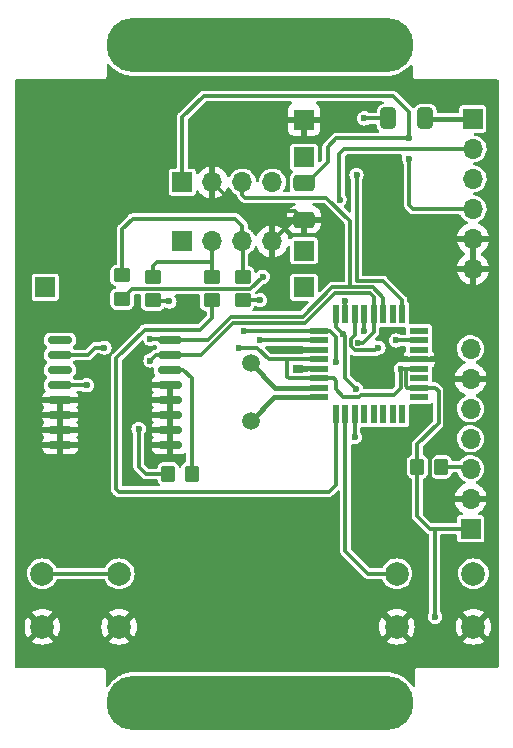
<source format=gtl>
%TF.GenerationSoftware,KiCad,Pcbnew,(6.0.6)*%
%TF.CreationDate,2022-10-28T21:49:34+08:00*%
%TF.ProjectId,KB_SmartWatch,4b425f53-6d61-4727-9457-617463682e6b,rev?*%
%TF.SameCoordinates,Original*%
%TF.FileFunction,Copper,L1,Top*%
%TF.FilePolarity,Positive*%
%FSLAX46Y46*%
G04 Gerber Fmt 4.6, Leading zero omitted, Abs format (unit mm)*
G04 Created by KiCad (PCBNEW (6.0.6)) date 2022-10-28 21:49:34*
%MOMM*%
%LPD*%
G01*
G04 APERTURE LIST*
G04 Aperture macros list*
%AMRoundRect*
0 Rectangle with rounded corners*
0 $1 Rounding radius*
0 $2 $3 $4 $5 $6 $7 $8 $9 X,Y pos of 4 corners*
0 Add a 4 corners polygon primitive as box body*
4,1,4,$2,$3,$4,$5,$6,$7,$8,$9,$2,$3,0*
0 Add four circle primitives for the rounded corners*
1,1,$1+$1,$2,$3*
1,1,$1+$1,$4,$5*
1,1,$1+$1,$6,$7*
1,1,$1+$1,$8,$9*
0 Add four rect primitives between the rounded corners*
20,1,$1+$1,$2,$3,$4,$5,0*
20,1,$1+$1,$4,$5,$6,$7,0*
20,1,$1+$1,$6,$7,$8,$9,0*
20,1,$1+$1,$8,$9,$2,$3,0*%
G04 Aperture macros list end*
%TA.AperFunction,ComponentPad*%
%ADD10O,26.000000X4.600000*%
%TD*%
%TA.AperFunction,SMDPad,CuDef*%
%ADD11RoundRect,0.150000X-0.875000X-0.150000X0.875000X-0.150000X0.875000X0.150000X-0.875000X0.150000X0*%
%TD*%
%TA.AperFunction,SMDPad,CuDef*%
%ADD12R,1.600000X0.550000*%
%TD*%
%TA.AperFunction,SMDPad,CuDef*%
%ADD13R,0.550000X1.600000*%
%TD*%
%TA.AperFunction,ComponentPad*%
%ADD14R,1.700000X1.700000*%
%TD*%
%TA.AperFunction,SMDPad,CuDef*%
%ADD15RoundRect,0.250000X-0.350000X-0.450000X0.350000X-0.450000X0.350000X0.450000X-0.350000X0.450000X0*%
%TD*%
%TA.AperFunction,SMDPad,CuDef*%
%ADD16RoundRect,0.250000X0.450000X-0.350000X0.450000X0.350000X-0.450000X0.350000X-0.450000X-0.350000X0*%
%TD*%
%TA.AperFunction,ComponentPad*%
%ADD17C,1.500000*%
%TD*%
%TA.AperFunction,ComponentPad*%
%ADD18C,2.000000*%
%TD*%
%TA.AperFunction,ComponentPad*%
%ADD19O,1.700000X1.700000*%
%TD*%
%TA.AperFunction,SMDPad,CuDef*%
%ADD20RoundRect,0.250000X0.650000X-0.412500X0.650000X0.412500X-0.650000X0.412500X-0.650000X-0.412500X0*%
%TD*%
%TA.AperFunction,SMDPad,CuDef*%
%ADD21RoundRect,0.250000X-0.412500X-0.650000X0.412500X-0.650000X0.412500X0.650000X-0.412500X0.650000X0*%
%TD*%
%TA.AperFunction,SMDPad,CuDef*%
%ADD22RoundRect,0.250000X-0.450000X0.350000X-0.450000X-0.350000X0.450000X-0.350000X0.450000X0.350000X0*%
%TD*%
%TA.AperFunction,ViaPad*%
%ADD23C,0.600000*%
%TD*%
%TA.AperFunction,Conductor*%
%ADD24C,0.304800*%
%TD*%
%TA.AperFunction,Conductor*%
%ADD25C,0.406400*%
%TD*%
G04 APERTURE END LIST*
D10*
%TO.P,REF\u002A\u002A,1*%
%TO.N,N/C*%
X205600000Y-24700000D03*
%TD*%
%TO.P,REF\u002A\u002A,1*%
%TO.N,N/C*%
X205600000Y-80400000D03*
%TD*%
D11*
%TO.P,U2,1,32KHZ*%
%TO.N,unconnected-(U2-Pad1)*%
X188650000Y-49655000D03*
%TO.P,U2,2,VCC*%
%TO.N,+5V*%
X188650000Y-50925000D03*
%TO.P,U2,3,~{INT}/SQW*%
%TO.N,unconnected-(U2-Pad3)*%
X188650000Y-52195000D03*
%TO.P,U2,4,~{RST}*%
%TO.N,Net-(R13-Pad1)*%
X188650000Y-53465000D03*
%TO.P,U2,5,GND*%
%TO.N,GND*%
X188650000Y-54735000D03*
%TO.P,U2,6,GND*%
X188650000Y-56005000D03*
%TO.P,U2,7,GND*%
X188650000Y-57275000D03*
%TO.P,U2,8,GND*%
X188650000Y-58545000D03*
%TO.P,U2,9,GND*%
X197950000Y-58545000D03*
%TO.P,U2,10,GND*%
X197950000Y-57275000D03*
%TO.P,U2,11,GND*%
X197950000Y-56005000D03*
%TO.P,U2,12,GND*%
X197950000Y-54735000D03*
%TO.P,U2,13,GND*%
X197950000Y-53465000D03*
%TO.P,U2,14,VBAT*%
%TO.N,Net-(R5-Pad2)*%
X197950000Y-52195000D03*
%TO.P,U2,15,SDA*%
%TO.N,sda*%
X197950000Y-50925000D03*
%TO.P,U2,16,SCL*%
%TO.N,scl*%
X197950000Y-49655000D03*
%TD*%
D12*
%TO.P,U1,1,PD3*%
%TO.N,s1_rx*%
X210550000Y-48900000D03*
%TO.P,U1,2,PD4*%
%TO.N,Net-(R9-Pad1)*%
X210550000Y-49700000D03*
%TO.P,U1,3,GND*%
%TO.N,GND*%
X210550000Y-50500000D03*
%TO.P,U1,4,VCC*%
%TO.N,+5V*%
X210550000Y-51300000D03*
%TO.P,U1,5,GND*%
%TO.N,GND*%
X210550000Y-52100000D03*
%TO.P,U1,6,VCC*%
%TO.N,+5V*%
X210550000Y-52900000D03*
%TO.P,U1,7,XTAL1/PB6*%
%TO.N,osc1*%
X210550000Y-53700000D03*
%TO.P,U1,8,XTAL2/PB7*%
%TO.N,osc2*%
X210550000Y-54500000D03*
D13*
%TO.P,U1,9,PD5*%
%TO.N,Net-(R11-Pad1)*%
X212000000Y-55950000D03*
%TO.P,U1,10,PD6*%
%TO.N,sw_dw*%
X212800000Y-55950000D03*
%TO.P,U1,11,PD7*%
%TO.N,sw_up*%
X213600000Y-55950000D03*
%TO.P,U1,12,PB0*%
%TO.N,unconnected-(U1-Pad12)*%
X214400000Y-55950000D03*
%TO.P,U1,13,PB1*%
%TO.N,unconnected-(U1-Pad13)*%
X215200000Y-55950000D03*
%TO.P,U1,14,PB2*%
%TO.N,unconnected-(U1-Pad14)*%
X216000000Y-55950000D03*
%TO.P,U1,15,PB3*%
%TO.N,unconnected-(U1-Pad15)*%
X216800000Y-55950000D03*
%TO.P,U1,16,PB4*%
%TO.N,unconnected-(U1-Pad16)*%
X217600000Y-55950000D03*
D12*
%TO.P,U1,17,PB5*%
%TO.N,unconnected-(U1-Pad17)*%
X219050000Y-54500000D03*
%TO.P,U1,18,AVCC*%
%TO.N,+5V*%
X219050000Y-53700000D03*
%TO.P,U1,19,ADC6*%
%TO.N,unconnected-(U1-Pad19)*%
X219050000Y-52900000D03*
%TO.P,U1,20,AREF*%
%TO.N,+5V*%
X219050000Y-52100000D03*
%TO.P,U1,21,GND*%
%TO.N,GND*%
X219050000Y-51300000D03*
%TO.P,U1,22,ADC7*%
%TO.N,unconnected-(U1-Pad22)*%
X219050000Y-50500000D03*
%TO.P,U1,23,PC0*%
%TO.N,v_bat*%
X219050000Y-49700000D03*
%TO.P,U1,24,PC1*%
%TO.N,unconnected-(U1-Pad24)*%
X219050000Y-48900000D03*
D13*
%TO.P,U1,25,PC2*%
%TO.N,chrg*%
X217600000Y-47450000D03*
%TO.P,U1,26,PC3*%
%TO.N,unconnected-(U1-Pad26)*%
X216800000Y-47450000D03*
%TO.P,U1,27,PC4*%
%TO.N,scl*%
X216000000Y-47450000D03*
%TO.P,U1,28,PC5*%
%TO.N,sda*%
X215200000Y-47450000D03*
%TO.P,U1,29,~{RESET}/PC6*%
%TO.N,DTR*%
X214400000Y-47450000D03*
%TO.P,U1,30,PD0*%
%TO.N,FTDI_TX*%
X213600000Y-47450000D03*
%TO.P,U1,31,PD1*%
%TO.N,FTDI_RX*%
X212800000Y-47450000D03*
%TO.P,U1,32,PD2*%
%TO.N,s1_tx*%
X212000000Y-47450000D03*
%TD*%
D14*
%TO.P,J9,1,Pin_1*%
%TO.N,chrg*%
X187400000Y-45200000D03*
%TD*%
%TO.P,J6,1,Pin_1*%
%TO.N,unconnected-(J6-Pad1)*%
X209300000Y-42100000D03*
%TD*%
D15*
%TO.P,R1,1*%
%TO.N,+5V*%
X218900000Y-60400000D03*
%TO.P,R1,2*%
%TO.N,Net-(J3-Pad3)*%
X220900000Y-60400000D03*
%TD*%
D16*
%TO.P,R11,1*%
%TO.N,Net-(R11-Pad1)*%
X201500000Y-46300000D03*
%TO.P,R11,2*%
%TO.N,s2_rx*%
X201500000Y-44300000D03*
%TD*%
%TO.P,R9,1*%
%TO.N,Net-(R9-Pad1)*%
X204100000Y-46300000D03*
%TO.P,R9,2*%
%TO.N,s2_tx*%
X204100000Y-44300000D03*
%TD*%
D17*
%TO.P,Y1,1,1*%
%TO.N,osc2*%
X204800000Y-56550000D03*
%TO.P,Y1,2,2*%
%TO.N,osc1*%
X204800000Y-51650000D03*
%TD*%
D18*
%TO.P,SW2,1,1*%
%TO.N,sw_dw*%
X217150000Y-69450000D03*
X223650000Y-69450000D03*
%TO.P,SW2,2,2*%
%TO.N,GND*%
X217150000Y-73950000D03*
X223650000Y-73950000D03*
%TD*%
D19*
%TO.P,J4,4,Pin_4*%
%TO.N,sda*%
X206620000Y-36300000D03*
%TO.P,J4,3,Pin_3*%
%TO.N,scl*%
X204080000Y-36300000D03*
%TO.P,J4,2,Pin_2*%
%TO.N,GND*%
X201540000Y-36300000D03*
D14*
%TO.P,J4,1,Pin_1*%
%TO.N,+5V*%
X199000000Y-36300000D03*
%TD*%
D20*
%TO.P,C4,1*%
%TO.N,GND*%
X209300000Y-39462500D03*
%TO.P,C4,2*%
%TO.N,+5V*%
X209300000Y-36337500D03*
%TD*%
D21*
%TO.P,C1,1*%
%TO.N,DTR*%
X216437500Y-30900000D03*
%TO.P,C1,2*%
%TO.N,Net-(C1-Pad2)*%
X219562500Y-30900000D03*
%TD*%
D22*
%TO.P,R3,1*%
%TO.N,s2_rx*%
X196500000Y-44300000D03*
%TO.P,R3,2*%
%TO.N,s1_rx*%
X196500000Y-46300000D03*
%TD*%
D14*
%TO.P,J3,1,Pin_1*%
%TO.N,+5V*%
X223400000Y-65640000D03*
D19*
%TO.P,J3,2,Pin_2*%
%TO.N,GND*%
X223400000Y-63100000D03*
%TO.P,J3,3,Pin_3*%
%TO.N,Net-(J3-Pad3)*%
X223400000Y-60560000D03*
%TO.P,J3,4,Pin_4*%
%TO.N,s1_tx*%
X223400000Y-58020000D03*
%TO.P,J3,5,Pin_5*%
%TO.N,s1_rx*%
X223400000Y-55480000D03*
%TO.P,J3,6,Pin_6*%
%TO.N,GND*%
X223400000Y-52940000D03*
%TO.P,J3,7,Pin_7*%
%TO.N,unconnected-(J3-Pad7)*%
X223400000Y-50400000D03*
%TD*%
D14*
%TO.P,J7,1,Pin_1*%
%TO.N,unconnected-(J7-Pad1)*%
X209300000Y-34200000D03*
%TD*%
D16*
%TO.P,R4,1*%
%TO.N,s1_tx*%
X193900000Y-46200000D03*
%TO.P,R4,2*%
%TO.N,s2_tx*%
X193900000Y-44200000D03*
%TD*%
D14*
%TO.P,J5,1,Pin_1*%
%TO.N,+5V*%
X209300000Y-45200000D03*
%TD*%
D18*
%TO.P,SW1,1,1*%
%TO.N,sw_up*%
X187150000Y-69450000D03*
X193650000Y-69450000D03*
%TO.P,SW1,2,2*%
%TO.N,GND*%
X187150000Y-73950000D03*
X193650000Y-73950000D03*
%TD*%
D15*
%TO.P,R5,1*%
%TO.N,+5V*%
X197800000Y-61000000D03*
%TO.P,R5,2*%
%TO.N,Net-(R5-Pad2)*%
X199800000Y-61000000D03*
%TD*%
D14*
%TO.P,J1,1,Pin_1*%
%TO.N,Net-(C1-Pad2)*%
X223600000Y-30950000D03*
D19*
%TO.P,J1,2,Pin_2*%
%TO.N,FTDI_RX*%
X223600000Y-33490000D03*
%TO.P,J1,3,Pin_3*%
%TO.N,FTDI_TX*%
X223600000Y-36030000D03*
%TO.P,J1,4,Pin_4*%
%TO.N,+5V*%
X223600000Y-38570000D03*
%TO.P,J1,5,Pin_5*%
%TO.N,GND*%
X223600000Y-41110000D03*
%TO.P,J1,6,Pin_6*%
X223600000Y-43650000D03*
%TD*%
D14*
%TO.P,J8,1,Pin_1*%
%TO.N,GND*%
X209300000Y-31000000D03*
%TD*%
D19*
%TO.P,J2,4,Pin_4*%
%TO.N,GND*%
X206620000Y-41300000D03*
%TO.P,J2,3,Pin_3*%
%TO.N,s2_tx*%
X204080000Y-41300000D03*
%TO.P,J2,2,Pin_2*%
%TO.N,s2_rx*%
X201540000Y-41300000D03*
D14*
%TO.P,J2,1,Pin_1*%
%TO.N,+5V*%
X199000000Y-41300000D03*
%TD*%
D23*
%TO.N,+5V*%
X203800000Y-50300000D03*
%TO.N,GND*%
X208700000Y-52000000D03*
X220300000Y-58500000D03*
X196400000Y-53500000D03*
%TO.N,s1_tx*%
X212627206Y-49192471D03*
X205800000Y-44300000D03*
%TO.N,s1_rx*%
X197900000Y-46400000D03*
X204200000Y-48900000D03*
%TO.N,GND*%
X206600000Y-46300000D03*
%TO.N,+5V*%
X220400000Y-73100000D03*
X195300000Y-57200000D03*
X218200000Y-34300000D03*
X218200000Y-32600000D03*
%TO.N,GND*%
X208700000Y-50500000D03*
%TO.N,s1_tx*%
X213700000Y-53804300D03*
%TO.N,s1_rx*%
X212000000Y-51500000D03*
%TO.N,GND*%
X192200000Y-58600000D03*
X196100000Y-58600000D03*
%TO.N,sw_up*%
X213600000Y-57900000D03*
%TO.N,GND*%
X186700000Y-54700000D03*
%TO.N,+5V*%
X192400000Y-50300000D03*
%TO.N,Net-(R13-Pad1)*%
X190900000Y-53500000D03*
%TO.N,+5V*%
X217500000Y-52100000D03*
%TO.N,sda*%
X196300000Y-51400000D03*
%TO.N,scl*%
X196300000Y-49600000D03*
%TO.N,v_bat*%
X217100000Y-49700000D03*
%TO.N,Net-(R9-Pad1)*%
X205600000Y-46300000D03*
X205600000Y-49700000D03*
%TO.N,sda*%
X213900000Y-49900000D03*
%TO.N,FTDI_TX*%
X215600000Y-50300000D03*
%TO.N,chrg*%
X213748100Y-35700000D03*
%TO.N,FTDI_RX*%
X212800000Y-46351900D03*
X212310963Y-37789037D03*
%TO.N,DTR*%
X214400000Y-48900000D03*
X214400000Y-30900000D03*
%TD*%
D24*
%TO.N,+5V*%
X206322401Y-51300000D02*
X208000000Y-51300000D01*
X203800000Y-50300000D02*
X205322401Y-50300000D01*
X205322401Y-50300000D02*
X206322401Y-51300000D01*
%TO.N,sda*%
X196775000Y-50925000D02*
X197950000Y-50925000D01*
X196300000Y-51400000D02*
X196775000Y-50925000D01*
%TO.N,GND*%
X208800000Y-52100000D02*
X208700000Y-52000000D01*
X210550000Y-52100000D02*
X208800000Y-52100000D01*
%TO.N,+5V*%
X208000000Y-52900000D02*
X210550000Y-52900000D01*
X207900000Y-51400000D02*
X207900000Y-52800000D01*
X207900000Y-52800000D02*
X208000000Y-52900000D01*
X210550000Y-51300000D02*
X208000000Y-51300000D01*
X208000000Y-51300000D02*
X207900000Y-51400000D01*
%TO.N,GND*%
X221200000Y-58448078D02*
X220724039Y-58924039D01*
X220300000Y-58500000D02*
X220724039Y-58924039D01*
X220724039Y-58924039D02*
X219947600Y-59700478D01*
X196435000Y-53465000D02*
X196400000Y-53500000D01*
X197950000Y-53465000D02*
X196435000Y-53465000D01*
%TO.N,s1_tx*%
X204752400Y-45347600D02*
X205800000Y-44300000D01*
X194752400Y-45347600D02*
X204752400Y-45347600D01*
X193900000Y-46200000D02*
X194752400Y-45347600D01*
%TO.N,s1_rx*%
X196600000Y-46400000D02*
X196500000Y-46300000D01*
X197900000Y-46400000D02*
X196600000Y-46400000D01*
X210550000Y-48900000D02*
X204200000Y-48900000D01*
%TO.N,GND*%
X206620000Y-46280000D02*
X206600000Y-46300000D01*
X206620000Y-41300000D02*
X206620000Y-46280000D01*
%TO.N,+5V*%
X217500000Y-53700000D02*
X217500000Y-52100000D01*
X216900000Y-54300000D02*
X217500000Y-53700000D01*
X213970233Y-54456700D02*
X214126933Y-54300000D01*
X214126933Y-54300000D02*
X216900000Y-54300000D01*
X212642804Y-54456700D02*
X213970233Y-54456700D01*
X212000000Y-53100000D02*
X212000000Y-53813896D01*
X211800000Y-52900000D02*
X212000000Y-53100000D01*
X212000000Y-53813896D02*
X212642804Y-54456700D01*
X210550000Y-52900000D02*
X211800000Y-52900000D01*
%TO.N,s1_tx*%
X212000000Y-48600504D02*
X212000000Y-47450000D01*
X212742800Y-49343304D02*
X212000000Y-48600504D01*
X213700000Y-53804300D02*
X212742800Y-52847100D01*
X212742800Y-52847100D02*
X212742800Y-49343304D01*
%TO.N,+5V*%
X218200000Y-30400000D02*
X218200000Y-32600000D01*
X200800000Y-29000000D02*
X216800000Y-29000000D01*
X199000000Y-30800000D02*
X200800000Y-29000000D01*
X199000000Y-36300000D02*
X199000000Y-30800000D01*
X216800000Y-29000000D02*
X218200000Y-30400000D01*
X220360000Y-65640000D02*
X220360000Y-73060000D01*
X220360000Y-65640000D02*
X223400000Y-65640000D01*
X219940000Y-65640000D02*
X220360000Y-65640000D01*
X220360000Y-73060000D02*
X220400000Y-73100000D01*
X218900000Y-64600000D02*
X219940000Y-65640000D01*
X218900000Y-60400000D02*
X218900000Y-64600000D01*
X217897600Y-53597600D02*
X218000000Y-53700000D01*
X218000000Y-52100000D02*
X217897600Y-52202400D01*
X218000000Y-52100000D02*
X219050000Y-52100000D01*
X218000000Y-53700000D02*
X219050000Y-53700000D01*
X217500000Y-52100000D02*
X218000000Y-52100000D01*
X217897600Y-52202400D02*
X217897600Y-53597600D01*
X220395200Y-53700000D02*
X219050000Y-53700000D01*
X220695200Y-56704800D02*
X220695200Y-54000000D01*
X220695200Y-54000000D02*
X220395200Y-53700000D01*
X218900000Y-60400000D02*
X218900000Y-58500000D01*
X218900000Y-58500000D02*
X220695200Y-56704800D01*
%TO.N,GND*%
X221300000Y-63100000D02*
X223400000Y-63100000D01*
X219947600Y-59700478D02*
X219947600Y-61747600D01*
X219947600Y-61747600D02*
X221300000Y-63100000D01*
X221200000Y-53880000D02*
X221200000Y-58448078D01*
X222140000Y-52940000D02*
X221200000Y-53880000D01*
%TO.N,Net-(J3-Pad3)*%
X223240000Y-60400000D02*
X223400000Y-60560000D01*
X220900000Y-60400000D02*
X223240000Y-60400000D01*
%TO.N,sw_up*%
X187150000Y-69450000D02*
X193650000Y-69450000D01*
%TO.N,+5V*%
X195300000Y-60400000D02*
X195300000Y-57200000D01*
X195900000Y-61000000D02*
X195300000Y-60400000D01*
X197800000Y-61000000D02*
X195900000Y-61000000D01*
%TO.N,GND*%
X196100000Y-58600000D02*
X197895000Y-58600000D01*
X197895000Y-58600000D02*
X197950000Y-58545000D01*
%TO.N,Net-(R5-Pad2)*%
X199800000Y-52900000D02*
X199800000Y-61000000D01*
X199095000Y-52195000D02*
X199800000Y-52900000D01*
X197950000Y-52195000D02*
X199095000Y-52195000D01*
%TO.N,+5V*%
X218570000Y-38570000D02*
X223600000Y-38570000D01*
X218200000Y-38200000D02*
X218570000Y-38570000D01*
X218200000Y-34300000D02*
X218200000Y-38200000D01*
X212000000Y-32600000D02*
X218200000Y-32600000D01*
X211300000Y-33300000D02*
X212000000Y-32600000D01*
X211300000Y-34604800D02*
X211300000Y-33300000D01*
X209567300Y-36337500D02*
X211300000Y-34604800D01*
X209300000Y-36337500D02*
X209567300Y-36337500D01*
%TO.N,GND*%
X223600000Y-41110000D02*
X223600000Y-43650000D01*
X220500000Y-49500000D02*
X220500000Y-51300000D01*
X223600000Y-46400000D02*
X220500000Y-49500000D01*
X223600000Y-43650000D02*
X223600000Y-46400000D01*
X222140000Y-52940000D02*
X223400000Y-52940000D01*
X220500000Y-51300000D02*
X222140000Y-52940000D01*
X219050000Y-51300000D02*
X220500000Y-51300000D01*
X210550000Y-50500000D02*
X208700000Y-50500000D01*
%TO.N,FTDI_TX*%
X213247600Y-49552400D02*
X213600000Y-49200000D01*
X213600000Y-49200000D02*
X213600000Y-47450000D01*
X213247600Y-50170233D02*
X213247600Y-49552400D01*
X213629767Y-50552400D02*
X213247600Y-50170233D01*
X215347600Y-50552400D02*
X213629767Y-50552400D01*
X215600000Y-50300000D02*
X215347600Y-50552400D01*
%TO.N,s1_rx*%
X211529800Y-48900000D02*
X210550000Y-48900000D01*
X212000000Y-49370200D02*
X211529800Y-48900000D01*
X212000000Y-51500000D02*
X212000000Y-49370200D01*
%TO.N,FTDI_RX*%
X212800000Y-46351900D02*
X212800000Y-47450000D01*
%TO.N,GND*%
X188705000Y-58600000D02*
X188650000Y-58545000D01*
X192200000Y-58600000D02*
X188705000Y-58600000D01*
X197950000Y-57275000D02*
X197950000Y-58545000D01*
X197950000Y-56005000D02*
X197950000Y-57275000D01*
X197950000Y-54735000D02*
X197950000Y-56005000D01*
X197950000Y-53465000D02*
X197950000Y-54735000D01*
X188650000Y-57275000D02*
X188650000Y-58545000D01*
X188650000Y-56005000D02*
X188650000Y-57275000D01*
X188650000Y-56005000D02*
X188650000Y-54735000D01*
%TO.N,sw_up*%
X213600000Y-55950000D02*
X213600000Y-57900000D01*
%TO.N,sw_dw*%
X217150000Y-69450000D02*
X214750000Y-69450000D01*
X214750000Y-69450000D02*
X212800000Y-67500000D01*
X212800000Y-67500000D02*
X212800000Y-55950000D01*
%TO.N,GND*%
X186700000Y-54700000D02*
X188615000Y-54700000D01*
X188615000Y-54700000D02*
X188650000Y-54735000D01*
%TO.N,+5V*%
X191600000Y-50300000D02*
X192400000Y-50300000D01*
X191500000Y-50400000D02*
X191600000Y-50300000D01*
X188650000Y-50925000D02*
X190975000Y-50925000D01*
X190975000Y-50925000D02*
X191500000Y-50400000D01*
%TO.N,Net-(R13-Pad1)*%
X190900000Y-53500000D02*
X188685000Y-53500000D01*
X188685000Y-53500000D02*
X188650000Y-53465000D01*
%TO.N,Net-(R11-Pad1)*%
X212000000Y-61900000D02*
X212000000Y-55950000D01*
X195800000Y-48800000D02*
X193400000Y-51200000D01*
X200500000Y-48800000D02*
X195800000Y-48800000D01*
X211400000Y-62500000D02*
X212000000Y-61900000D01*
X201500000Y-47800000D02*
X200500000Y-48800000D01*
X193600000Y-62500000D02*
X211400000Y-62500000D01*
X201500000Y-46300000D02*
X201500000Y-47800000D01*
X193400000Y-51200000D02*
X193400000Y-62300000D01*
X193400000Y-62300000D02*
X193600000Y-62500000D01*
%TO.N,GND*%
X202100000Y-31000000D02*
X201540000Y-31560000D01*
X209300000Y-31000000D02*
X202100000Y-31000000D01*
X201540000Y-31560000D02*
X201540000Y-36300000D01*
X208537500Y-38700000D02*
X209300000Y-39462500D01*
X203940000Y-38700000D02*
X208537500Y-38700000D01*
X201540000Y-36300000D02*
X203940000Y-38700000D01*
X208457500Y-39462500D02*
X206620000Y-41300000D01*
X209300000Y-39462500D02*
X208457500Y-39462500D01*
%TO.N,scl*%
X197895000Y-49600000D02*
X197950000Y-49655000D01*
X196300000Y-49600000D02*
X197895000Y-49600000D01*
%TO.N,v_bat*%
X217100000Y-49700000D02*
X219050000Y-49700000D01*
%TO.N,s2_tx*%
X204080000Y-39980000D02*
X204080000Y-41300000D01*
X194800000Y-39400000D02*
X203500000Y-39400000D01*
X193900000Y-40300000D02*
X194800000Y-39400000D01*
X193900000Y-44200000D02*
X193900000Y-40300000D01*
X203500000Y-39400000D02*
X204080000Y-39980000D01*
%TO.N,s2_rx*%
X196500000Y-43400000D02*
X196840000Y-43060000D01*
X196840000Y-43060000D02*
X201540000Y-43060000D01*
X196500000Y-44300000D02*
X196500000Y-43400000D01*
X201540000Y-43060000D02*
X201540000Y-44260000D01*
X201540000Y-41300000D02*
X201540000Y-43060000D01*
%TO.N,Net-(R9-Pad1)*%
X204100000Y-46300000D02*
X205600000Y-46300000D01*
X205600000Y-49700000D02*
X210550000Y-49700000D01*
%TO.N,s2_rx*%
X201540000Y-44260000D02*
X201500000Y-44300000D01*
%TO.N,s2_tx*%
X204100000Y-41320000D02*
X204080000Y-41300000D01*
X204100000Y-44300000D02*
X204100000Y-41320000D01*
%TO.N,scl*%
X201131104Y-49655000D02*
X197950000Y-49655000D01*
X203090905Y-47695200D02*
X201131104Y-49655000D01*
X209190904Y-47695200D02*
X203090905Y-47695200D01*
X211690904Y-45195200D02*
X209190904Y-47695200D01*
X213204800Y-45195200D02*
X211690904Y-45195200D01*
%TO.N,sda*%
X214900000Y-45700000D02*
X215200000Y-46000000D01*
X209400000Y-48200000D02*
X211900000Y-45700000D01*
X215200000Y-46000000D02*
X215200000Y-47450000D01*
X200575000Y-50925000D02*
X203300000Y-48200000D01*
X197950000Y-50925000D02*
X200575000Y-50925000D01*
X203300000Y-48200000D02*
X209400000Y-48200000D01*
X211900000Y-45700000D02*
X214900000Y-45700000D01*
X213900000Y-49900000D02*
X214322633Y-49900000D01*
%TO.N,chrg*%
X213748100Y-44690400D02*
X213748100Y-35700000D01*
X215990400Y-44690400D02*
X213748100Y-44690400D01*
X217600000Y-46300000D02*
X215990400Y-44690400D01*
X217600000Y-47450000D02*
X217600000Y-46300000D01*
%TO.N,FTDI_RX*%
X212300000Y-37778074D02*
X212310963Y-37789037D01*
X212300000Y-33900000D02*
X212300000Y-37778074D01*
X212710000Y-33490000D02*
X212300000Y-33900000D01*
X223600000Y-33490000D02*
X212710000Y-33490000D01*
%TO.N,scl*%
X213204800Y-39604800D02*
X213204800Y-45195200D01*
X211200000Y-37600000D02*
X213204800Y-39604800D01*
X204300000Y-37600000D02*
X211200000Y-37600000D01*
X204080000Y-37380000D02*
X204300000Y-37600000D01*
X204080000Y-36300000D02*
X204080000Y-37380000D01*
X215109096Y-45195200D02*
X213204800Y-45195200D01*
%TO.N,sda*%
X215200000Y-49022633D02*
X215200000Y-47450000D01*
X214322633Y-49900000D02*
X215200000Y-49022633D01*
%TO.N,DTR*%
X216437500Y-30900000D02*
X214400000Y-30900000D01*
X214400000Y-48900000D02*
X214400000Y-47450000D01*
D25*
%TO.N,Net-(C1-Pad2)*%
X219612500Y-30950000D02*
X219562500Y-30900000D01*
X223600000Y-30950000D02*
X219612500Y-30950000D01*
D24*
%TO.N,scl*%
X216000000Y-46086104D02*
X215109096Y-45195200D01*
X216000000Y-47450000D02*
X216000000Y-46086104D01*
D25*
%TO.N,osc1*%
X206850000Y-53700000D02*
X210550000Y-53700000D01*
X204800000Y-51650000D02*
X206850000Y-53700000D01*
%TO.N,osc2*%
X204800000Y-56550000D02*
X204800000Y-56500000D01*
X206800000Y-54500000D02*
X210550000Y-54500000D01*
X204800000Y-56500000D02*
X206800000Y-54500000D01*
%TD*%
%TA.AperFunction,Conductor*%
%TO.N,GND*%
G36*
X192809012Y-26254662D02*
G01*
X192823725Y-26269740D01*
X192994500Y-26476907D01*
X193225254Y-26695884D01*
X193480975Y-26885108D01*
X193619412Y-26963432D01*
X193754492Y-27039857D01*
X193754496Y-27039859D01*
X193757849Y-27041756D01*
X194051751Y-27163494D01*
X194153083Y-27191596D01*
X194354582Y-27247477D01*
X194354590Y-27247479D01*
X194358298Y-27248507D01*
X194672921Y-27295528D01*
X194676219Y-27295672D01*
X194785427Y-27300440D01*
X194785432Y-27300440D01*
X194786804Y-27300500D01*
X216380799Y-27300500D01*
X216617524Y-27286021D01*
X216621307Y-27285320D01*
X216621314Y-27285319D01*
X216819931Y-27248507D01*
X216930313Y-27228049D01*
X217220209Y-27136646D01*
X217230035Y-27133548D01*
X217230038Y-27133547D01*
X217233707Y-27132390D01*
X217237204Y-27130796D01*
X217237210Y-27130794D01*
X217519673Y-27002068D01*
X217519677Y-27002066D01*
X217523181Y-27000469D01*
X217526463Y-26998458D01*
X217791142Y-26836262D01*
X217791145Y-26836260D01*
X217794420Y-26834253D01*
X217797424Y-26831863D01*
X217797429Y-26831860D01*
X218040370Y-26638616D01*
X218043381Y-26636221D01*
X218266352Y-26409324D01*
X218273535Y-26399962D01*
X218330873Y-26358093D01*
X218401744Y-26353870D01*
X218463648Y-26388634D01*
X218496930Y-26451346D01*
X218499500Y-26476664D01*
X218499500Y-27247626D01*
X218498935Y-27259183D01*
X218495754Y-27270168D01*
X218496758Y-27281759D01*
X218499030Y-27307994D01*
X218499500Y-27318866D01*
X218499500Y-27327948D01*
X218500562Y-27333649D01*
X218500562Y-27333651D01*
X218500724Y-27334521D01*
X218502384Y-27346720D01*
X218502403Y-27346933D01*
X218505413Y-27381696D01*
X218510520Y-27392145D01*
X218511432Y-27395433D01*
X218512661Y-27398617D01*
X218514791Y-27410053D01*
X218524734Y-27426183D01*
X218533221Y-27439952D01*
X218539160Y-27450734D01*
X218554575Y-27482269D01*
X218563101Y-27490178D01*
X218565134Y-27492916D01*
X218567428Y-27495446D01*
X218573532Y-27505348D01*
X218582788Y-27512387D01*
X218582793Y-27512392D01*
X218601487Y-27526607D01*
X218610908Y-27534526D01*
X218636646Y-27558401D01*
X218647447Y-27562710D01*
X218650324Y-27564529D01*
X218653381Y-27566066D01*
X218662641Y-27573108D01*
X218683348Y-27579104D01*
X218696367Y-27582874D01*
X218708008Y-27586871D01*
X218740622Y-27599883D01*
X218746915Y-27600500D01*
X218749997Y-27600500D01*
X218753067Y-27600650D01*
X218753061Y-27600766D01*
X218759183Y-27601065D01*
X218770168Y-27604246D01*
X218807994Y-27600970D01*
X218818866Y-27600500D01*
X225673500Y-27600500D01*
X225741621Y-27620502D01*
X225788114Y-27674158D01*
X225799500Y-27726500D01*
X225799500Y-77273500D01*
X225779498Y-77341621D01*
X225725842Y-77388114D01*
X225673500Y-77399500D01*
X219052374Y-77399500D01*
X219040817Y-77398935D01*
X219029832Y-77395754D01*
X218992006Y-77399030D01*
X218981134Y-77399500D01*
X218972052Y-77399500D01*
X218966351Y-77400562D01*
X218966349Y-77400562D01*
X218965479Y-77400724D01*
X218953280Y-77402384D01*
X218929895Y-77404409D01*
X218929894Y-77404409D01*
X218918304Y-77405413D01*
X218907855Y-77410520D01*
X218904567Y-77411432D01*
X218901383Y-77412661D01*
X218889947Y-77414791D01*
X218870316Y-77426892D01*
X218860048Y-77433221D01*
X218849265Y-77439160D01*
X218817731Y-77454575D01*
X218809822Y-77463101D01*
X218807084Y-77465134D01*
X218804554Y-77467428D01*
X218794652Y-77473532D01*
X218787613Y-77482788D01*
X218787608Y-77482793D01*
X218773393Y-77501487D01*
X218765474Y-77510908D01*
X218741599Y-77536646D01*
X218737290Y-77547447D01*
X218735471Y-77550324D01*
X218733934Y-77553381D01*
X218726892Y-77562641D01*
X218723656Y-77573817D01*
X218717126Y-77596367D01*
X218713129Y-77608008D01*
X218700117Y-77640622D01*
X218699500Y-77646915D01*
X218699500Y-77649997D01*
X218699350Y-77653067D01*
X218699234Y-77653061D01*
X218698935Y-77659183D01*
X218695754Y-77670168D01*
X218696758Y-77681759D01*
X218699030Y-77707994D01*
X218699500Y-77718866D01*
X218699500Y-78894077D01*
X218679498Y-78962198D01*
X218625842Y-79008691D01*
X218555568Y-79018795D01*
X218490988Y-78989301D01*
X218467233Y-78961777D01*
X218409914Y-78871804D01*
X218409911Y-78871800D01*
X218407847Y-78868560D01*
X218205500Y-78623093D01*
X217974746Y-78404116D01*
X217719025Y-78214892D01*
X217518680Y-78101542D01*
X217445508Y-78060143D01*
X217445504Y-78060141D01*
X217442151Y-78058244D01*
X217148249Y-77936506D01*
X217035897Y-77905348D01*
X216845418Y-77852523D01*
X216845410Y-77852521D01*
X216841702Y-77851493D01*
X216527079Y-77804472D01*
X216523781Y-77804328D01*
X216414573Y-77799560D01*
X216414568Y-77799560D01*
X216413196Y-77799500D01*
X194819201Y-77799500D01*
X194582476Y-77813979D01*
X194578693Y-77814680D01*
X194578686Y-77814681D01*
X194426082Y-77842965D01*
X194269687Y-77871951D01*
X194096780Y-77926468D01*
X193969965Y-77966452D01*
X193969962Y-77966453D01*
X193966293Y-77967610D01*
X193962796Y-77969204D01*
X193962790Y-77969206D01*
X193680327Y-78097932D01*
X193680323Y-78097934D01*
X193676819Y-78099531D01*
X193673540Y-78101541D01*
X193673537Y-78101542D01*
X193484826Y-78217185D01*
X193405580Y-78265747D01*
X193402576Y-78268137D01*
X193402571Y-78268140D01*
X193183962Y-78442030D01*
X193156619Y-78463779D01*
X192933648Y-78690676D01*
X192931307Y-78693727D01*
X192931306Y-78693728D01*
X192742326Y-78940011D01*
X192742321Y-78940019D01*
X192739991Y-78943055D01*
X192738041Y-78946366D01*
X192735066Y-78951416D01*
X192683259Y-78999960D01*
X192613431Y-79012788D01*
X192547752Y-78985829D01*
X192507075Y-78927640D01*
X192500500Y-78887468D01*
X192500500Y-77752374D01*
X192501065Y-77740817D01*
X192504246Y-77729832D01*
X192500970Y-77692006D01*
X192500500Y-77681134D01*
X192500500Y-77672052D01*
X192499276Y-77665479D01*
X192497616Y-77653280D01*
X192495591Y-77629895D01*
X192495591Y-77629894D01*
X192494587Y-77618304D01*
X192489480Y-77607855D01*
X192488568Y-77604567D01*
X192487339Y-77601383D01*
X192485209Y-77589947D01*
X192466779Y-77560048D01*
X192460840Y-77549266D01*
X192450533Y-77528181D01*
X192445425Y-77517731D01*
X192436899Y-77509822D01*
X192434866Y-77507084D01*
X192432572Y-77504554D01*
X192426468Y-77494652D01*
X192417212Y-77487613D01*
X192417207Y-77487608D01*
X192398513Y-77473393D01*
X192389092Y-77465474D01*
X192371882Y-77449510D01*
X192371883Y-77449510D01*
X192363354Y-77441599D01*
X192352553Y-77437290D01*
X192349676Y-77435471D01*
X192346619Y-77433934D01*
X192337359Y-77426892D01*
X192303632Y-77417126D01*
X192291992Y-77413129D01*
X192259378Y-77400117D01*
X192253085Y-77399500D01*
X192250003Y-77399500D01*
X192246933Y-77399350D01*
X192246939Y-77399234D01*
X192240817Y-77398935D01*
X192229832Y-77395754D01*
X192192006Y-77399030D01*
X192181134Y-77399500D01*
X184926500Y-77399500D01*
X184858379Y-77379498D01*
X184811886Y-77325842D01*
X184800500Y-77273500D01*
X184800500Y-75182670D01*
X186282160Y-75182670D01*
X186287887Y-75190320D01*
X186459042Y-75295205D01*
X186467837Y-75299687D01*
X186677988Y-75386734D01*
X186687373Y-75389783D01*
X186908554Y-75442885D01*
X186918301Y-75444428D01*
X187145070Y-75462275D01*
X187154930Y-75462275D01*
X187381699Y-75444428D01*
X187391446Y-75442885D01*
X187612627Y-75389783D01*
X187622012Y-75386734D01*
X187832163Y-75299687D01*
X187840958Y-75295205D01*
X188008445Y-75192568D01*
X188017400Y-75182670D01*
X192782160Y-75182670D01*
X192787887Y-75190320D01*
X192959042Y-75295205D01*
X192967837Y-75299687D01*
X193177988Y-75386734D01*
X193187373Y-75389783D01*
X193408554Y-75442885D01*
X193418301Y-75444428D01*
X193645070Y-75462275D01*
X193654930Y-75462275D01*
X193881699Y-75444428D01*
X193891446Y-75442885D01*
X194112627Y-75389783D01*
X194122012Y-75386734D01*
X194332163Y-75299687D01*
X194340958Y-75295205D01*
X194508445Y-75192568D01*
X194517400Y-75182670D01*
X216282160Y-75182670D01*
X216287887Y-75190320D01*
X216459042Y-75295205D01*
X216467837Y-75299687D01*
X216677988Y-75386734D01*
X216687373Y-75389783D01*
X216908554Y-75442885D01*
X216918301Y-75444428D01*
X217145070Y-75462275D01*
X217154930Y-75462275D01*
X217381699Y-75444428D01*
X217391446Y-75442885D01*
X217612627Y-75389783D01*
X217622012Y-75386734D01*
X217832163Y-75299687D01*
X217840958Y-75295205D01*
X218008445Y-75192568D01*
X218017400Y-75182670D01*
X222782160Y-75182670D01*
X222787887Y-75190320D01*
X222959042Y-75295205D01*
X222967837Y-75299687D01*
X223177988Y-75386734D01*
X223187373Y-75389783D01*
X223408554Y-75442885D01*
X223418301Y-75444428D01*
X223645070Y-75462275D01*
X223654930Y-75462275D01*
X223881699Y-75444428D01*
X223891446Y-75442885D01*
X224112627Y-75389783D01*
X224122012Y-75386734D01*
X224332163Y-75299687D01*
X224340958Y-75295205D01*
X224508445Y-75192568D01*
X224517907Y-75182110D01*
X224514124Y-75173334D01*
X223662812Y-74322022D01*
X223648868Y-74314408D01*
X223647035Y-74314539D01*
X223640420Y-74318790D01*
X222788920Y-75170290D01*
X222782160Y-75182670D01*
X218017400Y-75182670D01*
X218017907Y-75182110D01*
X218014124Y-75173334D01*
X217162812Y-74322022D01*
X217148868Y-74314408D01*
X217147035Y-74314539D01*
X217140420Y-74318790D01*
X216288920Y-75170290D01*
X216282160Y-75182670D01*
X194517400Y-75182670D01*
X194517907Y-75182110D01*
X194514124Y-75173334D01*
X193662812Y-74322022D01*
X193648868Y-74314408D01*
X193647035Y-74314539D01*
X193640420Y-74318790D01*
X192788920Y-75170290D01*
X192782160Y-75182670D01*
X188017400Y-75182670D01*
X188017907Y-75182110D01*
X188014124Y-75173334D01*
X187162812Y-74322022D01*
X187148868Y-74314408D01*
X187147035Y-74314539D01*
X187140420Y-74318790D01*
X186288920Y-75170290D01*
X186282160Y-75182670D01*
X184800500Y-75182670D01*
X184800500Y-73954930D01*
X185637725Y-73954930D01*
X185655572Y-74181699D01*
X185657115Y-74191446D01*
X185710217Y-74412627D01*
X185713266Y-74422012D01*
X185800313Y-74632163D01*
X185804795Y-74640958D01*
X185907432Y-74808445D01*
X185917890Y-74817907D01*
X185926666Y-74814124D01*
X186777978Y-73962812D01*
X186784356Y-73951132D01*
X187514408Y-73951132D01*
X187514539Y-73952965D01*
X187518790Y-73959580D01*
X188370290Y-74811080D01*
X188382670Y-74817840D01*
X188390320Y-74812113D01*
X188495205Y-74640958D01*
X188499687Y-74632163D01*
X188586734Y-74422012D01*
X188589783Y-74412627D01*
X188642885Y-74191446D01*
X188644428Y-74181699D01*
X188662275Y-73954930D01*
X192137725Y-73954930D01*
X192155572Y-74181699D01*
X192157115Y-74191446D01*
X192210217Y-74412627D01*
X192213266Y-74422012D01*
X192300313Y-74632163D01*
X192304795Y-74640958D01*
X192407432Y-74808445D01*
X192417890Y-74817907D01*
X192426666Y-74814124D01*
X193277978Y-73962812D01*
X193284356Y-73951132D01*
X194014408Y-73951132D01*
X194014539Y-73952965D01*
X194018790Y-73959580D01*
X194870290Y-74811080D01*
X194882670Y-74817840D01*
X194890320Y-74812113D01*
X194995205Y-74640958D01*
X194999687Y-74632163D01*
X195086734Y-74422012D01*
X195089783Y-74412627D01*
X195142885Y-74191446D01*
X195144428Y-74181699D01*
X195162275Y-73954930D01*
X215637725Y-73954930D01*
X215655572Y-74181699D01*
X215657115Y-74191446D01*
X215710217Y-74412627D01*
X215713266Y-74422012D01*
X215800313Y-74632163D01*
X215804795Y-74640958D01*
X215907432Y-74808445D01*
X215917890Y-74817907D01*
X215926666Y-74814124D01*
X216777978Y-73962812D01*
X216784356Y-73951132D01*
X217514408Y-73951132D01*
X217514539Y-73952965D01*
X217518790Y-73959580D01*
X218370290Y-74811080D01*
X218382670Y-74817840D01*
X218390320Y-74812113D01*
X218495205Y-74640958D01*
X218499687Y-74632163D01*
X218586734Y-74422012D01*
X218589783Y-74412627D01*
X218642885Y-74191446D01*
X218644428Y-74181699D01*
X218662275Y-73954930D01*
X222137725Y-73954930D01*
X222155572Y-74181699D01*
X222157115Y-74191446D01*
X222210217Y-74412627D01*
X222213266Y-74422012D01*
X222300313Y-74632163D01*
X222304795Y-74640958D01*
X222407432Y-74808445D01*
X222417890Y-74817907D01*
X222426666Y-74814124D01*
X223277978Y-73962812D01*
X223284356Y-73951132D01*
X224014408Y-73951132D01*
X224014539Y-73952965D01*
X224018790Y-73959580D01*
X224870290Y-74811080D01*
X224882670Y-74817840D01*
X224890320Y-74812113D01*
X224995205Y-74640958D01*
X224999687Y-74632163D01*
X225086734Y-74422012D01*
X225089783Y-74412627D01*
X225142885Y-74191446D01*
X225144428Y-74181699D01*
X225162275Y-73954930D01*
X225162275Y-73945070D01*
X225144428Y-73718301D01*
X225142885Y-73708554D01*
X225089783Y-73487373D01*
X225086734Y-73477988D01*
X224999687Y-73267837D01*
X224995205Y-73259042D01*
X224892568Y-73091555D01*
X224882110Y-73082093D01*
X224873334Y-73085876D01*
X224022022Y-73937188D01*
X224014408Y-73951132D01*
X223284356Y-73951132D01*
X223285592Y-73948868D01*
X223285461Y-73947035D01*
X223281210Y-73940420D01*
X222429710Y-73088920D01*
X222417330Y-73082160D01*
X222409680Y-73087887D01*
X222304795Y-73259042D01*
X222300313Y-73267837D01*
X222213266Y-73477988D01*
X222210217Y-73487373D01*
X222157115Y-73708554D01*
X222155572Y-73718301D01*
X222137725Y-73945070D01*
X222137725Y-73954930D01*
X218662275Y-73954930D01*
X218662275Y-73945070D01*
X218644428Y-73718301D01*
X218642885Y-73708554D01*
X218589783Y-73487373D01*
X218586734Y-73477988D01*
X218499687Y-73267837D01*
X218495205Y-73259042D01*
X218392568Y-73091555D01*
X218382110Y-73082093D01*
X218373334Y-73085876D01*
X217522022Y-73937188D01*
X217514408Y-73951132D01*
X216784356Y-73951132D01*
X216785592Y-73948868D01*
X216785461Y-73947035D01*
X216781210Y-73940420D01*
X215929710Y-73088920D01*
X215917330Y-73082160D01*
X215909680Y-73087887D01*
X215804795Y-73259042D01*
X215800313Y-73267837D01*
X215713266Y-73477988D01*
X215710217Y-73487373D01*
X215657115Y-73708554D01*
X215655572Y-73718301D01*
X215637725Y-73945070D01*
X215637725Y-73954930D01*
X195162275Y-73954930D01*
X195162275Y-73945070D01*
X195144428Y-73718301D01*
X195142885Y-73708554D01*
X195089783Y-73487373D01*
X195086734Y-73477988D01*
X194999687Y-73267837D01*
X194995205Y-73259042D01*
X194892568Y-73091555D01*
X194882110Y-73082093D01*
X194873334Y-73085876D01*
X194022022Y-73937188D01*
X194014408Y-73951132D01*
X193284356Y-73951132D01*
X193285592Y-73948868D01*
X193285461Y-73947035D01*
X193281210Y-73940420D01*
X192429710Y-73088920D01*
X192417330Y-73082160D01*
X192409680Y-73087887D01*
X192304795Y-73259042D01*
X192300313Y-73267837D01*
X192213266Y-73477988D01*
X192210217Y-73487373D01*
X192157115Y-73708554D01*
X192155572Y-73718301D01*
X192137725Y-73945070D01*
X192137725Y-73954930D01*
X188662275Y-73954930D01*
X188662275Y-73945070D01*
X188644428Y-73718301D01*
X188642885Y-73708554D01*
X188589783Y-73487373D01*
X188586734Y-73477988D01*
X188499687Y-73267837D01*
X188495205Y-73259042D01*
X188392568Y-73091555D01*
X188382110Y-73082093D01*
X188373334Y-73085876D01*
X187522022Y-73937188D01*
X187514408Y-73951132D01*
X186784356Y-73951132D01*
X186785592Y-73948868D01*
X186785461Y-73947035D01*
X186781210Y-73940420D01*
X185929710Y-73088920D01*
X185917330Y-73082160D01*
X185909680Y-73087887D01*
X185804795Y-73259042D01*
X185800313Y-73267837D01*
X185713266Y-73477988D01*
X185710217Y-73487373D01*
X185657115Y-73708554D01*
X185655572Y-73718301D01*
X185637725Y-73945070D01*
X185637725Y-73954930D01*
X184800500Y-73954930D01*
X184800500Y-72717890D01*
X186282093Y-72717890D01*
X186285876Y-72726666D01*
X187137188Y-73577978D01*
X187151132Y-73585592D01*
X187152965Y-73585461D01*
X187159580Y-73581210D01*
X188011080Y-72729710D01*
X188017534Y-72717890D01*
X192782093Y-72717890D01*
X192785876Y-72726666D01*
X193637188Y-73577978D01*
X193651132Y-73585592D01*
X193652965Y-73585461D01*
X193659580Y-73581210D01*
X194511080Y-72729710D01*
X194517534Y-72717890D01*
X216282093Y-72717890D01*
X216285876Y-72726666D01*
X217137188Y-73577978D01*
X217151132Y-73585592D01*
X217152965Y-73585461D01*
X217159580Y-73581210D01*
X218011080Y-72729710D01*
X218017840Y-72717330D01*
X218012113Y-72709680D01*
X217840958Y-72604795D01*
X217832163Y-72600313D01*
X217622012Y-72513266D01*
X217612627Y-72510217D01*
X217391446Y-72457115D01*
X217381699Y-72455572D01*
X217154930Y-72437725D01*
X217145070Y-72437725D01*
X216918301Y-72455572D01*
X216908554Y-72457115D01*
X216687373Y-72510217D01*
X216677988Y-72513266D01*
X216467837Y-72600313D01*
X216459042Y-72604795D01*
X216291555Y-72707432D01*
X216282093Y-72717890D01*
X194517534Y-72717890D01*
X194517840Y-72717330D01*
X194512113Y-72709680D01*
X194340958Y-72604795D01*
X194332163Y-72600313D01*
X194122012Y-72513266D01*
X194112627Y-72510217D01*
X193891446Y-72457115D01*
X193881699Y-72455572D01*
X193654930Y-72437725D01*
X193645070Y-72437725D01*
X193418301Y-72455572D01*
X193408554Y-72457115D01*
X193187373Y-72510217D01*
X193177988Y-72513266D01*
X192967837Y-72600313D01*
X192959042Y-72604795D01*
X192791555Y-72707432D01*
X192782093Y-72717890D01*
X188017534Y-72717890D01*
X188017840Y-72717330D01*
X188012113Y-72709680D01*
X187840958Y-72604795D01*
X187832163Y-72600313D01*
X187622012Y-72513266D01*
X187612627Y-72510217D01*
X187391446Y-72457115D01*
X187381699Y-72455572D01*
X187154930Y-72437725D01*
X187145070Y-72437725D01*
X186918301Y-72455572D01*
X186908554Y-72457115D01*
X186687373Y-72510217D01*
X186677988Y-72513266D01*
X186467837Y-72600313D01*
X186459042Y-72604795D01*
X186291555Y-72707432D01*
X186282093Y-72717890D01*
X184800500Y-72717890D01*
X184800500Y-69450000D01*
X185844532Y-69450000D01*
X185864365Y-69676692D01*
X185865789Y-69682005D01*
X185865789Y-69682007D01*
X185910584Y-69849183D01*
X185923261Y-69896496D01*
X185925583Y-69901476D01*
X185925584Y-69901478D01*
X185927171Y-69904880D01*
X186019432Y-70102734D01*
X186149953Y-70289139D01*
X186310861Y-70450047D01*
X186497266Y-70580568D01*
X186502244Y-70582889D01*
X186502247Y-70582891D01*
X186698522Y-70674416D01*
X186703504Y-70676739D01*
X186708812Y-70678161D01*
X186708814Y-70678162D01*
X186917993Y-70734211D01*
X186917995Y-70734211D01*
X186923308Y-70735635D01*
X187150000Y-70755468D01*
X187376692Y-70735635D01*
X187382005Y-70734211D01*
X187382007Y-70734211D01*
X187591186Y-70678162D01*
X187591188Y-70678161D01*
X187596496Y-70676739D01*
X187601478Y-70674416D01*
X187797753Y-70582891D01*
X187797756Y-70582889D01*
X187802734Y-70580568D01*
X187989139Y-70450047D01*
X188150047Y-70289139D01*
X188280568Y-70102734D01*
X188339829Y-69975650D01*
X188386747Y-69922365D01*
X188454024Y-69902900D01*
X192345976Y-69902900D01*
X192414097Y-69922902D01*
X192460171Y-69975650D01*
X192519432Y-70102734D01*
X192649953Y-70289139D01*
X192810861Y-70450047D01*
X192997266Y-70580568D01*
X193002244Y-70582889D01*
X193002247Y-70582891D01*
X193198522Y-70674416D01*
X193203504Y-70676739D01*
X193208812Y-70678161D01*
X193208814Y-70678162D01*
X193417993Y-70734211D01*
X193417995Y-70734211D01*
X193423308Y-70735635D01*
X193650000Y-70755468D01*
X193876692Y-70735635D01*
X193882005Y-70734211D01*
X193882007Y-70734211D01*
X194091186Y-70678162D01*
X194091188Y-70678161D01*
X194096496Y-70676739D01*
X194101478Y-70674416D01*
X194297753Y-70582891D01*
X194297756Y-70582889D01*
X194302734Y-70580568D01*
X194489139Y-70450047D01*
X194650047Y-70289139D01*
X194780568Y-70102734D01*
X194872830Y-69904880D01*
X194874416Y-69901478D01*
X194874417Y-69901476D01*
X194876739Y-69896496D01*
X194889417Y-69849183D01*
X194934211Y-69682007D01*
X194934211Y-69682005D01*
X194935635Y-69676692D01*
X194955468Y-69450000D01*
X194935635Y-69223308D01*
X194876739Y-69003504D01*
X194780568Y-68797266D01*
X194650047Y-68610861D01*
X194489139Y-68449953D01*
X194302734Y-68319432D01*
X194297756Y-68317111D01*
X194297753Y-68317109D01*
X194101478Y-68225584D01*
X194101476Y-68225583D01*
X194096496Y-68223261D01*
X194091188Y-68221839D01*
X194091186Y-68221838D01*
X193882007Y-68165789D01*
X193882005Y-68165789D01*
X193876692Y-68164365D01*
X193650000Y-68144532D01*
X193423308Y-68164365D01*
X193417995Y-68165789D01*
X193417993Y-68165789D01*
X193208814Y-68221838D01*
X193208812Y-68221839D01*
X193203504Y-68223261D01*
X193198524Y-68225583D01*
X193198522Y-68225584D01*
X193002247Y-68317109D01*
X193002244Y-68317111D01*
X192997266Y-68319432D01*
X192810861Y-68449953D01*
X192649953Y-68610861D01*
X192519432Y-68797266D01*
X192517111Y-68802244D01*
X192517109Y-68802247D01*
X192460171Y-68924350D01*
X192413253Y-68977635D01*
X192345976Y-68997100D01*
X188454024Y-68997100D01*
X188385903Y-68977098D01*
X188339829Y-68924350D01*
X188282891Y-68802247D01*
X188282889Y-68802244D01*
X188280568Y-68797266D01*
X188150047Y-68610861D01*
X187989139Y-68449953D01*
X187802734Y-68319432D01*
X187797756Y-68317111D01*
X187797753Y-68317109D01*
X187601478Y-68225584D01*
X187601476Y-68225583D01*
X187596496Y-68223261D01*
X187591188Y-68221839D01*
X187591186Y-68221838D01*
X187382007Y-68165789D01*
X187382005Y-68165789D01*
X187376692Y-68164365D01*
X187150000Y-68144532D01*
X186923308Y-68164365D01*
X186917995Y-68165789D01*
X186917993Y-68165789D01*
X186708814Y-68221838D01*
X186708812Y-68221839D01*
X186703504Y-68223261D01*
X186698524Y-68225583D01*
X186698522Y-68225584D01*
X186502247Y-68317109D01*
X186502244Y-68317111D01*
X186497266Y-68319432D01*
X186310861Y-68449953D01*
X186149953Y-68610861D01*
X186019432Y-68797266D01*
X185923261Y-69003504D01*
X185864365Y-69223308D01*
X185844532Y-69450000D01*
X184800500Y-69450000D01*
X184800500Y-58810871D01*
X187123456Y-58810871D01*
X187164107Y-58950790D01*
X187170352Y-58965221D01*
X187246911Y-59094678D01*
X187256551Y-59107104D01*
X187362896Y-59213449D01*
X187375322Y-59223089D01*
X187504779Y-59299648D01*
X187519210Y-59305893D01*
X187665065Y-59348269D01*
X187677667Y-59350570D01*
X187706084Y-59352807D01*
X187711014Y-59353000D01*
X188377885Y-59353000D01*
X188393124Y-59348525D01*
X188394329Y-59347135D01*
X188396000Y-59339452D01*
X188396000Y-59334884D01*
X188904000Y-59334884D01*
X188908475Y-59350123D01*
X188909865Y-59351328D01*
X188917548Y-59352999D01*
X189588984Y-59352999D01*
X189593920Y-59352805D01*
X189622336Y-59350570D01*
X189634931Y-59348270D01*
X189780790Y-59305893D01*
X189795221Y-59299648D01*
X189924678Y-59223089D01*
X189937104Y-59213449D01*
X190043449Y-59107104D01*
X190053089Y-59094678D01*
X190129648Y-58965221D01*
X190135893Y-58950790D01*
X190174939Y-58816395D01*
X190174899Y-58802294D01*
X190167630Y-58799000D01*
X188922115Y-58799000D01*
X188906876Y-58803475D01*
X188905671Y-58804865D01*
X188904000Y-58812548D01*
X188904000Y-59334884D01*
X188396000Y-59334884D01*
X188396000Y-58817115D01*
X188391525Y-58801876D01*
X188390135Y-58800671D01*
X188382452Y-58799000D01*
X187138122Y-58799000D01*
X187124591Y-58802973D01*
X187123456Y-58810871D01*
X184800500Y-58810871D01*
X184800500Y-57540871D01*
X187123456Y-57540871D01*
X187164107Y-57680790D01*
X187170352Y-57695221D01*
X187246912Y-57824678D01*
X187253189Y-57832770D01*
X187279139Y-57898854D01*
X187265241Y-57968477D01*
X187253189Y-57987230D01*
X187246912Y-57995322D01*
X187170352Y-58124779D01*
X187164107Y-58139210D01*
X187125061Y-58273605D01*
X187125101Y-58287706D01*
X187132370Y-58291000D01*
X188377885Y-58291000D01*
X188393124Y-58286525D01*
X188394329Y-58285135D01*
X188396000Y-58277452D01*
X188396000Y-58272885D01*
X188904000Y-58272885D01*
X188908475Y-58288124D01*
X188909865Y-58289329D01*
X188917548Y-58291000D01*
X190161878Y-58291000D01*
X190175409Y-58287027D01*
X190176544Y-58279129D01*
X190135893Y-58139210D01*
X190129648Y-58124779D01*
X190053088Y-57995322D01*
X190046811Y-57987230D01*
X190020861Y-57921146D01*
X190034759Y-57851523D01*
X190046811Y-57832770D01*
X190053088Y-57824678D01*
X190129648Y-57695221D01*
X190135893Y-57680790D01*
X190174939Y-57546395D01*
X190174899Y-57532294D01*
X190167630Y-57529000D01*
X188922115Y-57529000D01*
X188906876Y-57533475D01*
X188905671Y-57534865D01*
X188904000Y-57542548D01*
X188904000Y-58272885D01*
X188396000Y-58272885D01*
X188396000Y-57547115D01*
X188391525Y-57531876D01*
X188390135Y-57530671D01*
X188382452Y-57529000D01*
X187138122Y-57529000D01*
X187124591Y-57532973D01*
X187123456Y-57540871D01*
X184800500Y-57540871D01*
X184800500Y-56270871D01*
X187123456Y-56270871D01*
X187164107Y-56410790D01*
X187170352Y-56425221D01*
X187246912Y-56554678D01*
X187253189Y-56562770D01*
X187279139Y-56628854D01*
X187265241Y-56698477D01*
X187253189Y-56717230D01*
X187246912Y-56725322D01*
X187170352Y-56854779D01*
X187164107Y-56869210D01*
X187125061Y-57003605D01*
X187125101Y-57017706D01*
X187132370Y-57021000D01*
X188377885Y-57021000D01*
X188393124Y-57016525D01*
X188394329Y-57015135D01*
X188396000Y-57007452D01*
X188396000Y-57002885D01*
X188904000Y-57002885D01*
X188908475Y-57018124D01*
X188909865Y-57019329D01*
X188917548Y-57021000D01*
X190161878Y-57021000D01*
X190175409Y-57017027D01*
X190176544Y-57009129D01*
X190135893Y-56869210D01*
X190129648Y-56854779D01*
X190053088Y-56725322D01*
X190046811Y-56717230D01*
X190020861Y-56651146D01*
X190034759Y-56581523D01*
X190046811Y-56562770D01*
X190053088Y-56554678D01*
X190129648Y-56425221D01*
X190135893Y-56410790D01*
X190174939Y-56276395D01*
X190174899Y-56262294D01*
X190167630Y-56259000D01*
X188922115Y-56259000D01*
X188906876Y-56263475D01*
X188905671Y-56264865D01*
X188904000Y-56272548D01*
X188904000Y-57002885D01*
X188396000Y-57002885D01*
X188396000Y-56277115D01*
X188391525Y-56261876D01*
X188390135Y-56260671D01*
X188382452Y-56259000D01*
X187138122Y-56259000D01*
X187124591Y-56262973D01*
X187123456Y-56270871D01*
X184800500Y-56270871D01*
X184800500Y-55000871D01*
X187123456Y-55000871D01*
X187164107Y-55140790D01*
X187170352Y-55155221D01*
X187246912Y-55284678D01*
X187253189Y-55292770D01*
X187279139Y-55358854D01*
X187265241Y-55428477D01*
X187253189Y-55447230D01*
X187246912Y-55455322D01*
X187170352Y-55584779D01*
X187164107Y-55599210D01*
X187125061Y-55733605D01*
X187125101Y-55747706D01*
X187132370Y-55751000D01*
X188377885Y-55751000D01*
X188393124Y-55746525D01*
X188394329Y-55745135D01*
X188396000Y-55737452D01*
X188396000Y-55732885D01*
X188904000Y-55732885D01*
X188908475Y-55748124D01*
X188909865Y-55749329D01*
X188917548Y-55751000D01*
X190161878Y-55751000D01*
X190175409Y-55747027D01*
X190176544Y-55739129D01*
X190135893Y-55599210D01*
X190129648Y-55584779D01*
X190053088Y-55455322D01*
X190046811Y-55447230D01*
X190020861Y-55381146D01*
X190034759Y-55311523D01*
X190046811Y-55292770D01*
X190053088Y-55284678D01*
X190129648Y-55155221D01*
X190135893Y-55140790D01*
X190174939Y-55006395D01*
X190174899Y-54992294D01*
X190167630Y-54989000D01*
X188922115Y-54989000D01*
X188906876Y-54993475D01*
X188905671Y-54994865D01*
X188904000Y-55002548D01*
X188904000Y-55732885D01*
X188396000Y-55732885D01*
X188396000Y-55007115D01*
X188391525Y-54991876D01*
X188390135Y-54990671D01*
X188382452Y-54989000D01*
X187138122Y-54989000D01*
X187124591Y-54992973D01*
X187123456Y-55000871D01*
X184800500Y-55000871D01*
X184800500Y-54463605D01*
X187125061Y-54463605D01*
X187125101Y-54477706D01*
X187132370Y-54481000D01*
X190161878Y-54481000D01*
X190175409Y-54477027D01*
X190176544Y-54469129D01*
X190135893Y-54329210D01*
X190129648Y-54314779D01*
X190053089Y-54185322D01*
X190043449Y-54172896D01*
X190038548Y-54167995D01*
X190004522Y-54105683D01*
X190009587Y-54034868D01*
X190052134Y-53978032D01*
X190118654Y-53953221D01*
X190127643Y-53952900D01*
X190461029Y-53952900D01*
X190529150Y-53972902D01*
X190537733Y-53978937D01*
X190597159Y-54024536D01*
X190743238Y-54085044D01*
X190900000Y-54105682D01*
X190908188Y-54104604D01*
X190943099Y-54100008D01*
X191056762Y-54085044D01*
X191202841Y-54024536D01*
X191328282Y-53928282D01*
X191424536Y-53802841D01*
X191485044Y-53656762D01*
X191505682Y-53500000D01*
X191485044Y-53343238D01*
X191424536Y-53197159D01*
X191328282Y-53071718D01*
X191202841Y-52975464D01*
X191056762Y-52914956D01*
X190900000Y-52894318D01*
X190743238Y-52914956D01*
X190597159Y-52975464D01*
X190590608Y-52980491D01*
X190537733Y-53021063D01*
X190471512Y-53046663D01*
X190461029Y-53047100D01*
X189950798Y-53047100D01*
X189882677Y-53027098D01*
X189860332Y-53006159D01*
X189859406Y-53007085D01*
X189852742Y-53000421D01*
X189847150Y-52992850D01*
X189839579Y-52987258D01*
X189839576Y-52987255D01*
X189763888Y-52931351D01*
X189720977Y-52874790D01*
X189715457Y-52804008D01*
X189749081Y-52741479D01*
X189763888Y-52728649D01*
X189839576Y-52672745D01*
X189839579Y-52672742D01*
X189847150Y-52667150D01*
X189897639Y-52598794D01*
X189922041Y-52565757D01*
X189922042Y-52565754D01*
X189927634Y-52558184D01*
X189972519Y-52430369D01*
X189975500Y-52398834D01*
X189975500Y-51991166D01*
X189972519Y-51959631D01*
X189927634Y-51831816D01*
X189922042Y-51824246D01*
X189922041Y-51824243D01*
X189852742Y-51730421D01*
X189847150Y-51722850D01*
X189839579Y-51717258D01*
X189839576Y-51717255D01*
X189763888Y-51661351D01*
X189720977Y-51604790D01*
X189715457Y-51534008D01*
X189749081Y-51471479D01*
X189763888Y-51458649D01*
X189839841Y-51402549D01*
X189906519Y-51378166D01*
X189914700Y-51377900D01*
X190940636Y-51377900D01*
X190955445Y-51378773D01*
X190980033Y-51381683D01*
X190989386Y-51382790D01*
X191047454Y-51372185D01*
X191051306Y-51371544D01*
X191080483Y-51367157D01*
X191100358Y-51364169D01*
X191100359Y-51364169D01*
X191109675Y-51362768D01*
X191116218Y-51359626D01*
X191123359Y-51358322D01*
X191131713Y-51353982D01*
X191131717Y-51353981D01*
X191175720Y-51331123D01*
X191179261Y-51329354D01*
X191223951Y-51307894D01*
X191223952Y-51307893D01*
X191232443Y-51303816D01*
X191237733Y-51298927D01*
X191237843Y-51298853D01*
X191244215Y-51295542D01*
X191249284Y-51291213D01*
X191286723Y-51253774D01*
X191290289Y-51250344D01*
X191325534Y-51217764D01*
X191332450Y-51211371D01*
X191336158Y-51204987D01*
X191341727Y-51198770D01*
X191750692Y-50789805D01*
X191813004Y-50755779D01*
X191839787Y-50752900D01*
X191961029Y-50752900D01*
X192029150Y-50772902D01*
X192037733Y-50778937D01*
X192097159Y-50824536D01*
X192243238Y-50885044D01*
X192400000Y-50905682D01*
X192408188Y-50904604D01*
X192440091Y-50900404D01*
X192556762Y-50885044D01*
X192702841Y-50824536D01*
X192828282Y-50728282D01*
X192924536Y-50602841D01*
X192985044Y-50456762D01*
X193005682Y-50300000D01*
X192992712Y-50201479D01*
X192986122Y-50151426D01*
X192985044Y-50143238D01*
X192924536Y-49997159D01*
X192828282Y-49871718D01*
X192702841Y-49775464D01*
X192556762Y-49714956D01*
X192400000Y-49694318D01*
X192243238Y-49714956D01*
X192097159Y-49775464D01*
X192070018Y-49796290D01*
X192037733Y-49821063D01*
X191971512Y-49846663D01*
X191961029Y-49847100D01*
X191634362Y-49847100D01*
X191619551Y-49846227D01*
X191599909Y-49843902D01*
X191585614Y-49842210D01*
X191576350Y-49843902D01*
X191576348Y-49843902D01*
X191527568Y-49852811D01*
X191523664Y-49853461D01*
X191474637Y-49860832D01*
X191465325Y-49862232D01*
X191458783Y-49865373D01*
X191451640Y-49866678D01*
X191443280Y-49871021D01*
X191443279Y-49871021D01*
X191399266Y-49893884D01*
X191395726Y-49895653D01*
X191342557Y-49921184D01*
X191337267Y-49926074D01*
X191337163Y-49926144D01*
X191330784Y-49929458D01*
X191325716Y-49933787D01*
X191288277Y-49971226D01*
X191284712Y-49974655D01*
X191242550Y-50013629D01*
X191238842Y-50020013D01*
X191233273Y-50026230D01*
X190824308Y-50435195D01*
X190761996Y-50469221D01*
X190735213Y-50472100D01*
X189914700Y-50472100D01*
X189846579Y-50452098D01*
X189839841Y-50447451D01*
X189763888Y-50391351D01*
X189720977Y-50334790D01*
X189715457Y-50264008D01*
X189749081Y-50201479D01*
X189763888Y-50188649D01*
X189839576Y-50132745D01*
X189839579Y-50132742D01*
X189847150Y-50127150D01*
X189894326Y-50063279D01*
X189922041Y-50025757D01*
X189922042Y-50025754D01*
X189927634Y-50018184D01*
X189972519Y-49890369D01*
X189975500Y-49858834D01*
X189975500Y-49451166D01*
X189973806Y-49433248D01*
X189973242Y-49427278D01*
X189973242Y-49427277D01*
X189972519Y-49419631D01*
X189927634Y-49291816D01*
X189922042Y-49284246D01*
X189922041Y-49284243D01*
X189852742Y-49190421D01*
X189847150Y-49182850D01*
X189821812Y-49164135D01*
X189745757Y-49107959D01*
X189745754Y-49107958D01*
X189738184Y-49102366D01*
X189610369Y-49057481D01*
X189602723Y-49056758D01*
X189602722Y-49056758D01*
X189596752Y-49056194D01*
X189578834Y-49054500D01*
X187721166Y-49054500D01*
X187703248Y-49056194D01*
X187697278Y-49056758D01*
X187697277Y-49056758D01*
X187689631Y-49057481D01*
X187561816Y-49102366D01*
X187554246Y-49107958D01*
X187554243Y-49107959D01*
X187478188Y-49164135D01*
X187452850Y-49182850D01*
X187447258Y-49190421D01*
X187377959Y-49284243D01*
X187377958Y-49284246D01*
X187372366Y-49291816D01*
X187327481Y-49419631D01*
X187326758Y-49427277D01*
X187326758Y-49427278D01*
X187326194Y-49433248D01*
X187324500Y-49451166D01*
X187324500Y-49858834D01*
X187327481Y-49890369D01*
X187372366Y-50018184D01*
X187377958Y-50025754D01*
X187377959Y-50025757D01*
X187405674Y-50063279D01*
X187452850Y-50127150D01*
X187460421Y-50132742D01*
X187460424Y-50132745D01*
X187536112Y-50188649D01*
X187579023Y-50245210D01*
X187584543Y-50315992D01*
X187550919Y-50378521D01*
X187536112Y-50391351D01*
X187460424Y-50447255D01*
X187460421Y-50447258D01*
X187452850Y-50452850D01*
X187447258Y-50460421D01*
X187377959Y-50554243D01*
X187377958Y-50554246D01*
X187372366Y-50561816D01*
X187327481Y-50689631D01*
X187324500Y-50721166D01*
X187324500Y-51128834D01*
X187327481Y-51160369D01*
X187372366Y-51288184D01*
X187377958Y-51295754D01*
X187377959Y-51295757D01*
X187423472Y-51357376D01*
X187452850Y-51397150D01*
X187460421Y-51402742D01*
X187460424Y-51402745D01*
X187536112Y-51458649D01*
X187579023Y-51515210D01*
X187584543Y-51585992D01*
X187550919Y-51648521D01*
X187536112Y-51661351D01*
X187460424Y-51717255D01*
X187460421Y-51717258D01*
X187452850Y-51722850D01*
X187447258Y-51730421D01*
X187377959Y-51824243D01*
X187377958Y-51824246D01*
X187372366Y-51831816D01*
X187327481Y-51959631D01*
X187324500Y-51991166D01*
X187324500Y-52398834D01*
X187327481Y-52430369D01*
X187372366Y-52558184D01*
X187377958Y-52565754D01*
X187377959Y-52565757D01*
X187402361Y-52598794D01*
X187452850Y-52667150D01*
X187460421Y-52672742D01*
X187460424Y-52672745D01*
X187536112Y-52728649D01*
X187579023Y-52785210D01*
X187584543Y-52855992D01*
X187550919Y-52918521D01*
X187536112Y-52931351D01*
X187460424Y-52987255D01*
X187460421Y-52987258D01*
X187452850Y-52992850D01*
X187447258Y-53000421D01*
X187377959Y-53094243D01*
X187377958Y-53094246D01*
X187372366Y-53101816D01*
X187327481Y-53229631D01*
X187324500Y-53261166D01*
X187324500Y-53668834D01*
X187327481Y-53700369D01*
X187372366Y-53828184D01*
X187377958Y-53835754D01*
X187377959Y-53835757D01*
X187407923Y-53876324D01*
X187432306Y-53943003D01*
X187416769Y-54012278D01*
X187380042Y-54050050D01*
X187381592Y-54052048D01*
X187362896Y-54066551D01*
X187256551Y-54172896D01*
X187246911Y-54185322D01*
X187170352Y-54314779D01*
X187164107Y-54329210D01*
X187125061Y-54463605D01*
X184800500Y-54463605D01*
X184800500Y-46592772D01*
X192899500Y-46592772D01*
X192910364Y-46682547D01*
X192913344Y-46690075D01*
X192913345Y-46690077D01*
X192925880Y-46721736D01*
X192965887Y-46822783D01*
X193057078Y-46942922D01*
X193177217Y-47034113D01*
X193212570Y-47048110D01*
X193309923Y-47086655D01*
X193309925Y-47086656D01*
X193317453Y-47089636D01*
X193407228Y-47100500D01*
X194392772Y-47100500D01*
X194482547Y-47089636D01*
X194490075Y-47086656D01*
X194490077Y-47086655D01*
X194587430Y-47048110D01*
X194622783Y-47034113D01*
X194742922Y-46942922D01*
X194834113Y-46822783D01*
X194874120Y-46721736D01*
X194886655Y-46690077D01*
X194886656Y-46690075D01*
X194889636Y-46682547D01*
X194900500Y-46592772D01*
X194900500Y-45926500D01*
X194920502Y-45858379D01*
X194974158Y-45811886D01*
X195026500Y-45800500D01*
X195373500Y-45800500D01*
X195441621Y-45820502D01*
X195488114Y-45874158D01*
X195499500Y-45926500D01*
X195499500Y-46692772D01*
X195510364Y-46782547D01*
X195513344Y-46790075D01*
X195513345Y-46790077D01*
X195530460Y-46833305D01*
X195565887Y-46922783D01*
X195657078Y-47042922D01*
X195777217Y-47134113D01*
X195840832Y-47159300D01*
X195909923Y-47186655D01*
X195909925Y-47186656D01*
X195917453Y-47189636D01*
X196007228Y-47200500D01*
X196992772Y-47200500D01*
X197082547Y-47189636D01*
X197090075Y-47186656D01*
X197090077Y-47186655D01*
X197159168Y-47159300D01*
X197222783Y-47134113D01*
X197342922Y-47042922D01*
X197348110Y-47036087D01*
X197348115Y-47036082D01*
X197416705Y-46945719D01*
X197473823Y-46903552D01*
X197544671Y-46898960D01*
X197582667Y-46916742D01*
X197583454Y-46915379D01*
X197590607Y-46919509D01*
X197597159Y-46924536D01*
X197743238Y-46985044D01*
X197900000Y-47005682D01*
X197908188Y-47004604D01*
X197926973Y-47002131D01*
X198056762Y-46985044D01*
X198202841Y-46924536D01*
X198328282Y-46828282D01*
X198424536Y-46702841D01*
X198485044Y-46556762D01*
X198505682Y-46400000D01*
X198485044Y-46243238D01*
X198424536Y-46097159D01*
X198352442Y-46003204D01*
X198326842Y-45936983D01*
X198341107Y-45867435D01*
X198390708Y-45816639D01*
X198452405Y-45800500D01*
X200373500Y-45800500D01*
X200441621Y-45820502D01*
X200488114Y-45874158D01*
X200499500Y-45926500D01*
X200499500Y-46692772D01*
X200510364Y-46782547D01*
X200513344Y-46790075D01*
X200513345Y-46790077D01*
X200530460Y-46833305D01*
X200565887Y-46922783D01*
X200657078Y-47042922D01*
X200777217Y-47134113D01*
X200840832Y-47159300D01*
X200909923Y-47186655D01*
X200909925Y-47186656D01*
X200917453Y-47189636D01*
X200936239Y-47191909D01*
X201001461Y-47219949D01*
X201041172Y-47278801D01*
X201047100Y-47316996D01*
X201047100Y-47560211D01*
X201027098Y-47628332D01*
X201010196Y-47649306D01*
X200349308Y-48310195D01*
X200286995Y-48344220D01*
X200260212Y-48347100D01*
X195834364Y-48347100D01*
X195819555Y-48346227D01*
X195794967Y-48343317D01*
X195785614Y-48342210D01*
X195727546Y-48352815D01*
X195723694Y-48353456D01*
X195694517Y-48357843D01*
X195674642Y-48360831D01*
X195674641Y-48360831D01*
X195665325Y-48362232D01*
X195658782Y-48365374D01*
X195651641Y-48366678D01*
X195643279Y-48371022D01*
X195643275Y-48371023D01*
X195599255Y-48393889D01*
X195595728Y-48395652D01*
X195573833Y-48406166D01*
X195551053Y-48417104D01*
X195551052Y-48417105D01*
X195542557Y-48421184D01*
X195537272Y-48426070D01*
X195537157Y-48426147D01*
X195530785Y-48429457D01*
X195525716Y-48433786D01*
X195488264Y-48471238D01*
X195484699Y-48474667D01*
X195442550Y-48513629D01*
X195438843Y-48520011D01*
X195433275Y-48526227D01*
X193104054Y-50855449D01*
X193092965Y-50865304D01*
X193066121Y-50886466D01*
X193060766Y-50894214D01*
X193060765Y-50894215D01*
X193032567Y-50935014D01*
X193030265Y-50938235D01*
X193000819Y-50978102D01*
X193000817Y-50978106D01*
X192995222Y-50985681D01*
X192992818Y-50992527D01*
X192988689Y-50998501D01*
X192974117Y-51044578D01*
X192970902Y-51054743D01*
X192969649Y-51058498D01*
X192953218Y-51105287D01*
X192953217Y-51105291D01*
X192950097Y-51114176D01*
X192949814Y-51121371D01*
X192949788Y-51121504D01*
X192947623Y-51128351D01*
X192947100Y-51134996D01*
X192947100Y-51187973D01*
X192947003Y-51192919D01*
X192944750Y-51250260D01*
X192946642Y-51257394D01*
X192947100Y-51265722D01*
X192947100Y-62265636D01*
X192946227Y-62280445D01*
X192942210Y-62314386D01*
X192952815Y-62372454D01*
X192953456Y-62376306D01*
X192962232Y-62434675D01*
X192965374Y-62441218D01*
X192966678Y-62448359D01*
X192971018Y-62456713D01*
X192971019Y-62456717D01*
X192993877Y-62500720D01*
X192995646Y-62504261D01*
X193017106Y-62548951D01*
X193021184Y-62557443D01*
X193026073Y-62562733D01*
X193026147Y-62562843D01*
X193029458Y-62569215D01*
X193033787Y-62574284D01*
X193071226Y-62611723D01*
X193074655Y-62615288D01*
X193113629Y-62657450D01*
X193120013Y-62661158D01*
X193126230Y-62666727D01*
X193255449Y-62795946D01*
X193265304Y-62807035D01*
X193279738Y-62825344D01*
X193286466Y-62833879D01*
X193294213Y-62839233D01*
X193294217Y-62839237D01*
X193335027Y-62867443D01*
X193338221Y-62869724D01*
X193385681Y-62904779D01*
X193392530Y-62907184D01*
X193398501Y-62911311D01*
X193454375Y-62928981D01*
X193454783Y-62929110D01*
X193458531Y-62930361D01*
X193464268Y-62932376D01*
X193505286Y-62946781D01*
X193505288Y-62946781D01*
X193514177Y-62949903D01*
X193521372Y-62950186D01*
X193521502Y-62950211D01*
X193528351Y-62952377D01*
X193534996Y-62952900D01*
X193587974Y-62952900D01*
X193592920Y-62952997D01*
X193650261Y-62955250D01*
X193657395Y-62953358D01*
X193665723Y-62952900D01*
X211365636Y-62952900D01*
X211380445Y-62953773D01*
X211405033Y-62956683D01*
X211414386Y-62957790D01*
X211472454Y-62947185D01*
X211476306Y-62946544D01*
X211505483Y-62942157D01*
X211525358Y-62939169D01*
X211525359Y-62939169D01*
X211534675Y-62937768D01*
X211541218Y-62934626D01*
X211548359Y-62933322D01*
X211556713Y-62928982D01*
X211556717Y-62928981D01*
X211600720Y-62906123D01*
X211604261Y-62904354D01*
X211648951Y-62882894D01*
X211648952Y-62882893D01*
X211657443Y-62878816D01*
X211662733Y-62873927D01*
X211662843Y-62873853D01*
X211669215Y-62870542D01*
X211674284Y-62866213D01*
X211711723Y-62828774D01*
X211715289Y-62825344D01*
X211750534Y-62792764D01*
X211757450Y-62786371D01*
X211761158Y-62779987D01*
X211766727Y-62773770D01*
X212132005Y-62408492D01*
X212194317Y-62374466D01*
X212265132Y-62379531D01*
X212321968Y-62422078D01*
X212346779Y-62488598D01*
X212347100Y-62497587D01*
X212347100Y-67465636D01*
X212346227Y-67480445D01*
X212342210Y-67514386D01*
X212352815Y-67572454D01*
X212353456Y-67576306D01*
X212362232Y-67634675D01*
X212365374Y-67641218D01*
X212366678Y-67648359D01*
X212371018Y-67656713D01*
X212371019Y-67656717D01*
X212393877Y-67700720D01*
X212395646Y-67704261D01*
X212417106Y-67748951D01*
X212421184Y-67757443D01*
X212426073Y-67762733D01*
X212426147Y-67762843D01*
X212429458Y-67769215D01*
X212433787Y-67774284D01*
X212471227Y-67811724D01*
X212474656Y-67815289D01*
X212513629Y-67857450D01*
X212520013Y-67861158D01*
X212526230Y-67866727D01*
X214405453Y-69745951D01*
X214415308Y-69757041D01*
X214430632Y-69776480D01*
X214430636Y-69776484D01*
X214436466Y-69783879D01*
X214485029Y-69817443D01*
X214488226Y-69819728D01*
X214528105Y-69849183D01*
X214528108Y-69849185D01*
X214535681Y-69854778D01*
X214542527Y-69857182D01*
X214548501Y-69861311D01*
X214604758Y-69879103D01*
X214608498Y-69880351D01*
X214655287Y-69896782D01*
X214655291Y-69896783D01*
X214664176Y-69899903D01*
X214671371Y-69900186D01*
X214671504Y-69900212D01*
X214678351Y-69902377D01*
X214684996Y-69902900D01*
X214737973Y-69902900D01*
X214742919Y-69902997D01*
X214800260Y-69905250D01*
X214807394Y-69903358D01*
X214815722Y-69902900D01*
X215845976Y-69902900D01*
X215914097Y-69922902D01*
X215960171Y-69975650D01*
X216019432Y-70102734D01*
X216149953Y-70289139D01*
X216310861Y-70450047D01*
X216497266Y-70580568D01*
X216502244Y-70582889D01*
X216502247Y-70582891D01*
X216698522Y-70674416D01*
X216703504Y-70676739D01*
X216708812Y-70678161D01*
X216708814Y-70678162D01*
X216917993Y-70734211D01*
X216917995Y-70734211D01*
X216923308Y-70735635D01*
X217150000Y-70755468D01*
X217376692Y-70735635D01*
X217382005Y-70734211D01*
X217382007Y-70734211D01*
X217591186Y-70678162D01*
X217591188Y-70678161D01*
X217596496Y-70676739D01*
X217601478Y-70674416D01*
X217797753Y-70582891D01*
X217797756Y-70582889D01*
X217802734Y-70580568D01*
X217989139Y-70450047D01*
X218150047Y-70289139D01*
X218280568Y-70102734D01*
X218372830Y-69904880D01*
X218374416Y-69901478D01*
X218374417Y-69901476D01*
X218376739Y-69896496D01*
X218389417Y-69849183D01*
X218434211Y-69682007D01*
X218434211Y-69682005D01*
X218435635Y-69676692D01*
X218455468Y-69450000D01*
X218435635Y-69223308D01*
X218376739Y-69003504D01*
X218280568Y-68797266D01*
X218150047Y-68610861D01*
X217989139Y-68449953D01*
X217802734Y-68319432D01*
X217797756Y-68317111D01*
X217797753Y-68317109D01*
X217601478Y-68225584D01*
X217601476Y-68225583D01*
X217596496Y-68223261D01*
X217591188Y-68221839D01*
X217591186Y-68221838D01*
X217382007Y-68165789D01*
X217382005Y-68165789D01*
X217376692Y-68164365D01*
X217150000Y-68144532D01*
X216923308Y-68164365D01*
X216917995Y-68165789D01*
X216917993Y-68165789D01*
X216708814Y-68221838D01*
X216708812Y-68221839D01*
X216703504Y-68223261D01*
X216698524Y-68225583D01*
X216698522Y-68225584D01*
X216502247Y-68317109D01*
X216502244Y-68317111D01*
X216497266Y-68319432D01*
X216310861Y-68449953D01*
X216149953Y-68610861D01*
X216019432Y-68797266D01*
X216017111Y-68802244D01*
X216017109Y-68802247D01*
X215960171Y-68924350D01*
X215913253Y-68977635D01*
X215845976Y-68997100D01*
X214989787Y-68997100D01*
X214921666Y-68977098D01*
X214900692Y-68960195D01*
X213289805Y-67349308D01*
X213255779Y-67286996D01*
X213252900Y-67260213D01*
X213252900Y-58594776D01*
X213272902Y-58526655D01*
X213326558Y-58480162D01*
X213396832Y-58470058D01*
X213427117Y-58478367D01*
X213435605Y-58481883D01*
X213435610Y-58481884D01*
X213443238Y-58485044D01*
X213600000Y-58505682D01*
X213608188Y-58504604D01*
X213748574Y-58486122D01*
X213756762Y-58485044D01*
X213902841Y-58424536D01*
X214028282Y-58328282D01*
X214124536Y-58202841D01*
X214185044Y-58056762D01*
X214205682Y-57900000D01*
X214185044Y-57743238D01*
X214124536Y-57597159D01*
X214086136Y-57547115D01*
X214078937Y-57537733D01*
X214053337Y-57471512D01*
X214052900Y-57461029D01*
X214052900Y-57176500D01*
X214072902Y-57108379D01*
X214126558Y-57061886D01*
X214178900Y-57050500D01*
X214719646Y-57050500D01*
X214723350Y-57050059D01*
X214723353Y-57050059D01*
X214736461Y-57048499D01*
X214736462Y-57048499D01*
X214745846Y-57047382D01*
X214754484Y-57043545D01*
X214763602Y-57041039D01*
X214764400Y-57043942D01*
X214819340Y-57036625D01*
X214836721Y-57041711D01*
X214836865Y-57041183D01*
X214846011Y-57043676D01*
X214854673Y-57047506D01*
X214864082Y-57048603D01*
X214865373Y-57048753D01*
X214880354Y-57050500D01*
X215519646Y-57050500D01*
X215523350Y-57050059D01*
X215523353Y-57050059D01*
X215536461Y-57048499D01*
X215536462Y-57048499D01*
X215545846Y-57047382D01*
X215554484Y-57043545D01*
X215563602Y-57041039D01*
X215564400Y-57043942D01*
X215619340Y-57036625D01*
X215636721Y-57041711D01*
X215636865Y-57041183D01*
X215646011Y-57043676D01*
X215654673Y-57047506D01*
X215664082Y-57048603D01*
X215665373Y-57048753D01*
X215680354Y-57050500D01*
X216319646Y-57050500D01*
X216323350Y-57050059D01*
X216323353Y-57050059D01*
X216336461Y-57048499D01*
X216336462Y-57048499D01*
X216345846Y-57047382D01*
X216354484Y-57043545D01*
X216363602Y-57041039D01*
X216364400Y-57043942D01*
X216419340Y-57036625D01*
X216436721Y-57041711D01*
X216436865Y-57041183D01*
X216446011Y-57043676D01*
X216454673Y-57047506D01*
X216464082Y-57048603D01*
X216465373Y-57048753D01*
X216480354Y-57050500D01*
X217119646Y-57050500D01*
X217123350Y-57050059D01*
X217123353Y-57050059D01*
X217136461Y-57048499D01*
X217136462Y-57048499D01*
X217145846Y-57047382D01*
X217154484Y-57043545D01*
X217163602Y-57041039D01*
X217164400Y-57043942D01*
X217219340Y-57036625D01*
X217236721Y-57041711D01*
X217236865Y-57041183D01*
X217246011Y-57043676D01*
X217254673Y-57047506D01*
X217264082Y-57048603D01*
X217265373Y-57048753D01*
X217280354Y-57050500D01*
X217919646Y-57050500D01*
X217923350Y-57050059D01*
X217923353Y-57050059D01*
X217930746Y-57049179D01*
X217945846Y-57047382D01*
X217955176Y-57043238D01*
X218037518Y-57006663D01*
X218048153Y-57001939D01*
X218056494Y-56993584D01*
X218105925Y-56944066D01*
X218127241Y-56922713D01*
X218132409Y-56911025D01*
X218168675Y-56828992D01*
X218172506Y-56820327D01*
X218175500Y-56794646D01*
X218175500Y-55201500D01*
X218195502Y-55133379D01*
X218249158Y-55086886D01*
X218301500Y-55075500D01*
X219894646Y-55075500D01*
X219898350Y-55075059D01*
X219898353Y-55075059D01*
X219905746Y-55074179D01*
X219920846Y-55072382D01*
X219933130Y-55066926D01*
X220012518Y-55031663D01*
X220023153Y-55026939D01*
X220031373Y-55018705D01*
X220040960Y-55012116D01*
X220042595Y-55014495D01*
X220089408Y-54988879D01*
X220160229Y-54993882D01*
X220217102Y-55036378D01*
X220241971Y-55102877D01*
X220242300Y-55111976D01*
X220242300Y-56465013D01*
X220222298Y-56533134D01*
X220205395Y-56554108D01*
X218604054Y-58155449D01*
X218592965Y-58165304D01*
X218566121Y-58186466D01*
X218560766Y-58194214D01*
X218560765Y-58194215D01*
X218532567Y-58235014D01*
X218530265Y-58238235D01*
X218500819Y-58278102D01*
X218500817Y-58278106D01*
X218495222Y-58285681D01*
X218492818Y-58292527D01*
X218488689Y-58298501D01*
X218477682Y-58333305D01*
X218470902Y-58354743D01*
X218469649Y-58358498D01*
X218453218Y-58405287D01*
X218453217Y-58405291D01*
X218450097Y-58414176D01*
X218449814Y-58421371D01*
X218449788Y-58421504D01*
X218447623Y-58428351D01*
X218447100Y-58434996D01*
X218447100Y-58487973D01*
X218447003Y-58492919D01*
X218444750Y-58550260D01*
X218446642Y-58557394D01*
X218447100Y-58565722D01*
X218447100Y-59312996D01*
X218427098Y-59381117D01*
X218367484Y-59430148D01*
X218277217Y-59465887D01*
X218157078Y-59557078D01*
X218065887Y-59677217D01*
X218062725Y-59685204D01*
X218017152Y-59800309D01*
X218010364Y-59817453D01*
X217999500Y-59907228D01*
X217999500Y-60892772D01*
X218010364Y-60982547D01*
X218013344Y-60990075D01*
X218013345Y-60990077D01*
X218029134Y-61029955D01*
X218065887Y-61122783D01*
X218157078Y-61242922D01*
X218277217Y-61334113D01*
X218361374Y-61367433D01*
X218367484Y-61369852D01*
X218423458Y-61413527D01*
X218447100Y-61487004D01*
X218447100Y-64565636D01*
X218446227Y-64580445D01*
X218442210Y-64614386D01*
X218452815Y-64672454D01*
X218453456Y-64676306D01*
X218462232Y-64734675D01*
X218465374Y-64741218D01*
X218466678Y-64748359D01*
X218471018Y-64756713D01*
X218471019Y-64756717D01*
X218493877Y-64800720D01*
X218495646Y-64804261D01*
X218517106Y-64848951D01*
X218521184Y-64857443D01*
X218526073Y-64862733D01*
X218526147Y-64862843D01*
X218529458Y-64869215D01*
X218533787Y-64874284D01*
X218571226Y-64911723D01*
X218574655Y-64915288D01*
X218613629Y-64957450D01*
X218620013Y-64961158D01*
X218626230Y-64966727D01*
X219595449Y-65935946D01*
X219605304Y-65947035D01*
X219626466Y-65973879D01*
X219634214Y-65979234D01*
X219634215Y-65979235D01*
X219675014Y-66007433D01*
X219678235Y-66009735D01*
X219718102Y-66039181D01*
X219718106Y-66039183D01*
X219725681Y-66044778D01*
X219732527Y-66047182D01*
X219738501Y-66051311D01*
X219794758Y-66069103D01*
X219798500Y-66070351D01*
X219822851Y-66078903D01*
X219880495Y-66120348D01*
X219906583Y-66186378D01*
X219907100Y-66197785D01*
X219907100Y-72713158D01*
X219887098Y-72781279D01*
X219881064Y-72789860D01*
X219880493Y-72790604D01*
X219880491Y-72790608D01*
X219875464Y-72797159D01*
X219814956Y-72943238D01*
X219794318Y-73100000D01*
X219814956Y-73256762D01*
X219875464Y-73402841D01*
X219971718Y-73528282D01*
X220097159Y-73624536D01*
X220243238Y-73685044D01*
X220400000Y-73705682D01*
X220408188Y-73704604D01*
X220548574Y-73686122D01*
X220556762Y-73685044D01*
X220702841Y-73624536D01*
X220828282Y-73528282D01*
X220924536Y-73402841D01*
X220985044Y-73256762D01*
X221005682Y-73100000D01*
X220985044Y-72943238D01*
X220924536Y-72797159D01*
X220863711Y-72717890D01*
X222782093Y-72717890D01*
X222785876Y-72726666D01*
X223637188Y-73577978D01*
X223651132Y-73585592D01*
X223652965Y-73585461D01*
X223659580Y-73581210D01*
X224511080Y-72729710D01*
X224517840Y-72717330D01*
X224512113Y-72709680D01*
X224340958Y-72604795D01*
X224332163Y-72600313D01*
X224122012Y-72513266D01*
X224112627Y-72510217D01*
X223891446Y-72457115D01*
X223881699Y-72455572D01*
X223654930Y-72437725D01*
X223645070Y-72437725D01*
X223418301Y-72455572D01*
X223408554Y-72457115D01*
X223187373Y-72510217D01*
X223177988Y-72513266D01*
X222967837Y-72600313D01*
X222959042Y-72604795D01*
X222791555Y-72707432D01*
X222782093Y-72717890D01*
X220863711Y-72717890D01*
X220838937Y-72685604D01*
X220813337Y-72619384D01*
X220812900Y-72608900D01*
X220812900Y-69450000D01*
X222344532Y-69450000D01*
X222364365Y-69676692D01*
X222365789Y-69682005D01*
X222365789Y-69682007D01*
X222410584Y-69849183D01*
X222423261Y-69896496D01*
X222425583Y-69901476D01*
X222425584Y-69901478D01*
X222427171Y-69904880D01*
X222519432Y-70102734D01*
X222649953Y-70289139D01*
X222810861Y-70450047D01*
X222997266Y-70580568D01*
X223002244Y-70582889D01*
X223002247Y-70582891D01*
X223198522Y-70674416D01*
X223203504Y-70676739D01*
X223208812Y-70678161D01*
X223208814Y-70678162D01*
X223417993Y-70734211D01*
X223417995Y-70734211D01*
X223423308Y-70735635D01*
X223650000Y-70755468D01*
X223876692Y-70735635D01*
X223882005Y-70734211D01*
X223882007Y-70734211D01*
X224091186Y-70678162D01*
X224091188Y-70678161D01*
X224096496Y-70676739D01*
X224101478Y-70674416D01*
X224297753Y-70582891D01*
X224297756Y-70582889D01*
X224302734Y-70580568D01*
X224489139Y-70450047D01*
X224650047Y-70289139D01*
X224780568Y-70102734D01*
X224872830Y-69904880D01*
X224874416Y-69901478D01*
X224874417Y-69901476D01*
X224876739Y-69896496D01*
X224889417Y-69849183D01*
X224934211Y-69682007D01*
X224934211Y-69682005D01*
X224935635Y-69676692D01*
X224955468Y-69450000D01*
X224935635Y-69223308D01*
X224876739Y-69003504D01*
X224780568Y-68797266D01*
X224650047Y-68610861D01*
X224489139Y-68449953D01*
X224302734Y-68319432D01*
X224297756Y-68317111D01*
X224297753Y-68317109D01*
X224101478Y-68225584D01*
X224101476Y-68225583D01*
X224096496Y-68223261D01*
X224091188Y-68221839D01*
X224091186Y-68221838D01*
X223882007Y-68165789D01*
X223882005Y-68165789D01*
X223876692Y-68164365D01*
X223650000Y-68144532D01*
X223423308Y-68164365D01*
X223417995Y-68165789D01*
X223417993Y-68165789D01*
X223208814Y-68221838D01*
X223208812Y-68221839D01*
X223203504Y-68223261D01*
X223198524Y-68225583D01*
X223198522Y-68225584D01*
X223002247Y-68317109D01*
X223002244Y-68317111D01*
X222997266Y-68319432D01*
X222810861Y-68449953D01*
X222649953Y-68610861D01*
X222519432Y-68797266D01*
X222423261Y-69003504D01*
X222364365Y-69223308D01*
X222344532Y-69450000D01*
X220812900Y-69450000D01*
X220812900Y-66218900D01*
X220832902Y-66150779D01*
X220886558Y-66104286D01*
X220938900Y-66092900D01*
X222123500Y-66092900D01*
X222191621Y-66112902D01*
X222238114Y-66166558D01*
X222249500Y-66218900D01*
X222249500Y-66534646D01*
X222252618Y-66560846D01*
X222298061Y-66663153D01*
X222377287Y-66742241D01*
X222387924Y-66746944D01*
X222387926Y-66746945D01*
X222447462Y-66773265D01*
X222479673Y-66787506D01*
X222505354Y-66790500D01*
X224294646Y-66790500D01*
X224298350Y-66790059D01*
X224298353Y-66790059D01*
X224305746Y-66789179D01*
X224320846Y-66787382D01*
X224423153Y-66741939D01*
X224502241Y-66662713D01*
X224547506Y-66560327D01*
X224550500Y-66534646D01*
X224550500Y-64745354D01*
X224547382Y-64719154D01*
X224527493Y-64674376D01*
X224506663Y-64627482D01*
X224501939Y-64616847D01*
X224490105Y-64605033D01*
X224430945Y-64545977D01*
X224422713Y-64537759D01*
X224412076Y-64533056D01*
X224412074Y-64533055D01*
X224352538Y-64506735D01*
X224320327Y-64492494D01*
X224294646Y-64489500D01*
X224184285Y-64489500D01*
X224116164Y-64469498D01*
X224069671Y-64415842D01*
X224059567Y-64345568D01*
X224089061Y-64280988D01*
X224111117Y-64260921D01*
X224275328Y-64143792D01*
X224283200Y-64137139D01*
X224434052Y-63986812D01*
X224440730Y-63978965D01*
X224565003Y-63806020D01*
X224570313Y-63797183D01*
X224664670Y-63606267D01*
X224668469Y-63596672D01*
X224730377Y-63392910D01*
X224732555Y-63382837D01*
X224733986Y-63371962D01*
X224731775Y-63357778D01*
X224718617Y-63354000D01*
X222083225Y-63354000D01*
X222069694Y-63357973D01*
X222068257Y-63367966D01*
X222098565Y-63502446D01*
X222101645Y-63512275D01*
X222181770Y-63709603D01*
X222186413Y-63718794D01*
X222297694Y-63900388D01*
X222303777Y-63908699D01*
X222443213Y-64069667D01*
X222450580Y-64076883D01*
X222614434Y-64212916D01*
X222622876Y-64218828D01*
X222684284Y-64254712D01*
X222733007Y-64306351D01*
X222746078Y-64376134D01*
X222719346Y-64441906D01*
X222661299Y-64482784D01*
X222620713Y-64489500D01*
X222505354Y-64489500D01*
X222501650Y-64489941D01*
X222501647Y-64489941D01*
X222494254Y-64490821D01*
X222479154Y-64492618D01*
X222376847Y-64538061D01*
X222297759Y-64617287D01*
X222293056Y-64627924D01*
X222293055Y-64627926D01*
X222272520Y-64674376D01*
X222252494Y-64719673D01*
X222249500Y-64745354D01*
X222249500Y-65061100D01*
X222229498Y-65129221D01*
X222175842Y-65175714D01*
X222123500Y-65187100D01*
X220426328Y-65187100D01*
X220414543Y-65185752D01*
X220414503Y-65186262D01*
X220405112Y-65185523D01*
X220395936Y-65183396D01*
X220386541Y-65184061D01*
X220386538Y-65184061D01*
X220348073Y-65186785D01*
X220339174Y-65187100D01*
X220179787Y-65187100D01*
X220111666Y-65167098D01*
X220090692Y-65150195D01*
X219389805Y-64449308D01*
X219355779Y-64386996D01*
X219352900Y-64360213D01*
X219352900Y-61487004D01*
X219372902Y-61418883D01*
X219432516Y-61369852D01*
X219438626Y-61367433D01*
X219522783Y-61334113D01*
X219642922Y-61242922D01*
X219734113Y-61122783D01*
X219782849Y-60999690D01*
X219826522Y-60943718D01*
X219893525Y-60920241D01*
X219962584Y-60936717D01*
X220011773Y-60987912D01*
X220017150Y-60999687D01*
X220065887Y-61122783D01*
X220157078Y-61242922D01*
X220277217Y-61334113D01*
X220290154Y-61339235D01*
X220409923Y-61386655D01*
X220409925Y-61386656D01*
X220417453Y-61389636D01*
X220507228Y-61400500D01*
X221292772Y-61400500D01*
X221382547Y-61389636D01*
X221390075Y-61386656D01*
X221390077Y-61386655D01*
X221509846Y-61339235D01*
X221522783Y-61334113D01*
X221642922Y-61242922D01*
X221734113Y-61122783D01*
X221770866Y-61029955D01*
X221786655Y-60990077D01*
X221786656Y-60990075D01*
X221789636Y-60982547D01*
X221791909Y-60963761D01*
X221819949Y-60898539D01*
X221878801Y-60858828D01*
X221916996Y-60852900D01*
X222189499Y-60852900D01*
X222257620Y-60872902D01*
X222304113Y-60926558D01*
X222308272Y-60936839D01*
X222309422Y-60940086D01*
X222310845Y-60945690D01*
X222313264Y-60950937D01*
X222313266Y-60950943D01*
X222352016Y-61034998D01*
X222399369Y-61137714D01*
X222521405Y-61310391D01*
X222525539Y-61314418D01*
X222668476Y-61453661D01*
X222672865Y-61457937D01*
X222677661Y-61461142D01*
X222677664Y-61461144D01*
X222758333Y-61515045D01*
X222848677Y-61575411D01*
X222853980Y-61577690D01*
X222853985Y-61577692D01*
X222877774Y-61587912D01*
X222906768Y-61600369D01*
X222961460Y-61645636D01*
X222982998Y-61713287D01*
X222964541Y-61781842D01*
X222911951Y-61829537D01*
X222896175Y-61835901D01*
X222876868Y-61842212D01*
X222867359Y-61846209D01*
X222678463Y-61944542D01*
X222669738Y-61950036D01*
X222499433Y-62077905D01*
X222491726Y-62084748D01*
X222344590Y-62238717D01*
X222338104Y-62246727D01*
X222218098Y-62422649D01*
X222213000Y-62431623D01*
X222123338Y-62624783D01*
X222119775Y-62634470D01*
X222064389Y-62834183D01*
X222065912Y-62842607D01*
X222078292Y-62846000D01*
X224718344Y-62846000D01*
X224731875Y-62842027D01*
X224733180Y-62832947D01*
X224691214Y-62665875D01*
X224687894Y-62656124D01*
X224602972Y-62460814D01*
X224598105Y-62451739D01*
X224482426Y-62272926D01*
X224476136Y-62264757D01*
X224332806Y-62107240D01*
X224325273Y-62100215D01*
X224158139Y-61968222D01*
X224149552Y-61962517D01*
X223963117Y-61859599D01*
X223953705Y-61855369D01*
X223902178Y-61837122D01*
X223844642Y-61795528D01*
X223818726Y-61729430D01*
X223832660Y-61659814D01*
X223882672Y-61608415D01*
X223915417Y-61590077D01*
X224054442Y-61512219D01*
X224217012Y-61377012D01*
X224352219Y-61214442D01*
X224355043Y-61209399D01*
X224355046Y-61209395D01*
X224452713Y-61034998D01*
X224452714Y-61034996D01*
X224455537Y-61029955D01*
X224457393Y-61024488D01*
X224457395Y-61024483D01*
X224508849Y-60872902D01*
X224523504Y-60829730D01*
X224532640Y-60766727D01*
X224553314Y-60624140D01*
X224553314Y-60624138D01*
X224553846Y-60620470D01*
X224555429Y-60560000D01*
X224536081Y-60349440D01*
X224478686Y-60145931D01*
X224439213Y-60065887D01*
X224387719Y-59961469D01*
X224385165Y-59956290D01*
X224258651Y-59786867D01*
X224103381Y-59643337D01*
X223977502Y-59563913D01*
X223929434Y-59533584D01*
X223929433Y-59533584D01*
X223924554Y-59530505D01*
X223728160Y-59452152D01*
X223722503Y-59451027D01*
X223722497Y-59451025D01*
X223525234Y-59411788D01*
X223462324Y-59378881D01*
X223427192Y-59317186D01*
X223430992Y-59246291D01*
X223472517Y-59188705D01*
X223531734Y-59163513D01*
X223664015Y-59144333D01*
X223664019Y-59144332D01*
X223669730Y-59143504D01*
X223748987Y-59116600D01*
X223864483Y-59077395D01*
X223864488Y-59077393D01*
X223869955Y-59075537D01*
X223874998Y-59072713D01*
X224049395Y-58975046D01*
X224049399Y-58975043D01*
X224054442Y-58972219D01*
X224217012Y-58837012D01*
X224352219Y-58674442D01*
X224355043Y-58669399D01*
X224355046Y-58669395D01*
X224452713Y-58494998D01*
X224452714Y-58494996D01*
X224455537Y-58489955D01*
X224457393Y-58484488D01*
X224457395Y-58484483D01*
X224520517Y-58298528D01*
X224523504Y-58289730D01*
X224524378Y-58283706D01*
X224553314Y-58084140D01*
X224553314Y-58084138D01*
X224553846Y-58080470D01*
X224555429Y-58020000D01*
X224536081Y-57809440D01*
X224519720Y-57751426D01*
X224488004Y-57638971D01*
X224478686Y-57605931D01*
X224474361Y-57597159D01*
X224387719Y-57421469D01*
X224385165Y-57416290D01*
X224258651Y-57246867D01*
X224158286Y-57154090D01*
X224107622Y-57107257D01*
X224107620Y-57107255D01*
X224103381Y-57103337D01*
X224070014Y-57082284D01*
X223929434Y-56993584D01*
X223929433Y-56993584D01*
X223924554Y-56990505D01*
X223728160Y-56912152D01*
X223722503Y-56911027D01*
X223722497Y-56911025D01*
X223525234Y-56871788D01*
X223462324Y-56838881D01*
X223427192Y-56777186D01*
X223430992Y-56706291D01*
X223472517Y-56648705D01*
X223531734Y-56623513D01*
X223664015Y-56604333D01*
X223664019Y-56604332D01*
X223669730Y-56603504D01*
X223750905Y-56575949D01*
X223864483Y-56537395D01*
X223864488Y-56537393D01*
X223869955Y-56535537D01*
X223902693Y-56517203D01*
X224049395Y-56435046D01*
X224049399Y-56435043D01*
X224054442Y-56432219D01*
X224217012Y-56297012D01*
X224352219Y-56134442D01*
X224355043Y-56129399D01*
X224355046Y-56129395D01*
X224452713Y-55954998D01*
X224452714Y-55954996D01*
X224455537Y-55949955D01*
X224457393Y-55944488D01*
X224457395Y-55944483D01*
X224521647Y-55755200D01*
X224523504Y-55749730D01*
X224525285Y-55737452D01*
X224553314Y-55544140D01*
X224553314Y-55544138D01*
X224553846Y-55540470D01*
X224555429Y-55480000D01*
X224536081Y-55269440D01*
X224478686Y-55065931D01*
X224467553Y-55043354D01*
X224387719Y-54881469D01*
X224385165Y-54876290D01*
X224278406Y-54733322D01*
X224262104Y-54711491D01*
X224262103Y-54711490D01*
X224258651Y-54706867D01*
X224125826Y-54584085D01*
X224107622Y-54567257D01*
X224107620Y-54567255D01*
X224103381Y-54563337D01*
X224070014Y-54542284D01*
X223929434Y-54453584D01*
X223929433Y-54453584D01*
X223924554Y-54450505D01*
X223900643Y-54440966D01*
X223844785Y-54397147D01*
X223821483Y-54330083D01*
X223838138Y-54261068D01*
X223889461Y-54212013D01*
X223901348Y-54206627D01*
X223901842Y-54206433D01*
X224093095Y-54112739D01*
X224101945Y-54107464D01*
X224275328Y-53983792D01*
X224283200Y-53977139D01*
X224434052Y-53826812D01*
X224440730Y-53818965D01*
X224565003Y-53646020D01*
X224570313Y-53637183D01*
X224664670Y-53446267D01*
X224668469Y-53436672D01*
X224730377Y-53232910D01*
X224732555Y-53222837D01*
X224733986Y-53211962D01*
X224731775Y-53197778D01*
X224718617Y-53194000D01*
X222083225Y-53194000D01*
X222069694Y-53197973D01*
X222068257Y-53207966D01*
X222098565Y-53342446D01*
X222101645Y-53352275D01*
X222181770Y-53549603D01*
X222186413Y-53558794D01*
X222297694Y-53740388D01*
X222303777Y-53748699D01*
X222443213Y-53909667D01*
X222450580Y-53916883D01*
X222614434Y-54052916D01*
X222622881Y-54058831D01*
X222806756Y-54166279D01*
X222816046Y-54170730D01*
X222900328Y-54202914D01*
X222956832Y-54245901D01*
X222981125Y-54312612D01*
X222965495Y-54381867D01*
X222909628Y-54434348D01*
X222907990Y-54435129D01*
X222902575Y-54437127D01*
X222897613Y-54440079D01*
X222897611Y-54440080D01*
X222725821Y-54542284D01*
X222720856Y-54545238D01*
X222561881Y-54684655D01*
X222430976Y-54850708D01*
X222428287Y-54855819D01*
X222428285Y-54855822D01*
X222417317Y-54876669D01*
X222332523Y-55037836D01*
X222269820Y-55239773D01*
X222244967Y-55449754D01*
X222258796Y-55660749D01*
X222260217Y-55666345D01*
X222260218Y-55666350D01*
X222309424Y-55860095D01*
X222310845Y-55865690D01*
X222399369Y-56057714D01*
X222521405Y-56230391D01*
X222672865Y-56377937D01*
X222677661Y-56381142D01*
X222677664Y-56381144D01*
X222803183Y-56465013D01*
X222848677Y-56495411D01*
X222853985Y-56497692D01*
X222853986Y-56497692D01*
X223037650Y-56576600D01*
X223037653Y-56576601D01*
X223042953Y-56578878D01*
X223048582Y-56580152D01*
X223048583Y-56580152D01*
X223243550Y-56624269D01*
X223243553Y-56624269D01*
X223249186Y-56625544D01*
X223254958Y-56625771D01*
X223260687Y-56626525D01*
X223260327Y-56629257D01*
X223316604Y-56648216D01*
X223360950Y-56703659D01*
X223368282Y-56774276D01*
X223336271Y-56837647D01*
X223275081Y-56873651D01*
X223265704Y-56875632D01*
X223106650Y-56902962D01*
X223106649Y-56902962D01*
X223100953Y-56903941D01*
X222902575Y-56977127D01*
X222897614Y-56980079D01*
X222897613Y-56980079D01*
X222779246Y-57050500D01*
X222720856Y-57085238D01*
X222561881Y-57224655D01*
X222430976Y-57390708D01*
X222428287Y-57395819D01*
X222428285Y-57395822D01*
X222417253Y-57416791D01*
X222332523Y-57577836D01*
X222269820Y-57779773D01*
X222244967Y-57989754D01*
X222258796Y-58200749D01*
X222260217Y-58206345D01*
X222260218Y-58206350D01*
X222307006Y-58390575D01*
X222310845Y-58405690D01*
X222313262Y-58410933D01*
X222396951Y-58592469D01*
X222399369Y-58597714D01*
X222521405Y-58770391D01*
X222672865Y-58917937D01*
X222677661Y-58921142D01*
X222677664Y-58921144D01*
X222820936Y-59016875D01*
X222848677Y-59035411D01*
X222853985Y-59037692D01*
X222853986Y-59037692D01*
X223037650Y-59116600D01*
X223037653Y-59116601D01*
X223042953Y-59118878D01*
X223048582Y-59120152D01*
X223048583Y-59120152D01*
X223243550Y-59164269D01*
X223243553Y-59164269D01*
X223249186Y-59165544D01*
X223254958Y-59165771D01*
X223260687Y-59166525D01*
X223260327Y-59169257D01*
X223316604Y-59188216D01*
X223360950Y-59243659D01*
X223368282Y-59314276D01*
X223336271Y-59377647D01*
X223275081Y-59413651D01*
X223265704Y-59415632D01*
X223106650Y-59442962D01*
X223106649Y-59442962D01*
X223100953Y-59443941D01*
X222902575Y-59517127D01*
X222897614Y-59520079D01*
X222897613Y-59520079D01*
X222880089Y-59530505D01*
X222720856Y-59625238D01*
X222561881Y-59764655D01*
X222484129Y-59863283D01*
X222455889Y-59899106D01*
X222398008Y-59940219D01*
X222356939Y-59947100D01*
X221916996Y-59947100D01*
X221848875Y-59927098D01*
X221802382Y-59873442D01*
X221791910Y-59836242D01*
X221789636Y-59817453D01*
X221782849Y-59800309D01*
X221737275Y-59685204D01*
X221734113Y-59677217D01*
X221642922Y-59557078D01*
X221522783Y-59465887D01*
X221395853Y-59415632D01*
X221390077Y-59413345D01*
X221390075Y-59413344D01*
X221382547Y-59410364D01*
X221292772Y-59399500D01*
X220507228Y-59399500D01*
X220417453Y-59410364D01*
X220409925Y-59413344D01*
X220409923Y-59413345D01*
X220404147Y-59415632D01*
X220277217Y-59465887D01*
X220157078Y-59557078D01*
X220065887Y-59677217D01*
X220062726Y-59685201D01*
X220017152Y-59800309D01*
X219973478Y-59856282D01*
X219906475Y-59879759D01*
X219837416Y-59863283D01*
X219788227Y-59812088D01*
X219782848Y-59800309D01*
X219737274Y-59685201D01*
X219734113Y-59677217D01*
X219642922Y-59557078D01*
X219522783Y-59465887D01*
X219432516Y-59430148D01*
X219376542Y-59386473D01*
X219352900Y-59312996D01*
X219352900Y-58739787D01*
X219372902Y-58671666D01*
X219389805Y-58650692D01*
X220991146Y-57049351D01*
X221002235Y-57039496D01*
X221021684Y-57024164D01*
X221021685Y-57024163D01*
X221029079Y-57018334D01*
X221036600Y-57007452D01*
X221062633Y-56969786D01*
X221064935Y-56966565D01*
X221094381Y-56926698D01*
X221094383Y-56926694D01*
X221099978Y-56919119D01*
X221102382Y-56912273D01*
X221106511Y-56906299D01*
X221124303Y-56850042D01*
X221125551Y-56846302D01*
X221141982Y-56799513D01*
X221141983Y-56799509D01*
X221145103Y-56790624D01*
X221145386Y-56783429D01*
X221145412Y-56783296D01*
X221147577Y-56776449D01*
X221148100Y-56769804D01*
X221148100Y-56716827D01*
X221148197Y-56711880D01*
X221150080Y-56663948D01*
X221150450Y-56654540D01*
X221148558Y-56647406D01*
X221148100Y-56639078D01*
X221148100Y-54034364D01*
X221148973Y-54019555D01*
X221151883Y-53994967D01*
X221152990Y-53985614D01*
X221151298Y-53976348D01*
X221142389Y-53927568D01*
X221141739Y-53923664D01*
X221134368Y-53874637D01*
X221132968Y-53865325D01*
X221129827Y-53858783D01*
X221128522Y-53851640D01*
X221101319Y-53799271D01*
X221099550Y-53795731D01*
X221078094Y-53751049D01*
X221078093Y-53751048D01*
X221074016Y-53742557D01*
X221069125Y-53737265D01*
X221069054Y-53737160D01*
X221065742Y-53730785D01*
X221061413Y-53725716D01*
X221023974Y-53688277D01*
X221020544Y-53684711D01*
X221003129Y-53665871D01*
X220981571Y-53642550D01*
X220975187Y-53638842D01*
X220968970Y-53633273D01*
X220739751Y-53404054D01*
X220729896Y-53392965D01*
X220714564Y-53373516D01*
X220714563Y-53373515D01*
X220708734Y-53366121D01*
X220700986Y-53360766D01*
X220700985Y-53360765D01*
X220660186Y-53332567D01*
X220656965Y-53330265D01*
X220617098Y-53300819D01*
X220617094Y-53300817D01*
X220609519Y-53295222D01*
X220602673Y-53292818D01*
X220596699Y-53288689D01*
X220540442Y-53270897D01*
X220536702Y-53269649D01*
X220489913Y-53253218D01*
X220489909Y-53253217D01*
X220481024Y-53250097D01*
X220473829Y-53249814D01*
X220473696Y-53249788D01*
X220466849Y-53247623D01*
X220460204Y-53247100D01*
X220407227Y-53247100D01*
X220402280Y-53247003D01*
X220344940Y-53244750D01*
X220337806Y-53246642D01*
X220329478Y-53247100D01*
X220276500Y-53247100D01*
X220208379Y-53227098D01*
X220161886Y-53173442D01*
X220150500Y-53121100D01*
X220150500Y-52674183D01*
X222064389Y-52674183D01*
X222065912Y-52682607D01*
X222078292Y-52686000D01*
X224718344Y-52686000D01*
X224731875Y-52682027D01*
X224733180Y-52672947D01*
X224691214Y-52505875D01*
X224687894Y-52496124D01*
X224602972Y-52300814D01*
X224598105Y-52291739D01*
X224482426Y-52112926D01*
X224476136Y-52104757D01*
X224332806Y-51947240D01*
X224325273Y-51940215D01*
X224158139Y-51808222D01*
X224149552Y-51802517D01*
X223963117Y-51699599D01*
X223953705Y-51695369D01*
X223902178Y-51677122D01*
X223844642Y-51635528D01*
X223818726Y-51569430D01*
X223832660Y-51499814D01*
X223882672Y-51448415D01*
X223897041Y-51440368D01*
X224054442Y-51352219D01*
X224217012Y-51217012D01*
X224352219Y-51054442D01*
X224355043Y-51049399D01*
X224355046Y-51049395D01*
X224452713Y-50874998D01*
X224452714Y-50874996D01*
X224455537Y-50869955D01*
X224457393Y-50864488D01*
X224457395Y-50864483D01*
X224514153Y-50697278D01*
X224523504Y-50669730D01*
X224525912Y-50653127D01*
X224553314Y-50464140D01*
X224553314Y-50464138D01*
X224553846Y-50460470D01*
X224555429Y-50400000D01*
X224536081Y-50189440D01*
X224520092Y-50132745D01*
X224515767Y-50117413D01*
X224478686Y-49985931D01*
X224471435Y-49971226D01*
X224387719Y-49801469D01*
X224385165Y-49796290D01*
X224258651Y-49626867D01*
X224117980Y-49496832D01*
X224107622Y-49487257D01*
X224107620Y-49487255D01*
X224103381Y-49483337D01*
X223956415Y-49390608D01*
X223929434Y-49373584D01*
X223929433Y-49373584D01*
X223924554Y-49370505D01*
X223728160Y-49292152D01*
X223722503Y-49291027D01*
X223722497Y-49291025D01*
X223526442Y-49252028D01*
X223526440Y-49252028D01*
X223520775Y-49250901D01*
X223515000Y-49250825D01*
X223514996Y-49250825D01*
X223408976Y-49249437D01*
X223309346Y-49248133D01*
X223303649Y-49249112D01*
X223303648Y-49249112D01*
X223106650Y-49282962D01*
X223106649Y-49282962D01*
X223100953Y-49283941D01*
X222902575Y-49357127D01*
X222897614Y-49360079D01*
X222897613Y-49360079D01*
X222739529Y-49454129D01*
X222720856Y-49465238D01*
X222561881Y-49604655D01*
X222430976Y-49770708D01*
X222428287Y-49775819D01*
X222428285Y-49775822D01*
X222414792Y-49801469D01*
X222332523Y-49957836D01*
X222288170Y-50100676D01*
X222278039Y-50133305D01*
X222269820Y-50159773D01*
X222244967Y-50369754D01*
X222258796Y-50580749D01*
X222260217Y-50586345D01*
X222260218Y-50586350D01*
X222302517Y-50752900D01*
X222310845Y-50785690D01*
X222313262Y-50790933D01*
X222381169Y-50938235D01*
X222399369Y-50977714D01*
X222521405Y-51150391D01*
X222525539Y-51154418D01*
X222665963Y-51291213D01*
X222672865Y-51297937D01*
X222677661Y-51301142D01*
X222677664Y-51301144D01*
X222799856Y-51382790D01*
X222848677Y-51415411D01*
X222853980Y-51417690D01*
X222853985Y-51417692D01*
X222870202Y-51424659D01*
X222906768Y-51440369D01*
X222961460Y-51485636D01*
X222982998Y-51553287D01*
X222964541Y-51621842D01*
X222911951Y-51669537D01*
X222896175Y-51675901D01*
X222876868Y-51682212D01*
X222867359Y-51686209D01*
X222678463Y-51784542D01*
X222669738Y-51790036D01*
X222499433Y-51917905D01*
X222491726Y-51924748D01*
X222344590Y-52078717D01*
X222338104Y-52086727D01*
X222218098Y-52262649D01*
X222213000Y-52271623D01*
X222123338Y-52464783D01*
X222119775Y-52474470D01*
X222064389Y-52674183D01*
X220150500Y-52674183D01*
X220150500Y-52580354D01*
X220147382Y-52554154D01*
X220143545Y-52545516D01*
X220141039Y-52536398D01*
X220143942Y-52535600D01*
X220136625Y-52480660D01*
X220141711Y-52463279D01*
X220141183Y-52463135D01*
X220143676Y-52453989D01*
X220147506Y-52445327D01*
X220150500Y-52419646D01*
X220150500Y-52047700D01*
X220170502Y-51979579D01*
X220200936Y-51946873D01*
X220205725Y-51943284D01*
X220218285Y-51930724D01*
X220294786Y-51828649D01*
X220303324Y-51813054D01*
X220348478Y-51692606D01*
X220352105Y-51677351D01*
X220357631Y-51626486D01*
X220358000Y-51619672D01*
X220358000Y-51572115D01*
X220353525Y-51556876D01*
X220352135Y-51555671D01*
X220344452Y-51554000D01*
X220006892Y-51554000D01*
X219955946Y-51543241D01*
X219920327Y-51527494D01*
X219894646Y-51524500D01*
X218205354Y-51524500D01*
X218201650Y-51524941D01*
X218201647Y-51524941D01*
X218188539Y-51526501D01*
X218188538Y-51526501D01*
X218179154Y-51527618D01*
X218144181Y-51543152D01*
X218093035Y-51554000D01*
X217776085Y-51554000D01*
X217727869Y-51544410D01*
X217656762Y-51514956D01*
X217500000Y-51494318D01*
X217343238Y-51514956D01*
X217197159Y-51575464D01*
X217190608Y-51580491D01*
X217085229Y-51661351D01*
X217071718Y-51671718D01*
X216975464Y-51797159D01*
X216914956Y-51943238D01*
X216894318Y-52100000D01*
X216895396Y-52108188D01*
X216909635Y-52216341D01*
X216914956Y-52256762D01*
X216975464Y-52402841D01*
X216980491Y-52409392D01*
X217021063Y-52462267D01*
X217046663Y-52528488D01*
X217047100Y-52538971D01*
X217047100Y-53460213D01*
X217027098Y-53528334D01*
X217010195Y-53549308D01*
X216749308Y-53810195D01*
X216686996Y-53844221D01*
X216660213Y-53847100D01*
X214421816Y-53847100D01*
X214353695Y-53827098D01*
X214307202Y-53773442D01*
X214296894Y-53737547D01*
X214286122Y-53655726D01*
X214285044Y-53647538D01*
X214224536Y-53501459D01*
X214128282Y-53376018D01*
X214002841Y-53279764D01*
X213856762Y-53219256D01*
X213782497Y-53209479D01*
X213717571Y-53180757D01*
X213709849Y-53173652D01*
X213232605Y-52696408D01*
X213198579Y-52634096D01*
X213195700Y-52607313D01*
X213195700Y-51044578D01*
X213215702Y-50976457D01*
X213269358Y-50929964D01*
X213339632Y-50919860D01*
X213396558Y-50943227D01*
X213415448Y-50957179D01*
X213422297Y-50959584D01*
X213428268Y-50963711D01*
X213484142Y-50981381D01*
X213484550Y-50981510D01*
X213488298Y-50982761D01*
X213490988Y-50983706D01*
X213535053Y-50999181D01*
X213535055Y-50999181D01*
X213543944Y-51002303D01*
X213551139Y-51002586D01*
X213551269Y-51002611D01*
X213558118Y-51004777D01*
X213564763Y-51005300D01*
X213617741Y-51005300D01*
X213622687Y-51005397D01*
X213680028Y-51007650D01*
X213687162Y-51005758D01*
X213695490Y-51005300D01*
X215313236Y-51005300D01*
X215328045Y-51006173D01*
X215352633Y-51009083D01*
X215361986Y-51010190D01*
X215420054Y-50999585D01*
X215423906Y-50998944D01*
X215453762Y-50994455D01*
X215472958Y-50991569D01*
X215472959Y-50991569D01*
X215482275Y-50990168D01*
X215488818Y-50987026D01*
X215495959Y-50985722D01*
X215504313Y-50981382D01*
X215504317Y-50981381D01*
X215548320Y-50958523D01*
X215551861Y-50956754D01*
X215596551Y-50935294D01*
X215596552Y-50935293D01*
X215605043Y-50931216D01*
X215610333Y-50926327D01*
X215610443Y-50926252D01*
X215616815Y-50922942D01*
X215621884Y-50918613D01*
X215622100Y-50918397D01*
X215626332Y-50915545D01*
X215680301Y-50895110D01*
X215756762Y-50885044D01*
X215902841Y-50824536D01*
X216028282Y-50728282D01*
X216124536Y-50602841D01*
X216185044Y-50456762D01*
X216205682Y-50300000D01*
X216192712Y-50201479D01*
X216186122Y-50151426D01*
X216185044Y-50143238D01*
X216124536Y-49997159D01*
X216028282Y-49871718D01*
X215902841Y-49775464D01*
X215756762Y-49714956D01*
X215600000Y-49694318D01*
X215591812Y-49695396D01*
X215471446Y-49711242D01*
X215401297Y-49700302D01*
X215348199Y-49653174D01*
X215329009Y-49584820D01*
X215349820Y-49516942D01*
X215365905Y-49497225D01*
X215495946Y-49367184D01*
X215507035Y-49357329D01*
X215526484Y-49341997D01*
X215526485Y-49341996D01*
X215533879Y-49336167D01*
X215543853Y-49321736D01*
X215567433Y-49287619D01*
X215569735Y-49284398D01*
X215599181Y-49244531D01*
X215599183Y-49244527D01*
X215604778Y-49236952D01*
X215607182Y-49230106D01*
X215611311Y-49224132D01*
X215629103Y-49167875D01*
X215630351Y-49164135D01*
X215646782Y-49117346D01*
X215646783Y-49117342D01*
X215649903Y-49108457D01*
X215650186Y-49101262D01*
X215650212Y-49101129D01*
X215652377Y-49094282D01*
X215652900Y-49087637D01*
X215652900Y-49034660D01*
X215652997Y-49029713D01*
X215654880Y-48981781D01*
X215655250Y-48972373D01*
X215653358Y-48965239D01*
X215652900Y-48956911D01*
X215652900Y-48676500D01*
X215672902Y-48608379D01*
X215726558Y-48561886D01*
X215778900Y-48550500D01*
X216319646Y-48550500D01*
X216323350Y-48550059D01*
X216323353Y-48550059D01*
X216336461Y-48548499D01*
X216336462Y-48548499D01*
X216345846Y-48547382D01*
X216354484Y-48543545D01*
X216363602Y-48541039D01*
X216364400Y-48543942D01*
X216419340Y-48536625D01*
X216436721Y-48541711D01*
X216436865Y-48541183D01*
X216446011Y-48543676D01*
X216454673Y-48547506D01*
X216464082Y-48548603D01*
X216465373Y-48548753D01*
X216480354Y-48550500D01*
X217119646Y-48550500D01*
X217123350Y-48550059D01*
X217123353Y-48550059D01*
X217136461Y-48548499D01*
X217136462Y-48548499D01*
X217145846Y-48547382D01*
X217154484Y-48543545D01*
X217163602Y-48541039D01*
X217164400Y-48543942D01*
X217219340Y-48536625D01*
X217236721Y-48541711D01*
X217236865Y-48541183D01*
X217246011Y-48543676D01*
X217254673Y-48547506D01*
X217264082Y-48548603D01*
X217265373Y-48548753D01*
X217280354Y-48550500D01*
X217823500Y-48550500D01*
X217891621Y-48570502D01*
X217938114Y-48624158D01*
X217949500Y-48676500D01*
X217949500Y-49121100D01*
X217929498Y-49189221D01*
X217875842Y-49235714D01*
X217823500Y-49247100D01*
X217538971Y-49247100D01*
X217470850Y-49227098D01*
X217462267Y-49221063D01*
X217420769Y-49189221D01*
X217402841Y-49175464D01*
X217256762Y-49114956D01*
X217100000Y-49094318D01*
X216943238Y-49114956D01*
X216797159Y-49175464D01*
X216671718Y-49271718D01*
X216666695Y-49278264D01*
X216659517Y-49287619D01*
X216575464Y-49397159D01*
X216514956Y-49543238D01*
X216494318Y-49700000D01*
X216514956Y-49856762D01*
X216575464Y-50002841D01*
X216671718Y-50128282D01*
X216797159Y-50224536D01*
X216943238Y-50285044D01*
X217100000Y-50305682D01*
X217108188Y-50304604D01*
X217248574Y-50286122D01*
X217256762Y-50285044D01*
X217402841Y-50224536D01*
X217462267Y-50178937D01*
X217528488Y-50153337D01*
X217538971Y-50152900D01*
X217823500Y-50152900D01*
X217891621Y-50172902D01*
X217938114Y-50226558D01*
X217949500Y-50278900D01*
X217949500Y-50552300D01*
X217929498Y-50620421D01*
X217899064Y-50653127D01*
X217894275Y-50656716D01*
X217881715Y-50669276D01*
X217805214Y-50771351D01*
X217796676Y-50786946D01*
X217751522Y-50907394D01*
X217747895Y-50922649D01*
X217742369Y-50973514D01*
X217742000Y-50980328D01*
X217742000Y-51027885D01*
X217746475Y-51043124D01*
X217747865Y-51044329D01*
X217755548Y-51046000D01*
X218093108Y-51046000D01*
X218144054Y-51056759D01*
X218179673Y-51072506D01*
X218205354Y-51075500D01*
X219894646Y-51075500D01*
X219898350Y-51075059D01*
X219898353Y-51075059D01*
X219911461Y-51073499D01*
X219911462Y-51073499D01*
X219920846Y-51072382D01*
X219955819Y-51056848D01*
X220006965Y-51046000D01*
X220339884Y-51046000D01*
X220355123Y-51041525D01*
X220356328Y-51040135D01*
X220357999Y-51032452D01*
X220357999Y-50980331D01*
X220357629Y-50973510D01*
X220352105Y-50922648D01*
X220348479Y-50907396D01*
X220303324Y-50786946D01*
X220294786Y-50771351D01*
X220218285Y-50669276D01*
X220205725Y-50656716D01*
X220200936Y-50653127D01*
X220158421Y-50596269D01*
X220150500Y-50552300D01*
X220150500Y-50180354D01*
X220148734Y-50165510D01*
X220148499Y-50163539D01*
X220148499Y-50163538D01*
X220147382Y-50154154D01*
X220143545Y-50145516D01*
X220141039Y-50136398D01*
X220143942Y-50135600D01*
X220136625Y-50080660D01*
X220141711Y-50063279D01*
X220141183Y-50063135D01*
X220143676Y-50053989D01*
X220147506Y-50045327D01*
X220150500Y-50019646D01*
X220150500Y-49380354D01*
X220147382Y-49354154D01*
X220143545Y-49345516D01*
X220141039Y-49336398D01*
X220143942Y-49335600D01*
X220136625Y-49280660D01*
X220141711Y-49263279D01*
X220141183Y-49263135D01*
X220143676Y-49253989D01*
X220147506Y-49245327D01*
X220150500Y-49219646D01*
X220150500Y-48580354D01*
X220147382Y-48554154D01*
X220129382Y-48513629D01*
X220106663Y-48462482D01*
X220101939Y-48451847D01*
X220083847Y-48433786D01*
X220030945Y-48380977D01*
X220022713Y-48372759D01*
X220012076Y-48368056D01*
X220012074Y-48368055D01*
X219933075Y-48333130D01*
X219920327Y-48327494D01*
X219894646Y-48324500D01*
X218301500Y-48324500D01*
X218233379Y-48304498D01*
X218186886Y-48250842D01*
X218175500Y-48198500D01*
X218175500Y-46605354D01*
X218172382Y-46579154D01*
X218166360Y-46565595D01*
X218131663Y-46487482D01*
X218126939Y-46476847D01*
X218089882Y-46439855D01*
X218055803Y-46377573D01*
X218052900Y-46350682D01*
X218052900Y-46334364D01*
X218053773Y-46319555D01*
X218056683Y-46294967D01*
X218057790Y-46285614D01*
X218050051Y-46243238D01*
X218047189Y-46227568D01*
X218046539Y-46223664D01*
X218039168Y-46174637D01*
X218037768Y-46165325D01*
X218034627Y-46158783D01*
X218033322Y-46151640D01*
X218006119Y-46099271D01*
X218004350Y-46095731D01*
X217982894Y-46051049D01*
X217982893Y-46051048D01*
X217978816Y-46042557D01*
X217973925Y-46037265D01*
X217973854Y-46037160D01*
X217970542Y-46030785D01*
X217966213Y-46025716D01*
X217928774Y-45988277D01*
X217925344Y-45984711D01*
X217892764Y-45949466D01*
X217886371Y-45942550D01*
X217879987Y-45938842D01*
X217873770Y-45933273D01*
X216334951Y-44394454D01*
X216325096Y-44383365D01*
X216309764Y-44363916D01*
X216309763Y-44363915D01*
X216303934Y-44356521D01*
X216296186Y-44351166D01*
X216296185Y-44351165D01*
X216255386Y-44322967D01*
X216252165Y-44320665D01*
X216212298Y-44291219D01*
X216212294Y-44291217D01*
X216204719Y-44285622D01*
X216197873Y-44283218D01*
X216191899Y-44279089D01*
X216135642Y-44261297D01*
X216131902Y-44260049D01*
X216085113Y-44243618D01*
X216085109Y-44243617D01*
X216076224Y-44240497D01*
X216069029Y-44240214D01*
X216068896Y-44240188D01*
X216062049Y-44238023D01*
X216055404Y-44237500D01*
X216002427Y-44237500D01*
X215997480Y-44237403D01*
X215940140Y-44235150D01*
X215933006Y-44237042D01*
X215924678Y-44237500D01*
X214327000Y-44237500D01*
X214258879Y-44217498D01*
X214212386Y-44163842D01*
X214201000Y-44111500D01*
X214201000Y-43917966D01*
X222268257Y-43917966D01*
X222298565Y-44052446D01*
X222301645Y-44062275D01*
X222381770Y-44259603D01*
X222386413Y-44268794D01*
X222497694Y-44450388D01*
X222503777Y-44458699D01*
X222643213Y-44619667D01*
X222650580Y-44626883D01*
X222814434Y-44762916D01*
X222822881Y-44768831D01*
X223006756Y-44876279D01*
X223016042Y-44880729D01*
X223215001Y-44956703D01*
X223224899Y-44959579D01*
X223328250Y-44980606D01*
X223342299Y-44979410D01*
X223346000Y-44969065D01*
X223346000Y-44968517D01*
X223854000Y-44968517D01*
X223858064Y-44982359D01*
X223871478Y-44984393D01*
X223878184Y-44983534D01*
X223888262Y-44981392D01*
X224092255Y-44920191D01*
X224101842Y-44916433D01*
X224293095Y-44822739D01*
X224301945Y-44817464D01*
X224475328Y-44693792D01*
X224483200Y-44687139D01*
X224634052Y-44536812D01*
X224640730Y-44528965D01*
X224765003Y-44356020D01*
X224770313Y-44347183D01*
X224864670Y-44156267D01*
X224868469Y-44146672D01*
X224930377Y-43942910D01*
X224932555Y-43932837D01*
X224933986Y-43921962D01*
X224931775Y-43907778D01*
X224918617Y-43904000D01*
X223872115Y-43904000D01*
X223856876Y-43908475D01*
X223855671Y-43909865D01*
X223854000Y-43917548D01*
X223854000Y-44968517D01*
X223346000Y-44968517D01*
X223346000Y-43922115D01*
X223341525Y-43906876D01*
X223340135Y-43905671D01*
X223332452Y-43904000D01*
X222283225Y-43904000D01*
X222269694Y-43907973D01*
X222268257Y-43917966D01*
X214201000Y-43917966D01*
X214201000Y-43384183D01*
X222264389Y-43384183D01*
X222265912Y-43392607D01*
X222278292Y-43396000D01*
X223327885Y-43396000D01*
X223343124Y-43391525D01*
X223344329Y-43390135D01*
X223346000Y-43382452D01*
X223346000Y-43377885D01*
X223854000Y-43377885D01*
X223858475Y-43393124D01*
X223859865Y-43394329D01*
X223867548Y-43396000D01*
X224918344Y-43396000D01*
X224931875Y-43392027D01*
X224933180Y-43382947D01*
X224891214Y-43215875D01*
X224887894Y-43206124D01*
X224802972Y-43010814D01*
X224798105Y-43001739D01*
X224682426Y-42822926D01*
X224676136Y-42814757D01*
X224532806Y-42657240D01*
X224525273Y-42650215D01*
X224358139Y-42518222D01*
X224349552Y-42512517D01*
X224312116Y-42491851D01*
X224262146Y-42441419D01*
X224247374Y-42371976D01*
X224272490Y-42305571D01*
X224299842Y-42278964D01*
X224475327Y-42153792D01*
X224483200Y-42147139D01*
X224634052Y-41996812D01*
X224640730Y-41988965D01*
X224765003Y-41816020D01*
X224770313Y-41807183D01*
X224864670Y-41616267D01*
X224868469Y-41606672D01*
X224930377Y-41402910D01*
X224932555Y-41392837D01*
X224933986Y-41381962D01*
X224931775Y-41367778D01*
X224918617Y-41364000D01*
X223872115Y-41364000D01*
X223856876Y-41368475D01*
X223855671Y-41369865D01*
X223854000Y-41377548D01*
X223854000Y-43377885D01*
X223346000Y-43377885D01*
X223346000Y-41382115D01*
X223341525Y-41366876D01*
X223340135Y-41365671D01*
X223332452Y-41364000D01*
X222283225Y-41364000D01*
X222269694Y-41367973D01*
X222268257Y-41377966D01*
X222298565Y-41512446D01*
X222301645Y-41522275D01*
X222381770Y-41719603D01*
X222386413Y-41728794D01*
X222497694Y-41910388D01*
X222503777Y-41918699D01*
X222643213Y-42079667D01*
X222650580Y-42086883D01*
X222814434Y-42222916D01*
X222822881Y-42228831D01*
X222892479Y-42269501D01*
X222941203Y-42321140D01*
X222954274Y-42390923D01*
X222927543Y-42456694D01*
X222887087Y-42490053D01*
X222878462Y-42494542D01*
X222869738Y-42500036D01*
X222699433Y-42627905D01*
X222691726Y-42634748D01*
X222544590Y-42788717D01*
X222538104Y-42796727D01*
X222418098Y-42972649D01*
X222413000Y-42981623D01*
X222323338Y-43174783D01*
X222319775Y-43184470D01*
X222264389Y-43384183D01*
X214201000Y-43384183D01*
X214201000Y-36138971D01*
X214221002Y-36070850D01*
X214227037Y-36062267D01*
X214267609Y-36009392D01*
X214272636Y-36002841D01*
X214333144Y-35856762D01*
X214353782Y-35700000D01*
X214333144Y-35543238D01*
X214272636Y-35397159D01*
X214176382Y-35271718D01*
X214050941Y-35175464D01*
X213904862Y-35114956D01*
X213892565Y-35113337D01*
X213756288Y-35095396D01*
X213748100Y-35094318D01*
X213739912Y-35095396D01*
X213603636Y-35113337D01*
X213591338Y-35114956D01*
X213445259Y-35175464D01*
X213319818Y-35271718D01*
X213223564Y-35397159D01*
X213163056Y-35543238D01*
X213142418Y-35700000D01*
X213163056Y-35856762D01*
X213223564Y-36002841D01*
X213228591Y-36009392D01*
X213269163Y-36062267D01*
X213294763Y-36128488D01*
X213295200Y-36138971D01*
X213295200Y-38750513D01*
X213275198Y-38818634D01*
X213221542Y-38865127D01*
X213151268Y-38875231D01*
X213086688Y-38845737D01*
X213080105Y-38839608D01*
X212681599Y-38441102D01*
X212647573Y-38378790D01*
X212652638Y-38307975D01*
X212693991Y-38252044D01*
X212732696Y-38222345D01*
X212732699Y-38222342D01*
X212739245Y-38217319D01*
X212835499Y-38091878D01*
X212896007Y-37945799D01*
X212916645Y-37789037D01*
X212899296Y-37657257D01*
X212897085Y-37640463D01*
X212896007Y-37632275D01*
X212835499Y-37486196D01*
X212778936Y-37412482D01*
X212753337Y-37346263D01*
X212752900Y-37335780D01*
X212752900Y-34139787D01*
X212772902Y-34071666D01*
X212789805Y-34050692D01*
X212860692Y-33979805D01*
X212923004Y-33945779D01*
X212949787Y-33942900D01*
X217509366Y-33942900D01*
X217577487Y-33962902D01*
X217623980Y-34016558D01*
X217634084Y-34086832D01*
X217625775Y-34117117D01*
X217618117Y-34135605D01*
X217618116Y-34135610D01*
X217614956Y-34143238D01*
X217594318Y-34300000D01*
X217614956Y-34456762D01*
X217675464Y-34602841D01*
X217699580Y-34634269D01*
X217721063Y-34662267D01*
X217746663Y-34728488D01*
X217747100Y-34738971D01*
X217747100Y-38165636D01*
X217746227Y-38180445D01*
X217742210Y-38214386D01*
X217752815Y-38272454D01*
X217753456Y-38276306D01*
X217762232Y-38334675D01*
X217765374Y-38341218D01*
X217766678Y-38348359D01*
X217771018Y-38356713D01*
X217771019Y-38356717D01*
X217793877Y-38400720D01*
X217795646Y-38404261D01*
X217813337Y-38441102D01*
X217821184Y-38457443D01*
X217826073Y-38462733D01*
X217826147Y-38462843D01*
X217829458Y-38469215D01*
X217833787Y-38474284D01*
X217871226Y-38511723D01*
X217874655Y-38515288D01*
X217913629Y-38557450D01*
X217920013Y-38561158D01*
X217926230Y-38566727D01*
X218225449Y-38865946D01*
X218235304Y-38877035D01*
X218256466Y-38903879D01*
X218264214Y-38909234D01*
X218264215Y-38909235D01*
X218305014Y-38937433D01*
X218308235Y-38939735D01*
X218348102Y-38969181D01*
X218348106Y-38969183D01*
X218355681Y-38974778D01*
X218362527Y-38977182D01*
X218368501Y-38981311D01*
X218424758Y-38999103D01*
X218428498Y-39000351D01*
X218475287Y-39016782D01*
X218475291Y-39016783D01*
X218484176Y-39019903D01*
X218491371Y-39020186D01*
X218491504Y-39020212D01*
X218498351Y-39022377D01*
X218504996Y-39022900D01*
X218557973Y-39022900D01*
X218562919Y-39022997D01*
X218620260Y-39025250D01*
X218627394Y-39023358D01*
X218635722Y-39022900D01*
X222461171Y-39022900D01*
X222529292Y-39042902D01*
X222575597Y-39096147D01*
X222599369Y-39147714D01*
X222721405Y-39320391D01*
X222872865Y-39467937D01*
X222877661Y-39471142D01*
X222877664Y-39471144D01*
X222958333Y-39525045D01*
X223048677Y-39585411D01*
X223053980Y-39587690D01*
X223053985Y-39587692D01*
X223088818Y-39602657D01*
X223106768Y-39610369D01*
X223161460Y-39655636D01*
X223182998Y-39723287D01*
X223164541Y-39791842D01*
X223111951Y-39839537D01*
X223096175Y-39845901D01*
X223076868Y-39852212D01*
X223067359Y-39856209D01*
X222878463Y-39954542D01*
X222869738Y-39960036D01*
X222699433Y-40087905D01*
X222691726Y-40094748D01*
X222544590Y-40248717D01*
X222538104Y-40256727D01*
X222418098Y-40432649D01*
X222413000Y-40441623D01*
X222323338Y-40634783D01*
X222319775Y-40644470D01*
X222264389Y-40844183D01*
X222265912Y-40852607D01*
X222278292Y-40856000D01*
X224918344Y-40856000D01*
X224931875Y-40852027D01*
X224933180Y-40842947D01*
X224891214Y-40675875D01*
X224887894Y-40666124D01*
X224802972Y-40470814D01*
X224798105Y-40461739D01*
X224682426Y-40282926D01*
X224676136Y-40274757D01*
X224532806Y-40117240D01*
X224525273Y-40110215D01*
X224358139Y-39978222D01*
X224349552Y-39972517D01*
X224163117Y-39869599D01*
X224153705Y-39865369D01*
X224102178Y-39847122D01*
X224044642Y-39805528D01*
X224018726Y-39739430D01*
X224032660Y-39669814D01*
X224082672Y-39618415D01*
X224097041Y-39610368D01*
X224254442Y-39522219D01*
X224417012Y-39387012D01*
X224552219Y-39224442D01*
X224555043Y-39219399D01*
X224555046Y-39219395D01*
X224652713Y-39044998D01*
X224652714Y-39044996D01*
X224655537Y-39039955D01*
X224657393Y-39034488D01*
X224657395Y-39034483D01*
X224721647Y-38845200D01*
X224723504Y-38839730D01*
X224753846Y-38630470D01*
X224755429Y-38570000D01*
X224736081Y-38359440D01*
X224721567Y-38307975D01*
X224705792Y-38252044D01*
X224678686Y-38155931D01*
X224651470Y-38100741D01*
X224587719Y-37971469D01*
X224585165Y-37966290D01*
X224458651Y-37796867D01*
X224358286Y-37704090D01*
X224307622Y-37657257D01*
X224307620Y-37657255D01*
X224303381Y-37653337D01*
X224270000Y-37632275D01*
X224129434Y-37543584D01*
X224129433Y-37543584D01*
X224124554Y-37540505D01*
X223928160Y-37462152D01*
X223922503Y-37461027D01*
X223922497Y-37461025D01*
X223725234Y-37421788D01*
X223662324Y-37388881D01*
X223627192Y-37327186D01*
X223630992Y-37256291D01*
X223672517Y-37198705D01*
X223731734Y-37173513D01*
X223864015Y-37154333D01*
X223864019Y-37154332D01*
X223869730Y-37153504D01*
X223948987Y-37126600D01*
X224064483Y-37087395D01*
X224064488Y-37087393D01*
X224069955Y-37085537D01*
X224082533Y-37078493D01*
X224249395Y-36985046D01*
X224249399Y-36985043D01*
X224254442Y-36982219D01*
X224417012Y-36847012D01*
X224552219Y-36684442D01*
X224555043Y-36679399D01*
X224555046Y-36679395D01*
X224652713Y-36504998D01*
X224652714Y-36504996D01*
X224655537Y-36499955D01*
X224657393Y-36494488D01*
X224657395Y-36494483D01*
X224721647Y-36305200D01*
X224723504Y-36299730D01*
X224727851Y-36269754D01*
X224753314Y-36094140D01*
X224753314Y-36094138D01*
X224753846Y-36090470D01*
X224755429Y-36030000D01*
X224736081Y-35819440D01*
X224678686Y-35615931D01*
X224667553Y-35593354D01*
X224587719Y-35431469D01*
X224585165Y-35426290D01*
X224458651Y-35256867D01*
X224341023Y-35148133D01*
X224307622Y-35117257D01*
X224307620Y-35117255D01*
X224303381Y-35113337D01*
X224124554Y-35000505D01*
X223928160Y-34922152D01*
X223922503Y-34921027D01*
X223922497Y-34921025D01*
X223725234Y-34881788D01*
X223662324Y-34848881D01*
X223627192Y-34787186D01*
X223630992Y-34716291D01*
X223672517Y-34658705D01*
X223731734Y-34633513D01*
X223864015Y-34614333D01*
X223864019Y-34614332D01*
X223869730Y-34613504D01*
X223953344Y-34585121D01*
X224064483Y-34547395D01*
X224064488Y-34547393D01*
X224069955Y-34545537D01*
X224134104Y-34509612D01*
X224249395Y-34445046D01*
X224249399Y-34445043D01*
X224254442Y-34442219D01*
X224417012Y-34307012D01*
X224552219Y-34144442D01*
X224555043Y-34139399D01*
X224555046Y-34139395D01*
X224652713Y-33964998D01*
X224652714Y-33964996D01*
X224655537Y-33959955D01*
X224657393Y-33954488D01*
X224657395Y-33954483D01*
X224721647Y-33765200D01*
X224723504Y-33759730D01*
X224753846Y-33550470D01*
X224755429Y-33490000D01*
X224736081Y-33279440D01*
X224733564Y-33270513D01*
X224714700Y-33203629D01*
X224678686Y-33075931D01*
X224669192Y-33056678D01*
X224587719Y-32891469D01*
X224585165Y-32886290D01*
X224458651Y-32716867D01*
X224303381Y-32573337D01*
X224124554Y-32460505D01*
X223928160Y-32382152D01*
X223922503Y-32381027D01*
X223922497Y-32381025D01*
X223766916Y-32350079D01*
X223704006Y-32317172D01*
X223668874Y-32255477D01*
X223672674Y-32184582D01*
X223714199Y-32126996D01*
X223780266Y-32101002D01*
X223791497Y-32100500D01*
X224494646Y-32100500D01*
X224498350Y-32100059D01*
X224498353Y-32100059D01*
X224505746Y-32099179D01*
X224520846Y-32097382D01*
X224536095Y-32090609D01*
X224612518Y-32056663D01*
X224623153Y-32051939D01*
X224637792Y-32037275D01*
X224671948Y-32003059D01*
X224702241Y-31972713D01*
X224714627Y-31944698D01*
X224743675Y-31878992D01*
X224747506Y-31870327D01*
X224750500Y-31844646D01*
X224750500Y-30055354D01*
X224747382Y-30029154D01*
X224724313Y-29977217D01*
X224706663Y-29937482D01*
X224701939Y-29926847D01*
X224622713Y-29847759D01*
X224612076Y-29843056D01*
X224612074Y-29843055D01*
X224552538Y-29816735D01*
X224520327Y-29802494D01*
X224494646Y-29799500D01*
X222705354Y-29799500D01*
X222701650Y-29799941D01*
X222701647Y-29799941D01*
X222694254Y-29800821D01*
X222679154Y-29802618D01*
X222576847Y-29848061D01*
X222568628Y-29856294D01*
X222568627Y-29856295D01*
X222537142Y-29887835D01*
X222497759Y-29927287D01*
X222493056Y-29937924D01*
X222493055Y-29937926D01*
X222475685Y-29977217D01*
X222452494Y-30029673D01*
X222449500Y-30055354D01*
X222449500Y-30320300D01*
X222429498Y-30388421D01*
X222375842Y-30434914D01*
X222323500Y-30446300D01*
X220651500Y-30446300D01*
X220583379Y-30426298D01*
X220536886Y-30372642D01*
X220525500Y-30320300D01*
X220525500Y-30207228D01*
X220514636Y-30117453D01*
X220509836Y-30105328D01*
X220462275Y-29985204D01*
X220459113Y-29977217D01*
X220367922Y-29857078D01*
X220247783Y-29765887D01*
X220184168Y-29740700D01*
X220115077Y-29713345D01*
X220115075Y-29713344D01*
X220107547Y-29710364D01*
X220017772Y-29699500D01*
X219107228Y-29699500D01*
X219017453Y-29710364D01*
X219009925Y-29713344D01*
X219009923Y-29713345D01*
X218940832Y-29740700D01*
X218877217Y-29765887D01*
X218757078Y-29857078D01*
X218665887Y-29977217D01*
X218662726Y-29985200D01*
X218658791Y-29992184D01*
X218607925Y-30041713D01*
X218538356Y-30055879D01*
X218472172Y-30030185D01*
X218459923Y-30019426D01*
X217144551Y-28704054D01*
X217134696Y-28692965D01*
X217119364Y-28673516D01*
X217119363Y-28673515D01*
X217113534Y-28666121D01*
X217105786Y-28660766D01*
X217105785Y-28660765D01*
X217064986Y-28632567D01*
X217061765Y-28630265D01*
X217021898Y-28600819D01*
X217021894Y-28600817D01*
X217014319Y-28595222D01*
X217007473Y-28592818D01*
X217001499Y-28588689D01*
X216945242Y-28570897D01*
X216941502Y-28569649D01*
X216894713Y-28553218D01*
X216894709Y-28553217D01*
X216885824Y-28550097D01*
X216878629Y-28549814D01*
X216878496Y-28549788D01*
X216871649Y-28547623D01*
X216865004Y-28547100D01*
X216812027Y-28547100D01*
X216807080Y-28547003D01*
X216749740Y-28544750D01*
X216742606Y-28546642D01*
X216734278Y-28547100D01*
X200834362Y-28547100D01*
X200819551Y-28546227D01*
X200799909Y-28543902D01*
X200785614Y-28542210D01*
X200776350Y-28543902D01*
X200776348Y-28543902D01*
X200727568Y-28552811D01*
X200723664Y-28553461D01*
X200674637Y-28560832D01*
X200665325Y-28562232D01*
X200658783Y-28565373D01*
X200651640Y-28566678D01*
X200643280Y-28571021D01*
X200643279Y-28571021D01*
X200599266Y-28593884D01*
X200595726Y-28595653D01*
X200542557Y-28621184D01*
X200537267Y-28626074D01*
X200537163Y-28626144D01*
X200530784Y-28629458D01*
X200525716Y-28633787D01*
X200488277Y-28671226D01*
X200484712Y-28674655D01*
X200442550Y-28713629D01*
X200438842Y-28720013D01*
X200433273Y-28726230D01*
X198704054Y-30455449D01*
X198692965Y-30465304D01*
X198666121Y-30486466D01*
X198660766Y-30494214D01*
X198660765Y-30494215D01*
X198632567Y-30535014D01*
X198630265Y-30538235D01*
X198600819Y-30578102D01*
X198600817Y-30578106D01*
X198595222Y-30585681D01*
X198592818Y-30592527D01*
X198588689Y-30598501D01*
X198575632Y-30639787D01*
X198570902Y-30654743D01*
X198569649Y-30658498D01*
X198553218Y-30705287D01*
X198553217Y-30705291D01*
X198550097Y-30714176D01*
X198549814Y-30721371D01*
X198549788Y-30721504D01*
X198547623Y-30728351D01*
X198547100Y-30734996D01*
X198547100Y-30787973D01*
X198547003Y-30792919D01*
X198544750Y-30850260D01*
X198546642Y-30857394D01*
X198547100Y-30865722D01*
X198547100Y-35023500D01*
X198527098Y-35091621D01*
X198473442Y-35138114D01*
X198421100Y-35149500D01*
X198105354Y-35149500D01*
X198101650Y-35149941D01*
X198101647Y-35149941D01*
X198094254Y-35150821D01*
X198079154Y-35152618D01*
X198070514Y-35156456D01*
X198070513Y-35156456D01*
X198004131Y-35185942D01*
X197976847Y-35198061D01*
X197897759Y-35277287D01*
X197893056Y-35287924D01*
X197893055Y-35287926D01*
X197866735Y-35347462D01*
X197852494Y-35379673D01*
X197849500Y-35405354D01*
X197849500Y-37194646D01*
X197852618Y-37220846D01*
X197856456Y-37229486D01*
X197856456Y-37229487D01*
X197893140Y-37312074D01*
X197898061Y-37323153D01*
X197977287Y-37402241D01*
X197987924Y-37406944D01*
X197987926Y-37406945D01*
X198033586Y-37427131D01*
X198079673Y-37447506D01*
X198105354Y-37450500D01*
X199894646Y-37450500D01*
X199898350Y-37450059D01*
X199898353Y-37450059D01*
X199905746Y-37449179D01*
X199920846Y-37447382D01*
X199969813Y-37425632D01*
X200012518Y-37406663D01*
X200023153Y-37401939D01*
X200036189Y-37388881D01*
X200062858Y-37362165D01*
X200102241Y-37322713D01*
X200110491Y-37304054D01*
X200143675Y-37228992D01*
X200147506Y-37220327D01*
X200150500Y-37194646D01*
X200150500Y-37078493D01*
X200170502Y-37010372D01*
X200224158Y-36963879D01*
X200294432Y-36953775D01*
X200359012Y-36983269D01*
X200383933Y-37012658D01*
X200437694Y-37100388D01*
X200443777Y-37108699D01*
X200583213Y-37269667D01*
X200590580Y-37276883D01*
X200754434Y-37412916D01*
X200762881Y-37418831D01*
X200946756Y-37526279D01*
X200956042Y-37530729D01*
X201155001Y-37606703D01*
X201164899Y-37609579D01*
X201268250Y-37630606D01*
X201282299Y-37629410D01*
X201286000Y-37619065D01*
X201286000Y-34983102D01*
X201282082Y-34969758D01*
X201267806Y-34967771D01*
X201229324Y-34973660D01*
X201219288Y-34976051D01*
X201016868Y-35042212D01*
X201007359Y-35046209D01*
X200818463Y-35144542D01*
X200809738Y-35150036D01*
X200639433Y-35277905D01*
X200631726Y-35284748D01*
X200484590Y-35438717D01*
X200478104Y-35446727D01*
X200380588Y-35589680D01*
X200325677Y-35634683D01*
X200255152Y-35642854D01*
X200191405Y-35611600D01*
X200154675Y-35550843D01*
X200150500Y-35518676D01*
X200150500Y-35405354D01*
X200147382Y-35379154D01*
X200134655Y-35350500D01*
X200106663Y-35287482D01*
X200101939Y-35276847D01*
X200093444Y-35268366D01*
X200048151Y-35223153D01*
X200022713Y-35197759D01*
X200012076Y-35193056D01*
X200012074Y-35193055D01*
X199942998Y-35162517D01*
X199920327Y-35152494D01*
X199894646Y-35149500D01*
X199578900Y-35149500D01*
X199510779Y-35129498D01*
X199464286Y-35075842D01*
X199452900Y-35023500D01*
X199452900Y-31894669D01*
X207942001Y-31894669D01*
X207942371Y-31901490D01*
X207947895Y-31952352D01*
X207951521Y-31967604D01*
X207996676Y-32088054D01*
X208005214Y-32103649D01*
X208081715Y-32205724D01*
X208094276Y-32218285D01*
X208196351Y-32294786D01*
X208211946Y-32303324D01*
X208332394Y-32348478D01*
X208347649Y-32352105D01*
X208398514Y-32357631D01*
X208405328Y-32358000D01*
X209027885Y-32358000D01*
X209043124Y-32353525D01*
X209044329Y-32352135D01*
X209046000Y-32344452D01*
X209046000Y-32339884D01*
X209554000Y-32339884D01*
X209558475Y-32355123D01*
X209559865Y-32356328D01*
X209567548Y-32357999D01*
X210194669Y-32357999D01*
X210201490Y-32357629D01*
X210252352Y-32352105D01*
X210267604Y-32348479D01*
X210388054Y-32303324D01*
X210403649Y-32294786D01*
X210505724Y-32218285D01*
X210518285Y-32205724D01*
X210594786Y-32103649D01*
X210603324Y-32088054D01*
X210648478Y-31967606D01*
X210652105Y-31952351D01*
X210657631Y-31901486D01*
X210658000Y-31894672D01*
X210658000Y-31272115D01*
X210653525Y-31256876D01*
X210652135Y-31255671D01*
X210644452Y-31254000D01*
X209572115Y-31254000D01*
X209556876Y-31258475D01*
X209555671Y-31259865D01*
X209554000Y-31267548D01*
X209554000Y-32339884D01*
X209046000Y-32339884D01*
X209046000Y-31272115D01*
X209041525Y-31256876D01*
X209040135Y-31255671D01*
X209032452Y-31254000D01*
X207960116Y-31254000D01*
X207944877Y-31258475D01*
X207943672Y-31259865D01*
X207942001Y-31267548D01*
X207942001Y-31894669D01*
X199452900Y-31894669D01*
X199452900Y-31039787D01*
X199472902Y-30971666D01*
X199489805Y-30950692D01*
X200950693Y-29489805D01*
X201013005Y-29455779D01*
X201039788Y-29452900D01*
X208167166Y-29452900D01*
X208235287Y-29472902D01*
X208281780Y-29526558D01*
X208291884Y-29596832D01*
X208262390Y-29661412D01*
X208219286Y-29691394D01*
X208219818Y-29692366D01*
X208196351Y-29705214D01*
X208094276Y-29781715D01*
X208081715Y-29794276D01*
X208005214Y-29896351D01*
X207996676Y-29911946D01*
X207951522Y-30032394D01*
X207947895Y-30047649D01*
X207942369Y-30098514D01*
X207942000Y-30105328D01*
X207942000Y-30727885D01*
X207946475Y-30743124D01*
X207947865Y-30744329D01*
X207955548Y-30746000D01*
X210639884Y-30746000D01*
X210655123Y-30741525D01*
X210656328Y-30740135D01*
X210657999Y-30732452D01*
X210657999Y-30105331D01*
X210657629Y-30098510D01*
X210652105Y-30047648D01*
X210648479Y-30032396D01*
X210603324Y-29911946D01*
X210594786Y-29896351D01*
X210518285Y-29794276D01*
X210505724Y-29781715D01*
X210403649Y-29705214D01*
X210380182Y-29692366D01*
X210380884Y-29691083D01*
X210331839Y-29654239D01*
X210307140Y-29587677D01*
X210322349Y-29518328D01*
X210372635Y-29468211D01*
X210432834Y-29452900D01*
X215930013Y-29452900D01*
X215998134Y-29472902D01*
X216044627Y-29526558D01*
X216054731Y-29596832D01*
X216025237Y-29661412D01*
X215965511Y-29699796D01*
X215945151Y-29703987D01*
X215892453Y-29710364D01*
X215884925Y-29713344D01*
X215884923Y-29713345D01*
X215815832Y-29740700D01*
X215752217Y-29765887D01*
X215632078Y-29857078D01*
X215540887Y-29977217D01*
X215537725Y-29985204D01*
X215490165Y-30105328D01*
X215485364Y-30117453D01*
X215474500Y-30207228D01*
X215474500Y-30321100D01*
X215454498Y-30389221D01*
X215400842Y-30435714D01*
X215348500Y-30447100D01*
X214838971Y-30447100D01*
X214770850Y-30427098D01*
X214762267Y-30421063D01*
X214709392Y-30380491D01*
X214702841Y-30375464D01*
X214556762Y-30314956D01*
X214400000Y-30294318D01*
X214243238Y-30314956D01*
X214097159Y-30375464D01*
X214038507Y-30420469D01*
X213986067Y-30460708D01*
X213971718Y-30471718D01*
X213875464Y-30597159D01*
X213868901Y-30613004D01*
X213818469Y-30734758D01*
X213814956Y-30743238D01*
X213794318Y-30900000D01*
X213814956Y-31056762D01*
X213875464Y-31202841D01*
X213971718Y-31328282D01*
X214097159Y-31424536D01*
X214243238Y-31485044D01*
X214400000Y-31505682D01*
X214408188Y-31504604D01*
X214548574Y-31486122D01*
X214556762Y-31485044D01*
X214702841Y-31424536D01*
X214762267Y-31378937D01*
X214828488Y-31353337D01*
X214838971Y-31352900D01*
X215348500Y-31352900D01*
X215416621Y-31372902D01*
X215463114Y-31426558D01*
X215474500Y-31478900D01*
X215474500Y-31592772D01*
X215485364Y-31682547D01*
X215540887Y-31822783D01*
X215546079Y-31829623D01*
X215632078Y-31942922D01*
X215629739Y-31944698D01*
X215656834Y-31994317D01*
X215651769Y-32065132D01*
X215609222Y-32121968D01*
X215542702Y-32146779D01*
X215533713Y-32147100D01*
X212034362Y-32147100D01*
X212019551Y-32146227D01*
X211999909Y-32143902D01*
X211985614Y-32142210D01*
X211976350Y-32143902D01*
X211976348Y-32143902D01*
X211927568Y-32152811D01*
X211923664Y-32153461D01*
X211874637Y-32160832D01*
X211865325Y-32162232D01*
X211858783Y-32165373D01*
X211851640Y-32166678D01*
X211843280Y-32171021D01*
X211843279Y-32171021D01*
X211799266Y-32193884D01*
X211795726Y-32195653D01*
X211742557Y-32221184D01*
X211737267Y-32226074D01*
X211737163Y-32226144D01*
X211730784Y-32229458D01*
X211725716Y-32233787D01*
X211688277Y-32271226D01*
X211684712Y-32274655D01*
X211642550Y-32313629D01*
X211638842Y-32320013D01*
X211633273Y-32326230D01*
X211004054Y-32955449D01*
X210992965Y-32965304D01*
X210966121Y-32986466D01*
X210960766Y-32994214D01*
X210960765Y-32994215D01*
X210932567Y-33035014D01*
X210930265Y-33038235D01*
X210900819Y-33078102D01*
X210900817Y-33078106D01*
X210895222Y-33085681D01*
X210892818Y-33092527D01*
X210888689Y-33098501D01*
X210870902Y-33154743D01*
X210869649Y-33158498D01*
X210853218Y-33205287D01*
X210853217Y-33205291D01*
X210850097Y-33214176D01*
X210849814Y-33221371D01*
X210849788Y-33221504D01*
X210847623Y-33228351D01*
X210847100Y-33234996D01*
X210847100Y-33287973D01*
X210847003Y-33292919D01*
X210844750Y-33350260D01*
X210846642Y-33357394D01*
X210847100Y-33365722D01*
X210847100Y-34365012D01*
X210827098Y-34433133D01*
X210810195Y-34454107D01*
X210665595Y-34598707D01*
X210603283Y-34632733D01*
X210532468Y-34627668D01*
X210475632Y-34585121D01*
X210450821Y-34518601D01*
X210450500Y-34509612D01*
X210450500Y-33305354D01*
X210447382Y-33279154D01*
X210419615Y-33216640D01*
X210406663Y-33187482D01*
X210401939Y-33176847D01*
X210379797Y-33154743D01*
X210330945Y-33105977D01*
X210322713Y-33097759D01*
X210312076Y-33093056D01*
X210312074Y-33093055D01*
X210252538Y-33066735D01*
X210220327Y-33052494D01*
X210194646Y-33049500D01*
X208405354Y-33049500D01*
X208401650Y-33049941D01*
X208401647Y-33049941D01*
X208394254Y-33050821D01*
X208379154Y-33052618D01*
X208370514Y-33056456D01*
X208370513Y-33056456D01*
X208289306Y-33092527D01*
X208276847Y-33098061D01*
X208197759Y-33177287D01*
X208193056Y-33187924D01*
X208193055Y-33187926D01*
X208172351Y-33234758D01*
X208152494Y-33279673D01*
X208149500Y-33305354D01*
X208149500Y-35094646D01*
X208152618Y-35120846D01*
X208156456Y-35129486D01*
X208156456Y-35129487D01*
X208190432Y-35205977D01*
X208198061Y-35223153D01*
X208277287Y-35302241D01*
X208284868Y-35305593D01*
X208328401Y-35358900D01*
X208336449Y-35429439D01*
X208305083Y-35493131D01*
X208288486Y-35508238D01*
X208263915Y-35526888D01*
X208263913Y-35526890D01*
X208257078Y-35532078D01*
X208165887Y-35652217D01*
X208110364Y-35792453D01*
X208099500Y-35882228D01*
X208099500Y-36792772D01*
X208110364Y-36882547D01*
X208113344Y-36890075D01*
X208113345Y-36890077D01*
X208146856Y-36974717D01*
X208153335Y-37045417D01*
X208120562Y-37108397D01*
X208058942Y-37143661D01*
X208029704Y-37147100D01*
X207678653Y-37147100D01*
X207610532Y-37127098D01*
X207564039Y-37073442D01*
X207553935Y-37003168D01*
X207572839Y-36954789D01*
X207572219Y-36954442D01*
X207574720Y-36949976D01*
X207615189Y-36877714D01*
X207672713Y-36774998D01*
X207672714Y-36774996D01*
X207675537Y-36769955D01*
X207677393Y-36764488D01*
X207677395Y-36764483D01*
X207741647Y-36575200D01*
X207743504Y-36569730D01*
X207757243Y-36474981D01*
X207773314Y-36364140D01*
X207773314Y-36364138D01*
X207773846Y-36360470D01*
X207775429Y-36300000D01*
X207756081Y-36089440D01*
X207748418Y-36062267D01*
X207700255Y-35891496D01*
X207698686Y-35885931D01*
X207695004Y-35878463D01*
X207607719Y-35701469D01*
X207605165Y-35696290D01*
X207478651Y-35526867D01*
X207351236Y-35409086D01*
X207327622Y-35387257D01*
X207327620Y-35387255D01*
X207323381Y-35383337D01*
X207202775Y-35307240D01*
X207149434Y-35273584D01*
X207149433Y-35273584D01*
X207144554Y-35270505D01*
X206948160Y-35192152D01*
X206942503Y-35191027D01*
X206942497Y-35191025D01*
X206746442Y-35152028D01*
X206746440Y-35152028D01*
X206740775Y-35150901D01*
X206735000Y-35150825D01*
X206734996Y-35150825D01*
X206628976Y-35149437D01*
X206529346Y-35148133D01*
X206523649Y-35149112D01*
X206523648Y-35149112D01*
X206326650Y-35182962D01*
X206326649Y-35182962D01*
X206320953Y-35183941D01*
X206122575Y-35257127D01*
X206117614Y-35260079D01*
X206117613Y-35260079D01*
X206043940Y-35303910D01*
X205940856Y-35365238D01*
X205781881Y-35504655D01*
X205650976Y-35670708D01*
X205648287Y-35675819D01*
X205648285Y-35675822D01*
X205634792Y-35701469D01*
X205552523Y-35857836D01*
X205489820Y-36059773D01*
X205489141Y-36065510D01*
X205475088Y-36184239D01*
X205447217Y-36249537D01*
X205388469Y-36289401D01*
X205317494Y-36291174D01*
X205256828Y-36254295D01*
X205225730Y-36190471D01*
X205224490Y-36180958D01*
X205216610Y-36095197D01*
X205216081Y-36089440D01*
X205208418Y-36062267D01*
X205160255Y-35891496D01*
X205158686Y-35885931D01*
X205155004Y-35878463D01*
X205067719Y-35701469D01*
X205065165Y-35696290D01*
X204938651Y-35526867D01*
X204811236Y-35409086D01*
X204787622Y-35387257D01*
X204787620Y-35387255D01*
X204783381Y-35383337D01*
X204662775Y-35307240D01*
X204609434Y-35273584D01*
X204609433Y-35273584D01*
X204604554Y-35270505D01*
X204408160Y-35192152D01*
X204402503Y-35191027D01*
X204402497Y-35191025D01*
X204206442Y-35152028D01*
X204206440Y-35152028D01*
X204200775Y-35150901D01*
X204195000Y-35150825D01*
X204194996Y-35150825D01*
X204088976Y-35149437D01*
X203989346Y-35148133D01*
X203983649Y-35149112D01*
X203983648Y-35149112D01*
X203786650Y-35182962D01*
X203786649Y-35182962D01*
X203780953Y-35183941D01*
X203582575Y-35257127D01*
X203577614Y-35260079D01*
X203577613Y-35260079D01*
X203503940Y-35303910D01*
X203400856Y-35365238D01*
X203241881Y-35504655D01*
X203110976Y-35670708D01*
X203108287Y-35675819D01*
X203108285Y-35675822D01*
X203034155Y-35816720D01*
X202984736Y-35867692D01*
X202915603Y-35883855D01*
X202848707Y-35860076D01*
X202807097Y-35808294D01*
X202742971Y-35660814D01*
X202738105Y-35651739D01*
X202622426Y-35472926D01*
X202616136Y-35464757D01*
X202472806Y-35307240D01*
X202465273Y-35300215D01*
X202298139Y-35168222D01*
X202289552Y-35162517D01*
X202103117Y-35059599D01*
X202093705Y-35055369D01*
X201892959Y-34984280D01*
X201882988Y-34981646D01*
X201811837Y-34968972D01*
X201798540Y-34970432D01*
X201794000Y-34984989D01*
X201794000Y-37618517D01*
X201798064Y-37632359D01*
X201811478Y-37634393D01*
X201818184Y-37633534D01*
X201828262Y-37631392D01*
X202032255Y-37570191D01*
X202041842Y-37566433D01*
X202233095Y-37472739D01*
X202241945Y-37467464D01*
X202415328Y-37343792D01*
X202423200Y-37337139D01*
X202574052Y-37186812D01*
X202580730Y-37178965D01*
X202705003Y-37006020D01*
X202710313Y-36997183D01*
X202804670Y-36806267D01*
X202808019Y-36797809D01*
X202851693Y-36741836D01*
X202918696Y-36718359D01*
X202987755Y-36734835D01*
X203039597Y-36791442D01*
X203063169Y-36842574D01*
X203079369Y-36877714D01*
X203201405Y-37050391D01*
X203236408Y-37084489D01*
X203345727Y-37190983D01*
X203352865Y-37197937D01*
X203357661Y-37201142D01*
X203357664Y-37201144D01*
X203454909Y-37266121D01*
X203528677Y-37315411D01*
X203533985Y-37317692D01*
X203533986Y-37317692D01*
X203552448Y-37325624D01*
X203607141Y-37370891D01*
X203626660Y-37418753D01*
X203632809Y-37452419D01*
X203633456Y-37456306D01*
X203642232Y-37514675D01*
X203645374Y-37521218D01*
X203646678Y-37528359D01*
X203651018Y-37536713D01*
X203651019Y-37536717D01*
X203673877Y-37580720D01*
X203675646Y-37584261D01*
X203686423Y-37606703D01*
X203701184Y-37637443D01*
X203706073Y-37642733D01*
X203706147Y-37642843D01*
X203709458Y-37649215D01*
X203713787Y-37654284D01*
X203751226Y-37691723D01*
X203754655Y-37695288D01*
X203793629Y-37737450D01*
X203800013Y-37741158D01*
X203806230Y-37746727D01*
X203955449Y-37895946D01*
X203965304Y-37907035D01*
X203986466Y-37933879D01*
X203994214Y-37939234D01*
X203994215Y-37939235D01*
X204035014Y-37967433D01*
X204038235Y-37969735D01*
X204078102Y-37999181D01*
X204078106Y-37999183D01*
X204085681Y-38004778D01*
X204092527Y-38007182D01*
X204098501Y-38011311D01*
X204154758Y-38029103D01*
X204158498Y-38030351D01*
X204205287Y-38046782D01*
X204205291Y-38046783D01*
X204214176Y-38049903D01*
X204221371Y-38050186D01*
X204221504Y-38050212D01*
X204228351Y-38052377D01*
X204234996Y-38052900D01*
X204287973Y-38052900D01*
X204292919Y-38052997D01*
X204350260Y-38055250D01*
X204357394Y-38053358D01*
X204365722Y-38052900D01*
X208475104Y-38052900D01*
X208543225Y-38072902D01*
X208589718Y-38126558D01*
X208599822Y-38196832D01*
X208570328Y-38261412D01*
X208510602Y-38299796D01*
X208501699Y-38302061D01*
X208487401Y-38305148D01*
X208333216Y-38356588D01*
X208320038Y-38362761D01*
X208182193Y-38448063D01*
X208170792Y-38457099D01*
X208056261Y-38571829D01*
X208047249Y-38583240D01*
X207962184Y-38721243D01*
X207956037Y-38734424D01*
X207904862Y-38888710D01*
X207901995Y-38902086D01*
X207892328Y-38996438D01*
X207892000Y-39002855D01*
X207892000Y-39190385D01*
X207896475Y-39205624D01*
X207897865Y-39206829D01*
X207905548Y-39208500D01*
X210689884Y-39208500D01*
X210705123Y-39204025D01*
X210706328Y-39202635D01*
X210707999Y-39194952D01*
X210707999Y-39002905D01*
X210707662Y-38996386D01*
X210697743Y-38900794D01*
X210694851Y-38887400D01*
X210643412Y-38733216D01*
X210637239Y-38720038D01*
X210551937Y-38582193D01*
X210542901Y-38570792D01*
X210428171Y-38456261D01*
X210416760Y-38447249D01*
X210278757Y-38362184D01*
X210265576Y-38356037D01*
X210111290Y-38304862D01*
X210098410Y-38302101D01*
X210035995Y-38268263D01*
X210001783Y-38206054D01*
X210006634Y-38135223D01*
X210049010Y-38078260D01*
X210115455Y-38053249D01*
X210124822Y-38052900D01*
X210960213Y-38052900D01*
X211028334Y-38072902D01*
X211049308Y-38089805D01*
X212714995Y-39755492D01*
X212749021Y-39817804D01*
X212751900Y-39844587D01*
X212751900Y-44616300D01*
X212731898Y-44684421D01*
X212678242Y-44730914D01*
X212625900Y-44742300D01*
X211725268Y-44742300D01*
X211710459Y-44741427D01*
X211685871Y-44738517D01*
X211676518Y-44737410D01*
X211618450Y-44748015D01*
X211614598Y-44748656D01*
X211585421Y-44753043D01*
X211565546Y-44756031D01*
X211565545Y-44756031D01*
X211556229Y-44757432D01*
X211549686Y-44760574D01*
X211542545Y-44761878D01*
X211534191Y-44766218D01*
X211534187Y-44766219D01*
X211490184Y-44789077D01*
X211486643Y-44790846D01*
X211441953Y-44812306D01*
X211441952Y-44812307D01*
X211433461Y-44816384D01*
X211428171Y-44821273D01*
X211428061Y-44821347D01*
X211421689Y-44824658D01*
X211416620Y-44828987D01*
X211379181Y-44866426D01*
X211375616Y-44869855D01*
X211333454Y-44908829D01*
X211329746Y-44915213D01*
X211324177Y-44921430D01*
X210665595Y-45580012D01*
X210603283Y-45614038D01*
X210532468Y-45608973D01*
X210475632Y-45566426D01*
X210450821Y-45499906D01*
X210450500Y-45490917D01*
X210450500Y-44305354D01*
X210447382Y-44279154D01*
X210439453Y-44261302D01*
X210406663Y-44187482D01*
X210401939Y-44176847D01*
X210388912Y-44163842D01*
X210330945Y-44105977D01*
X210322713Y-44097759D01*
X210312076Y-44093056D01*
X210312074Y-44093055D01*
X210242451Y-44062275D01*
X210220327Y-44052494D01*
X210194646Y-44049500D01*
X208405354Y-44049500D01*
X208401650Y-44049941D01*
X208401647Y-44049941D01*
X208394254Y-44050821D01*
X208379154Y-44052618D01*
X208276847Y-44098061D01*
X208197759Y-44177287D01*
X208193056Y-44187924D01*
X208193055Y-44187926D01*
X208168434Y-44243618D01*
X208152494Y-44279673D01*
X208149500Y-44305354D01*
X208149500Y-46094646D01*
X208149941Y-46098350D01*
X208149941Y-46098353D01*
X208150707Y-46104789D01*
X208152618Y-46120846D01*
X208156456Y-46129486D01*
X208156456Y-46129487D01*
X208166856Y-46152900D01*
X208198061Y-46223153D01*
X208206294Y-46231372D01*
X208206295Y-46231373D01*
X208218181Y-46243238D01*
X208277287Y-46302241D01*
X208287924Y-46306944D01*
X208287926Y-46306945D01*
X208347462Y-46333265D01*
X208379673Y-46347506D01*
X208405354Y-46350500D01*
X209590917Y-46350500D01*
X209659038Y-46370502D01*
X209705531Y-46424158D01*
X209715635Y-46494432D01*
X209686141Y-46559012D01*
X209680012Y-46565595D01*
X209040212Y-47205395D01*
X208977900Y-47239421D01*
X208951117Y-47242300D01*
X205045412Y-47242300D01*
X204977291Y-47222298D01*
X204930798Y-47168642D01*
X204920694Y-47098368D01*
X204945049Y-47040120D01*
X205014889Y-46948110D01*
X205034113Y-46922783D01*
X205063799Y-46847804D01*
X205107473Y-46791830D01*
X205174476Y-46768353D01*
X205243535Y-46784828D01*
X205257654Y-46794224D01*
X205290604Y-46819507D01*
X205290608Y-46819509D01*
X205297159Y-46824536D01*
X205443238Y-46885044D01*
X205600000Y-46905682D01*
X205608188Y-46904604D01*
X205748574Y-46886122D01*
X205756762Y-46885044D01*
X205902841Y-46824536D01*
X206028282Y-46728282D01*
X206124536Y-46602841D01*
X206185044Y-46456762D01*
X206205682Y-46300000D01*
X206185044Y-46143238D01*
X206124536Y-45997159D01*
X206028282Y-45871718D01*
X205902841Y-45775464D01*
X205756762Y-45714956D01*
X205718533Y-45709923D01*
X205608188Y-45695396D01*
X205600000Y-45694318D01*
X205591812Y-45695396D01*
X205481468Y-45709923D01*
X205443238Y-45714956D01*
X205435611Y-45718115D01*
X205435608Y-45718116D01*
X205315410Y-45767904D01*
X205244820Y-45775493D01*
X205181333Y-45743714D01*
X205145106Y-45682656D01*
X205147640Y-45611704D01*
X205178097Y-45562400D01*
X205809849Y-44930648D01*
X205872161Y-44896622D01*
X205882494Y-44894822D01*
X205956762Y-44885044D01*
X206102841Y-44824536D01*
X206214181Y-44739102D01*
X206221736Y-44733305D01*
X206228282Y-44728282D01*
X206324536Y-44602841D01*
X206385044Y-44456762D01*
X206405682Y-44300000D01*
X206385044Y-44143238D01*
X206324536Y-43997159D01*
X206252641Y-43903463D01*
X206233305Y-43878264D01*
X206228282Y-43871718D01*
X206102841Y-43775464D01*
X205956762Y-43714956D01*
X205918533Y-43709923D01*
X205808188Y-43695396D01*
X205800000Y-43694318D01*
X205791812Y-43695396D01*
X205681468Y-43709923D01*
X205643238Y-43714956D01*
X205497159Y-43775464D01*
X205371718Y-43871718D01*
X205366695Y-43878264D01*
X205366691Y-43878268D01*
X205321691Y-43936913D01*
X205264353Y-43978780D01*
X205193482Y-43983002D01*
X205131580Y-43948238D01*
X205098298Y-43885525D01*
X205096642Y-43875347D01*
X205090609Y-43825494D01*
X205089636Y-43817453D01*
X205073012Y-43775464D01*
X205047062Y-43709923D01*
X205034113Y-43677217D01*
X204942922Y-43557078D01*
X204822783Y-43465887D01*
X204759168Y-43440700D01*
X204690077Y-43413345D01*
X204690075Y-43413344D01*
X204682547Y-43410364D01*
X204663761Y-43408091D01*
X204598539Y-43380051D01*
X204558828Y-43321199D01*
X204552900Y-43283004D01*
X204552900Y-42427738D01*
X204572902Y-42359617D01*
X204617333Y-42317804D01*
X204729404Y-42255041D01*
X204729408Y-42255038D01*
X204734442Y-42252219D01*
X204738879Y-42248528D01*
X204738883Y-42248526D01*
X204892574Y-42120703D01*
X204897012Y-42117012D01*
X205032219Y-41954442D01*
X205128931Y-41781751D01*
X205179667Y-41732091D01*
X205249198Y-41717744D01*
X205315449Y-41743265D01*
X205355607Y-41795915D01*
X205401770Y-41909603D01*
X205406413Y-41918794D01*
X205517694Y-42100388D01*
X205523777Y-42108699D01*
X205663213Y-42269667D01*
X205670580Y-42276883D01*
X205834434Y-42412916D01*
X205842881Y-42418831D01*
X206026756Y-42526279D01*
X206036042Y-42530729D01*
X206235001Y-42606703D01*
X206244899Y-42609579D01*
X206348250Y-42630606D01*
X206362299Y-42629410D01*
X206366000Y-42619065D01*
X206366000Y-42618517D01*
X206874000Y-42618517D01*
X206878064Y-42632359D01*
X206891478Y-42634393D01*
X206898184Y-42633534D01*
X206908262Y-42631392D01*
X207112255Y-42570191D01*
X207121842Y-42566433D01*
X207313095Y-42472739D01*
X207321945Y-42467464D01*
X207495328Y-42343792D01*
X207503200Y-42337139D01*
X207654052Y-42186812D01*
X207660730Y-42178965D01*
X207785003Y-42006020D01*
X207790313Y-41997183D01*
X207884670Y-41806267D01*
X207888466Y-41796680D01*
X207902941Y-41749037D01*
X207941882Y-41689672D01*
X208006736Y-41660785D01*
X208076913Y-41671546D01*
X208130131Y-41718539D01*
X208149500Y-41785665D01*
X208149500Y-42994646D01*
X208152618Y-43020846D01*
X208156456Y-43029486D01*
X208156456Y-43029487D01*
X208164712Y-43048073D01*
X208198061Y-43123153D01*
X208206294Y-43131372D01*
X208206295Y-43131373D01*
X208213169Y-43138235D01*
X208277287Y-43202241D01*
X208287924Y-43206944D01*
X208287926Y-43206945D01*
X208347462Y-43233265D01*
X208379673Y-43247506D01*
X208405354Y-43250500D01*
X210194646Y-43250500D01*
X210198350Y-43250059D01*
X210198353Y-43250059D01*
X210205746Y-43249179D01*
X210220846Y-43247382D01*
X210279793Y-43221199D01*
X210312518Y-43206663D01*
X210323153Y-43201939D01*
X210346949Y-43178102D01*
X210394023Y-43130945D01*
X210402241Y-43122713D01*
X210407015Y-43111916D01*
X210443675Y-43028992D01*
X210447506Y-43020327D01*
X210450500Y-42994646D01*
X210450500Y-41205354D01*
X210447382Y-41179154D01*
X210427871Y-41135227D01*
X210406663Y-41087482D01*
X210401939Y-41076847D01*
X210390583Y-41065510D01*
X210330945Y-41005977D01*
X210322713Y-40997759D01*
X210312076Y-40993056D01*
X210312074Y-40993055D01*
X210252538Y-40966735D01*
X210220327Y-40952494D01*
X210194646Y-40949500D01*
X208405354Y-40949500D01*
X208401650Y-40949941D01*
X208401647Y-40949941D01*
X208394254Y-40950821D01*
X208379154Y-40952618D01*
X208276847Y-40998061D01*
X208197759Y-41077287D01*
X208193055Y-41087927D01*
X208186483Y-41097525D01*
X208183184Y-41095266D01*
X208151255Y-41133050D01*
X208083387Y-41153893D01*
X208015024Y-41134736D01*
X207967871Y-41081659D01*
X207959624Y-41058599D01*
X207911214Y-40865875D01*
X207907894Y-40856124D01*
X207822972Y-40660814D01*
X207818105Y-40651739D01*
X207702426Y-40472926D01*
X207696136Y-40464757D01*
X207552806Y-40307240D01*
X207545273Y-40300215D01*
X207378139Y-40168222D01*
X207369552Y-40162517D01*
X207183117Y-40059599D01*
X207173705Y-40055369D01*
X206972959Y-39984280D01*
X206962988Y-39981646D01*
X206891837Y-39968972D01*
X206878540Y-39970432D01*
X206874000Y-39984989D01*
X206874000Y-42618517D01*
X206366000Y-42618517D01*
X206366000Y-39983102D01*
X206362082Y-39969758D01*
X206347806Y-39967771D01*
X206309324Y-39973660D01*
X206299288Y-39976051D01*
X206096868Y-40042212D01*
X206087359Y-40046209D01*
X205898463Y-40144542D01*
X205889738Y-40150036D01*
X205719433Y-40277905D01*
X205711726Y-40284748D01*
X205564590Y-40438717D01*
X205558104Y-40446727D01*
X205438098Y-40622649D01*
X205433000Y-40631623D01*
X205350033Y-40810360D01*
X205303209Y-40863727D01*
X205234965Y-40883308D01*
X205166970Y-40862884D01*
X205122739Y-40813038D01*
X205067721Y-40701473D01*
X205067719Y-40701469D01*
X205065165Y-40696290D01*
X204965495Y-40562816D01*
X204942104Y-40531491D01*
X204942103Y-40531490D01*
X204938651Y-40526867D01*
X204811236Y-40409086D01*
X204787622Y-40387257D01*
X204787620Y-40387255D01*
X204783381Y-40383337D01*
X204763056Y-40370513D01*
X204609439Y-40273587D01*
X204609437Y-40273586D01*
X204604554Y-40270505D01*
X204601192Y-40269164D01*
X204550085Y-40220900D01*
X204532900Y-40157376D01*
X204532900Y-40014364D01*
X204533773Y-39999555D01*
X204536683Y-39974967D01*
X204537790Y-39965614D01*
X204529842Y-39922095D01*
X207892001Y-39922095D01*
X207892338Y-39928614D01*
X207902257Y-40024206D01*
X207905149Y-40037600D01*
X207956588Y-40191784D01*
X207962761Y-40204962D01*
X208048063Y-40342807D01*
X208057099Y-40354208D01*
X208171829Y-40468739D01*
X208183240Y-40477751D01*
X208321243Y-40562816D01*
X208334424Y-40568963D01*
X208488710Y-40620138D01*
X208502086Y-40623005D01*
X208596438Y-40632672D01*
X208602854Y-40633000D01*
X209027885Y-40633000D01*
X209043124Y-40628525D01*
X209044329Y-40627135D01*
X209046000Y-40619452D01*
X209046000Y-40614884D01*
X209554000Y-40614884D01*
X209558475Y-40630123D01*
X209559865Y-40631328D01*
X209567548Y-40632999D01*
X209997095Y-40632999D01*
X210003614Y-40632662D01*
X210099206Y-40622743D01*
X210112600Y-40619851D01*
X210266784Y-40568412D01*
X210279962Y-40562239D01*
X210417807Y-40476937D01*
X210429208Y-40467901D01*
X210543739Y-40353171D01*
X210552751Y-40341760D01*
X210637816Y-40203757D01*
X210643963Y-40190576D01*
X210695138Y-40036290D01*
X210698005Y-40022914D01*
X210707672Y-39928562D01*
X210708000Y-39922146D01*
X210708000Y-39734615D01*
X210703525Y-39719376D01*
X210702135Y-39718171D01*
X210694452Y-39716500D01*
X209572115Y-39716500D01*
X209556876Y-39720975D01*
X209555671Y-39722365D01*
X209554000Y-39730048D01*
X209554000Y-40614884D01*
X209046000Y-40614884D01*
X209046000Y-39734615D01*
X209041525Y-39719376D01*
X209040135Y-39718171D01*
X209032452Y-39716500D01*
X207910116Y-39716500D01*
X207894877Y-39720975D01*
X207893672Y-39722365D01*
X207892001Y-39730048D01*
X207892001Y-39922095D01*
X204529842Y-39922095D01*
X204527185Y-39907546D01*
X204526541Y-39903677D01*
X204524456Y-39889805D01*
X204520782Y-39865369D01*
X204519169Y-39854642D01*
X204519169Y-39854641D01*
X204517768Y-39845325D01*
X204514626Y-39838782D01*
X204513322Y-39831641D01*
X204508982Y-39823287D01*
X204508981Y-39823283D01*
X204486123Y-39779280D01*
X204484354Y-39775739D01*
X204462894Y-39731049D01*
X204462893Y-39731048D01*
X204458816Y-39722557D01*
X204453925Y-39717265D01*
X204453854Y-39717159D01*
X204450542Y-39710785D01*
X204446214Y-39705716D01*
X204408762Y-39668264D01*
X204405332Y-39664698D01*
X204372763Y-39629465D01*
X204372764Y-39629465D01*
X204366371Y-39622550D01*
X204359989Y-39618843D01*
X204353778Y-39613280D01*
X203844547Y-39104050D01*
X203834692Y-39092959D01*
X203819367Y-39073519D01*
X203819363Y-39073516D01*
X203813534Y-39066121D01*
X203805786Y-39060766D01*
X203805785Y-39060765D01*
X203764986Y-39032567D01*
X203761765Y-39030265D01*
X203721898Y-39000819D01*
X203721894Y-39000817D01*
X203714319Y-38995222D01*
X203707473Y-38992818D01*
X203701499Y-38988689D01*
X203645242Y-38970897D01*
X203641502Y-38969649D01*
X203594713Y-38953218D01*
X203594709Y-38953217D01*
X203585824Y-38950097D01*
X203578629Y-38949814D01*
X203578496Y-38949788D01*
X203571649Y-38947623D01*
X203565004Y-38947100D01*
X203512027Y-38947100D01*
X203507080Y-38947003D01*
X203449740Y-38944750D01*
X203442606Y-38946642D01*
X203434278Y-38947100D01*
X194834362Y-38947100D01*
X194819551Y-38946227D01*
X194799909Y-38943902D01*
X194785614Y-38942210D01*
X194776350Y-38943902D01*
X194776348Y-38943902D01*
X194727568Y-38952811D01*
X194723664Y-38953461D01*
X194674637Y-38960832D01*
X194665325Y-38962232D01*
X194658783Y-38965373D01*
X194651640Y-38966678D01*
X194618003Y-38984151D01*
X194599272Y-38993881D01*
X194595731Y-38995650D01*
X194542557Y-39021184D01*
X194537265Y-39026075D01*
X194537160Y-39026146D01*
X194530785Y-39029458D01*
X194525716Y-39033787D01*
X194488277Y-39071226D01*
X194484712Y-39074655D01*
X194442550Y-39113629D01*
X194438842Y-39120013D01*
X194433273Y-39126230D01*
X193604054Y-39955449D01*
X193592965Y-39965304D01*
X193576579Y-39978222D01*
X193566121Y-39986466D01*
X193560766Y-39994214D01*
X193560765Y-39994215D01*
X193532567Y-40035014D01*
X193530265Y-40038235D01*
X193500819Y-40078102D01*
X193500817Y-40078106D01*
X193495222Y-40085681D01*
X193492818Y-40092527D01*
X193488689Y-40098501D01*
X193471613Y-40152494D01*
X193470902Y-40154743D01*
X193469649Y-40158498D01*
X193453218Y-40205287D01*
X193453217Y-40205291D01*
X193450097Y-40214176D01*
X193449814Y-40221371D01*
X193449788Y-40221504D01*
X193447623Y-40228351D01*
X193447100Y-40234996D01*
X193447100Y-40287973D01*
X193447003Y-40292919D01*
X193444750Y-40350260D01*
X193446642Y-40357394D01*
X193447100Y-40365722D01*
X193447100Y-43183004D01*
X193427098Y-43251125D01*
X193373442Y-43297618D01*
X193336242Y-43308090D01*
X193317453Y-43310364D01*
X193309925Y-43313344D01*
X193309923Y-43313345D01*
X193255239Y-43334996D01*
X193177217Y-43365887D01*
X193057078Y-43457078D01*
X192965887Y-43577217D01*
X192962725Y-43585204D01*
X192919524Y-43694318D01*
X192910364Y-43717453D01*
X192899500Y-43807228D01*
X192899500Y-44592772D01*
X192910364Y-44682547D01*
X192913344Y-44690074D01*
X192913345Y-44690077D01*
X192933676Y-44741427D01*
X192965887Y-44822783D01*
X193057078Y-44942922D01*
X193177217Y-45034113D01*
X193300310Y-45082849D01*
X193356282Y-45126522D01*
X193379759Y-45193525D01*
X193363283Y-45262584D01*
X193312088Y-45311773D01*
X193300313Y-45317150D01*
X193177217Y-45365887D01*
X193057078Y-45457078D01*
X192965887Y-45577217D01*
X192962725Y-45585204D01*
X192919524Y-45694318D01*
X192910364Y-45717453D01*
X192899500Y-45807228D01*
X192899500Y-46592772D01*
X184800500Y-46592772D01*
X184800500Y-46094646D01*
X186249500Y-46094646D01*
X186249941Y-46098350D01*
X186249941Y-46098353D01*
X186250707Y-46104789D01*
X186252618Y-46120846D01*
X186256456Y-46129486D01*
X186256456Y-46129487D01*
X186266856Y-46152900D01*
X186298061Y-46223153D01*
X186306294Y-46231372D01*
X186306295Y-46231373D01*
X186318181Y-46243238D01*
X186377287Y-46302241D01*
X186387924Y-46306944D01*
X186387926Y-46306945D01*
X186447462Y-46333265D01*
X186479673Y-46347506D01*
X186505354Y-46350500D01*
X188294646Y-46350500D01*
X188298350Y-46350059D01*
X188298353Y-46350059D01*
X188305746Y-46349179D01*
X188320846Y-46347382D01*
X188409085Y-46308188D01*
X188412518Y-46306663D01*
X188423153Y-46301939D01*
X188433263Y-46291812D01*
X188494023Y-46230945D01*
X188502241Y-46222713D01*
X188523496Y-46174637D01*
X188543675Y-46128992D01*
X188547506Y-46120327D01*
X188550500Y-46094646D01*
X188550500Y-44305354D01*
X188547382Y-44279154D01*
X188539453Y-44261302D01*
X188506663Y-44187482D01*
X188501939Y-44176847D01*
X188488912Y-44163842D01*
X188430945Y-44105977D01*
X188422713Y-44097759D01*
X188412076Y-44093056D01*
X188412074Y-44093055D01*
X188342451Y-44062275D01*
X188320327Y-44052494D01*
X188294646Y-44049500D01*
X186505354Y-44049500D01*
X186501650Y-44049941D01*
X186501647Y-44049941D01*
X186494254Y-44050821D01*
X186479154Y-44052618D01*
X186376847Y-44098061D01*
X186297759Y-44177287D01*
X186293056Y-44187924D01*
X186293055Y-44187926D01*
X186268434Y-44243618D01*
X186252494Y-44279673D01*
X186249500Y-44305354D01*
X186249500Y-46094646D01*
X184800500Y-46094646D01*
X184800500Y-27726500D01*
X184820502Y-27658379D01*
X184874158Y-27611886D01*
X184926500Y-27600500D01*
X192247626Y-27600500D01*
X192259183Y-27601065D01*
X192270168Y-27604246D01*
X192307994Y-27600970D01*
X192318866Y-27600500D01*
X192327948Y-27600500D01*
X192333649Y-27599438D01*
X192333651Y-27599438D01*
X192334521Y-27599276D01*
X192346720Y-27597616D01*
X192370105Y-27595591D01*
X192370106Y-27595591D01*
X192381696Y-27594587D01*
X192392145Y-27589480D01*
X192395433Y-27588568D01*
X192398617Y-27587339D01*
X192410053Y-27585209D01*
X192439952Y-27566779D01*
X192450734Y-27560840D01*
X192471819Y-27550533D01*
X192482269Y-27545425D01*
X192490178Y-27536899D01*
X192492916Y-27534866D01*
X192495446Y-27532572D01*
X192505348Y-27526468D01*
X192512387Y-27517212D01*
X192512392Y-27517207D01*
X192526607Y-27498513D01*
X192534526Y-27489092D01*
X192550490Y-27471882D01*
X192558401Y-27463354D01*
X192562710Y-27452553D01*
X192564529Y-27449676D01*
X192566066Y-27446619D01*
X192573108Y-27437359D01*
X192582874Y-27403632D01*
X192586873Y-27391986D01*
X192599883Y-27359378D01*
X192600500Y-27353085D01*
X192600500Y-27350003D01*
X192600650Y-27346933D01*
X192600766Y-27346939D01*
X192601065Y-27340817D01*
X192604246Y-27329832D01*
X192600970Y-27292006D01*
X192600500Y-27281134D01*
X192600500Y-26349886D01*
X192620502Y-26281765D01*
X192674158Y-26235272D01*
X192744432Y-26225168D01*
X192809012Y-26254662D01*
G37*
%TD.AperFunction*%
%TA.AperFunction,Conductor*%
G36*
X195647019Y-49697644D02*
G01*
X195703855Y-49740191D01*
X195719396Y-49767482D01*
X195722851Y-49775822D01*
X195775464Y-49902841D01*
X195817663Y-49957836D01*
X195863970Y-50018184D01*
X195871718Y-50028282D01*
X195878264Y-50033305D01*
X195903801Y-50052900D01*
X195997159Y-50124536D01*
X196143238Y-50185044D01*
X196300000Y-50205682D01*
X196308188Y-50204604D01*
X196320752Y-50202950D01*
X196456762Y-50185044D01*
X196602841Y-50124536D01*
X196609392Y-50119509D01*
X196613023Y-50117413D01*
X196682019Y-50100676D01*
X196749110Y-50123897D01*
X196752673Y-50126911D01*
X196752850Y-50127150D01*
X196753688Y-50127769D01*
X196836112Y-50188649D01*
X196879023Y-50245210D01*
X196884543Y-50315992D01*
X196850919Y-50378521D01*
X196836112Y-50391351D01*
X196752849Y-50452850D01*
X196751236Y-50450666D01*
X196701649Y-50477744D01*
X196693603Y-50479222D01*
X196640325Y-50487232D01*
X196633783Y-50490373D01*
X196626640Y-50491678D01*
X196618280Y-50496021D01*
X196618279Y-50496021D01*
X196574266Y-50518884D01*
X196570726Y-50520653D01*
X196517557Y-50546184D01*
X196512267Y-50551074D01*
X196512163Y-50551144D01*
X196505784Y-50554458D01*
X196500716Y-50558787D01*
X196463277Y-50596226D01*
X196459712Y-50599655D01*
X196417550Y-50638629D01*
X196413842Y-50645013D01*
X196408273Y-50651230D01*
X196290151Y-50769352D01*
X196227839Y-50803378D01*
X196217506Y-50805178D01*
X196143238Y-50814956D01*
X195997159Y-50875464D01*
X195935666Y-50922649D01*
X195891220Y-50956754D01*
X195871718Y-50971718D01*
X195775464Y-51097159D01*
X195714956Y-51243238D01*
X195694318Y-51400000D01*
X195714956Y-51556762D01*
X195775464Y-51702841D01*
X195840165Y-51787161D01*
X195858288Y-51810779D01*
X195871718Y-51828282D01*
X195997159Y-51924536D01*
X196064390Y-51952384D01*
X196134639Y-51981482D01*
X196143238Y-51985044D01*
X196300000Y-52005682D01*
X196456762Y-51985044D01*
X196464395Y-51981882D01*
X196465889Y-51981482D01*
X196536865Y-51983172D01*
X196595661Y-52022966D01*
X196623609Y-52088230D01*
X196624500Y-52103189D01*
X196624500Y-52398834D01*
X196627481Y-52430369D01*
X196672366Y-52558184D01*
X196677958Y-52565754D01*
X196677959Y-52565757D01*
X196707923Y-52606324D01*
X196732306Y-52673003D01*
X196716769Y-52742278D01*
X196680042Y-52780050D01*
X196681592Y-52782048D01*
X196662896Y-52796551D01*
X196556551Y-52902896D01*
X196546911Y-52915322D01*
X196470352Y-53044779D01*
X196464107Y-53059210D01*
X196425061Y-53193605D01*
X196425101Y-53207706D01*
X196432370Y-53211000D01*
X198078000Y-53211000D01*
X198146121Y-53231002D01*
X198192614Y-53284658D01*
X198204000Y-53337000D01*
X198204000Y-59334884D01*
X198208475Y-59350123D01*
X198209865Y-59351328D01*
X198217548Y-59352999D01*
X198888984Y-59352999D01*
X198893920Y-59352805D01*
X198922336Y-59350570D01*
X198934931Y-59348270D01*
X199080790Y-59305893D01*
X199095225Y-59299646D01*
X199156962Y-59263136D01*
X199225778Y-59245677D01*
X199293109Y-59268194D01*
X199337578Y-59323539D01*
X199347100Y-59371590D01*
X199347100Y-59912996D01*
X199327098Y-59981117D01*
X199267484Y-60030148D01*
X199177217Y-60065887D01*
X199057078Y-60157078D01*
X198965887Y-60277217D01*
X198925017Y-60380445D01*
X198917152Y-60400309D01*
X198873478Y-60456282D01*
X198806475Y-60479759D01*
X198737416Y-60463283D01*
X198688227Y-60412088D01*
X198682848Y-60400309D01*
X198674984Y-60380445D01*
X198634113Y-60277217D01*
X198542922Y-60157078D01*
X198422783Y-60065887D01*
X198332516Y-60030148D01*
X198290077Y-60013345D01*
X198290075Y-60013344D01*
X198282547Y-60010364D01*
X198192772Y-59999500D01*
X197407228Y-59999500D01*
X197317453Y-60010364D01*
X197309925Y-60013344D01*
X197309923Y-60013345D01*
X197267484Y-60030148D01*
X197177217Y-60065887D01*
X197057078Y-60157078D01*
X196965887Y-60277217D01*
X196962725Y-60285204D01*
X196917152Y-60400309D01*
X196910364Y-60417453D01*
X196908091Y-60436239D01*
X196880051Y-60501461D01*
X196821199Y-60541172D01*
X196783004Y-60547100D01*
X196139787Y-60547100D01*
X196071666Y-60527098D01*
X196050692Y-60510195D01*
X195789805Y-60249308D01*
X195755779Y-60186996D01*
X195752900Y-60160213D01*
X195752900Y-58810871D01*
X196423456Y-58810871D01*
X196464107Y-58950790D01*
X196470352Y-58965221D01*
X196546911Y-59094678D01*
X196556551Y-59107104D01*
X196662896Y-59213449D01*
X196675322Y-59223089D01*
X196804779Y-59299648D01*
X196819210Y-59305893D01*
X196965065Y-59348269D01*
X196977667Y-59350570D01*
X197006084Y-59352807D01*
X197011014Y-59353000D01*
X197677885Y-59353000D01*
X197693124Y-59348525D01*
X197694329Y-59347135D01*
X197696000Y-59339452D01*
X197696000Y-58817115D01*
X197691525Y-58801876D01*
X197690135Y-58800671D01*
X197682452Y-58799000D01*
X196438122Y-58799000D01*
X196424591Y-58802973D01*
X196423456Y-58810871D01*
X195752900Y-58810871D01*
X195752900Y-57638971D01*
X195772902Y-57570850D01*
X195778937Y-57562267D01*
X195795354Y-57540871D01*
X196423456Y-57540871D01*
X196464107Y-57680790D01*
X196470352Y-57695221D01*
X196546912Y-57824678D01*
X196553189Y-57832770D01*
X196579139Y-57898854D01*
X196565241Y-57968477D01*
X196553189Y-57987230D01*
X196546912Y-57995322D01*
X196470352Y-58124779D01*
X196464107Y-58139210D01*
X196425061Y-58273605D01*
X196425101Y-58287706D01*
X196432370Y-58291000D01*
X197677885Y-58291000D01*
X197693124Y-58286525D01*
X197694329Y-58285135D01*
X197696000Y-58277452D01*
X197696000Y-57547115D01*
X197691525Y-57531876D01*
X197690135Y-57530671D01*
X197682452Y-57529000D01*
X196438122Y-57529000D01*
X196424591Y-57532973D01*
X196423456Y-57540871D01*
X195795354Y-57540871D01*
X195803181Y-57530671D01*
X195824536Y-57502841D01*
X195885044Y-57356762D01*
X195905682Y-57200000D01*
X195885044Y-57043238D01*
X195824536Y-56897159D01*
X195728282Y-56771718D01*
X195602841Y-56675464D01*
X195456762Y-56614956D01*
X195300000Y-56594318D01*
X195143238Y-56614956D01*
X194997159Y-56675464D01*
X194871718Y-56771718D01*
X194775464Y-56897159D01*
X194714956Y-57043238D01*
X194694318Y-57200000D01*
X194714956Y-57356762D01*
X194775464Y-57502841D01*
X194796819Y-57530671D01*
X194821063Y-57562267D01*
X194846663Y-57628488D01*
X194847100Y-57638971D01*
X194847100Y-60365636D01*
X194846227Y-60380445D01*
X194842210Y-60414386D01*
X194852815Y-60472454D01*
X194853456Y-60476306D01*
X194862232Y-60534675D01*
X194865374Y-60541218D01*
X194866678Y-60548359D01*
X194871018Y-60556713D01*
X194871019Y-60556717D01*
X194893877Y-60600720D01*
X194895646Y-60604261D01*
X194917106Y-60648951D01*
X194921184Y-60657443D01*
X194926073Y-60662733D01*
X194926147Y-60662843D01*
X194929458Y-60669215D01*
X194933787Y-60674284D01*
X194971226Y-60711723D01*
X194974655Y-60715288D01*
X195013629Y-60757450D01*
X195020013Y-60761158D01*
X195026230Y-60766727D01*
X195555449Y-61295946D01*
X195565304Y-61307035D01*
X195586466Y-61333879D01*
X195594214Y-61339234D01*
X195594215Y-61339235D01*
X195635014Y-61367433D01*
X195638235Y-61369735D01*
X195678102Y-61399181D01*
X195678106Y-61399183D01*
X195685681Y-61404778D01*
X195692527Y-61407182D01*
X195698501Y-61411311D01*
X195754758Y-61429103D01*
X195758498Y-61430351D01*
X195805287Y-61446782D01*
X195805291Y-61446783D01*
X195814176Y-61449903D01*
X195821371Y-61450186D01*
X195821504Y-61450212D01*
X195828351Y-61452377D01*
X195834996Y-61452900D01*
X195887973Y-61452900D01*
X195892919Y-61452997D01*
X195950260Y-61455250D01*
X195957394Y-61453358D01*
X195965722Y-61452900D01*
X196783004Y-61452900D01*
X196851125Y-61472902D01*
X196897618Y-61526558D01*
X196908090Y-61563758D01*
X196910364Y-61582547D01*
X196913344Y-61590075D01*
X196913345Y-61590077D01*
X196940585Y-61658878D01*
X196965887Y-61722783D01*
X197021104Y-61795528D01*
X197057078Y-61842922D01*
X197054739Y-61844698D01*
X197081834Y-61894317D01*
X197076769Y-61965132D01*
X197034222Y-62021968D01*
X196967702Y-62046779D01*
X196958713Y-62047100D01*
X193978900Y-62047100D01*
X193910779Y-62027098D01*
X193864286Y-61973442D01*
X193852900Y-61921100D01*
X193852900Y-56270871D01*
X196423456Y-56270871D01*
X196464107Y-56410790D01*
X196470352Y-56425221D01*
X196546912Y-56554678D01*
X196553189Y-56562770D01*
X196579139Y-56628854D01*
X196565241Y-56698477D01*
X196553189Y-56717230D01*
X196546912Y-56725322D01*
X196470352Y-56854779D01*
X196464107Y-56869210D01*
X196425061Y-57003605D01*
X196425101Y-57017706D01*
X196432370Y-57021000D01*
X197677885Y-57021000D01*
X197693124Y-57016525D01*
X197694329Y-57015135D01*
X197696000Y-57007452D01*
X197696000Y-56277115D01*
X197691525Y-56261876D01*
X197690135Y-56260671D01*
X197682452Y-56259000D01*
X196438122Y-56259000D01*
X196424591Y-56262973D01*
X196423456Y-56270871D01*
X193852900Y-56270871D01*
X193852900Y-55000871D01*
X196423456Y-55000871D01*
X196464107Y-55140790D01*
X196470352Y-55155221D01*
X196546912Y-55284678D01*
X196553189Y-55292770D01*
X196579139Y-55358854D01*
X196565241Y-55428477D01*
X196553189Y-55447230D01*
X196546912Y-55455322D01*
X196470352Y-55584779D01*
X196464107Y-55599210D01*
X196425061Y-55733605D01*
X196425101Y-55747706D01*
X196432370Y-55751000D01*
X197677885Y-55751000D01*
X197693124Y-55746525D01*
X197694329Y-55745135D01*
X197696000Y-55737452D01*
X197696000Y-55007115D01*
X197691525Y-54991876D01*
X197690135Y-54990671D01*
X197682452Y-54989000D01*
X196438122Y-54989000D01*
X196424591Y-54992973D01*
X196423456Y-55000871D01*
X193852900Y-55000871D01*
X193852900Y-53730871D01*
X196423456Y-53730871D01*
X196464107Y-53870790D01*
X196470352Y-53885221D01*
X196546912Y-54014678D01*
X196553189Y-54022770D01*
X196579139Y-54088854D01*
X196565241Y-54158477D01*
X196553189Y-54177230D01*
X196546912Y-54185322D01*
X196470352Y-54314779D01*
X196464107Y-54329210D01*
X196425061Y-54463605D01*
X196425101Y-54477706D01*
X196432370Y-54481000D01*
X197677885Y-54481000D01*
X197693124Y-54476525D01*
X197694329Y-54475135D01*
X197696000Y-54467452D01*
X197696000Y-53737115D01*
X197691525Y-53721876D01*
X197690135Y-53720671D01*
X197682452Y-53719000D01*
X196438122Y-53719000D01*
X196424591Y-53722973D01*
X196423456Y-53730871D01*
X193852900Y-53730871D01*
X193852900Y-51439787D01*
X193872902Y-51371666D01*
X193889805Y-51350692D01*
X195513892Y-49726605D01*
X195576204Y-49692579D01*
X195647019Y-49697644D01*
G37*
%TD.AperFunction*%
%TA.AperFunction,Conductor*%
G36*
X209193781Y-51772902D02*
G01*
X209240274Y-51826558D01*
X209246442Y-51843096D01*
X209247865Y-51844329D01*
X209255548Y-51846000D01*
X209593108Y-51846000D01*
X209644054Y-51856759D01*
X209679673Y-51872506D01*
X209705354Y-51875500D01*
X210678000Y-51875500D01*
X210746121Y-51895502D01*
X210792614Y-51949158D01*
X210804000Y-52001500D01*
X210804000Y-52198500D01*
X210783998Y-52266621D01*
X210730342Y-52313114D01*
X210678000Y-52324500D01*
X209705354Y-52324500D01*
X209701650Y-52324941D01*
X209701647Y-52324941D01*
X209688539Y-52326501D01*
X209688538Y-52326501D01*
X209679154Y-52327618D01*
X209644181Y-52343152D01*
X209593035Y-52354000D01*
X209260116Y-52354000D01*
X209244877Y-52358475D01*
X209233028Y-52372149D01*
X209212255Y-52410194D01*
X209149943Y-52444220D01*
X209123158Y-52447100D01*
X208478900Y-52447100D01*
X208410779Y-52427098D01*
X208364286Y-52373442D01*
X208352900Y-52321100D01*
X208352900Y-51878900D01*
X208372902Y-51810779D01*
X208426558Y-51764286D01*
X208478900Y-51752900D01*
X209125660Y-51752900D01*
X209193781Y-51772902D01*
G37*
%TD.AperFunction*%
%TA.AperFunction,Conductor*%
G36*
X209193781Y-50172902D02*
G01*
X209240274Y-50226558D01*
X209246442Y-50243096D01*
X209247865Y-50244329D01*
X209255548Y-50246000D01*
X209593108Y-50246000D01*
X209644054Y-50256759D01*
X209679673Y-50272506D01*
X209705354Y-50275500D01*
X210678000Y-50275500D01*
X210746121Y-50295502D01*
X210792614Y-50349158D01*
X210804000Y-50401500D01*
X210804000Y-50598500D01*
X210783998Y-50666621D01*
X210730342Y-50713114D01*
X210678000Y-50724500D01*
X209705354Y-50724500D01*
X209701650Y-50724941D01*
X209701647Y-50724941D01*
X209688539Y-50726501D01*
X209688538Y-50726501D01*
X209679154Y-50727618D01*
X209644181Y-50743152D01*
X209593035Y-50754000D01*
X209260116Y-50754000D01*
X209244877Y-50758475D01*
X209233028Y-50772149D01*
X209212255Y-50810194D01*
X209149943Y-50844220D01*
X209123158Y-50847100D01*
X208034362Y-50847100D01*
X208019551Y-50846227D01*
X208016333Y-50845846D01*
X207985614Y-50842210D01*
X207970062Y-50845050D01*
X207947427Y-50847100D01*
X206562190Y-50847100D01*
X206494069Y-50827098D01*
X206473095Y-50810196D01*
X206258110Y-50595211D01*
X206030894Y-50367996D01*
X205996869Y-50305683D01*
X206001933Y-50234868D01*
X206044480Y-50178032D01*
X206111000Y-50153221D01*
X206119989Y-50152900D01*
X209125660Y-50152900D01*
X209193781Y-50172902D01*
G37*
%TD.AperFunction*%
%TD*%
M02*

</source>
